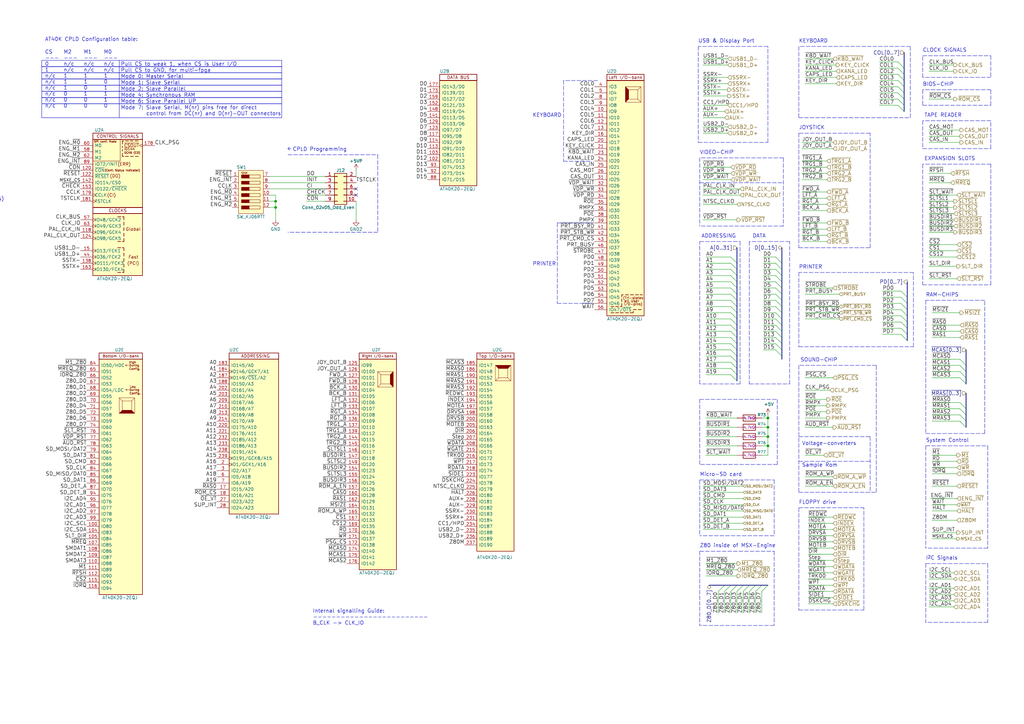
<source format=kicad_sch>
(kicad_sch (version 20211123) (generator eeschema)
  (paper "A3")
  (title_block (title "ULTRA-MSX") (date "2022-06-05") (rev "A-A"))
  (lib_symbols
    (symbol "AT40K20-2EQJ_1" (pin_names (offset 0.762))
      (property "Reference" "U" (at -10.16 48.26 0))
      (property "Value" "AT40K20-2EQJ_1" (at -7.62 -55.88 0))
      (symbol "AT40K20-2EQJ_1_1_0"
        (text "(CI)" (at -2.54 2.54 0) (effects (font (size 1.27 1.27))))
        (text "(Conf. Status Indicator)" (at 1.905 12.7 0) (effects (font (size 0.8 0.8))))
        (text "(DO)" (at -1.016 10.414 0) (effects (font (size 1.27 1.27))))
        (text "(ERR)" (at 2.667 15.24 0) (effects (font (size 1.27 1.27))))
        (text "(PCI)" (at 6.35 -25.4 0) (effects (font (size 1.27 1.27))))
        (text "CLOCKS" (at 0 -3.81 0) (effects (font (size 1.27 1.27))))
        (text "GCK6 (CO)" (at 5.969 19.939 0) (effects (font (size 0.8 0.8))))
        (text "Global" (at 6.35 -11.43 0) (effects (font (size 1.27 1.27) italic)))
        (text "IO144" (at 4.826 21.463 0) (effects (font (size 1 1))))
        (text "SPI conf. Mode" (at -5.08 24.511 0) (effects (font (size 0.8 0.8))))
        (text "~{CSOUT}" (at 5.715 22.86 0) (effects (font (size 1.27 1.27))))
        (pin bidirectional clock (at -15.24 -12.7 0) (length 5.08) (name "IO96/GCK4") (number "118"))
        (pin input line (at -15.24 12.7 0) (length 5.08) (name "~{CON}") (number "120"))
        (pin input line (at -15.24 10.16 0) (length 5.08) (name "~{RESET}") (number "122"))
        (pin bidirectional clock (at -15.24 -15.24 0) (length 5.08) (name "IO98/GCK5") (number "124"))
        (pin bidirectional line (at -15.24 7.62 0) (length 5.08) (name "IO114/CS0") (number "142"))
        (pin bidirectional clock (at -15.24 -20.32 0) (length 5.08) (name "IO13/FCK1") (number "15"))
        (pin bidirectional line (at -15.24 5.08 0) (length 5.08) (name "IO122/~{CHECK}") (number "153"))
        (pin bidirectional clock (at -15.24 -27.94 0) (length 5.08) (name "IO130/FCK4") (number "163"))
        (pin bidirectional clock (at 15.24 22.86 180) (length 5.08) (name "IO144/GCK6/~{CSOUT}") (number "178"))
        (pin input clock (at -15.24 2.54 0) (length 5.08) (name "CCLK") (number "179"))
        (pin input clock (at -15.24 0 0) (length 5.08) (name "TSTCLK") (number "181"))
        (pin bidirectional clock (at -15.24 -22.86 0) (length 5.08) (name "IO36/FCK2") (number "44"))
        (pin bidirectional clock (at -15.24 -7.62 0) (length 5.08) (name "IO48/GCK2") (number "57"))
        (pin input line (at -15.24 20.32 0) (length 5.08) (name "M1") (number "58"))
        (pin input line (at -15.24 22.86 0) (length 5.08) (name "M0") (number "60"))
        (pin input line (at -15.24 17.78 0) (length 5.08) (name "M2") (number "62"))
        (pin bidirectional clock (at -15.24 -10.16 0) (length 5.08) (name "IO49/GCK3") (number "63"))
        (pin bidirectional line (at -15.24 15.24 0) (length 5.08) (name "IO72/INIT") (number "89"))
      )
      (symbol "AT40K20-2EQJ_1_1_1"
        (text "CONTROL SIGNALS" (at 0 26.67 0) (effects (font (size 1.27 1.27))))
        (text "Fast" (at 6.35 -22.86 0) (effects (font (size 1.27 1.27) italic)))
        (pin bidirectional clock (at -15.24 -25.4 0) (length 5.08) (name "IO111/FCK3") (number "138"))
      )
      (symbol "AT40K20-2EQJ_1_2_0"
        (text "DATA BUS" (at 0 21.59 0) (effects (font (size 1.27 1.27))))
      )
      (symbol "AT40K20-2EQJ_1_2_1"
        (pin bidirectional line (at -12.7 -12.7 0) (length 5.08) (name "IO81/D12") (number "102"))
        (pin bidirectional line (at -12.7 -10.16 0) (length 5.08) (name "IO82/D11") (number "103"))
        (pin bidirectional line (at -12.7 -7.62 0) (length 5.08) (name "IO91/D10") (number "113"))
        (pin bidirectional line (at -12.7 -5.08 0) (length 5.08) (name "IO92/D9") (number "114"))
        (pin bidirectional line (at -12.7 -2.54 0) (length 5.08) (name "IO95/D8") (number "117"))
        (pin bidirectional line (at -12.7 0 0) (length 5.08) (name "IO97/D7") (number "123"))
        (pin bidirectional line (at -12.7 2.54 0) (length 5.08) (name "IO103/D6") (number "129"))
        (pin bidirectional line (at -12.7 5.08 0) (length 5.08) (name "IO113/D5") (number "141"))
        (pin bidirectional line (at -12.7 7.62 0) (length 5.08) (name "IO119/D4") (number "148"))
        (pin bidirectional line (at -12.7 10.16 0) (length 5.08) (name "IO121/D3") (number "152"))
        (pin bidirectional line (at -12.7 12.7 0) (length 5.08) (name "IO127/D2") (number "159"))
        (pin bidirectional line (at -12.7 15.24 0) (length 5.08) (name "IO139/D1") (number "173"))
        (pin bidirectional line (at -12.7 17.78 0) (length 5.08) (name "IO143/D0") (number "177"))
        (pin bidirectional line (at -12.7 -20.32 0) (length 5.08) (name "IO71/D15") (number "88"))
        (pin bidirectional line (at -12.7 -17.78 0) (length 5.08) (name "IO73/D14") (number "92"))
        (pin bidirectional line (at -12.7 -15.24 0) (length 5.08) (name "IO74/D13") (number "93"))
      )
      (symbol "AT40K20-2EQJ_1_3_0"
        (text "ADDRESSING" (at 0.635 31.75 0) (effects (font (size 1.27 1.27))))
      )
      (symbol "AT40K20-2EQJ_1_3_1"
        (pin bidirectional line (at -15.24 -22.86 0) (length 5.08) (name "IO15/A20") (number "17"))
        (pin bidirectional line (at -15.24 -25.4 0) (length 5.08) (name "IO16/A21") (number "18"))
        (pin bidirectional line (at -15.24 27.94 0) (length 5.08) (name "IO145/A0") (number "183"))
        (pin bidirectional clock (at -15.24 25.4 0) (length 5.08) (name "IO146/GCK7/A1") (number "184"))
        (pin bidirectional clock (at -15.24 22.86 0) (length 5.08) (name "IO149/~{CS1}/A2") (number "187"))
        (pin bidirectional line (at -15.24 20.32 0) (length 5.08) (name "IO150/A3") (number "188"))
        (pin bidirectional clock (at -15.24 -12.7 0) (length 5.08) (name "IO1/GCK1/A16") (number "2"))
        (pin bidirectional line (at -15.24 17.78 0) (length 5.08) (name "IO161/A4") (number "202"))
        (pin bidirectional line (at -15.24 15.24 0) (length 5.08) (name "IO162/A5") (number "203"))
        (pin bidirectional line (at -15.24 12.7 0) (length 5.08) (name "IO167/A6") (number "209"))
        (pin bidirectional line (at -15.24 10.16 0) (length 5.08) (name "IO168/A7") (number "210"))
        (pin bidirectional line (at -15.24 7.62 0) (length 5.08) (name "IO169/A8") (number "213"))
        (pin bidirectional line (at -15.24 5.08 0) (length 5.08) (name "IO170/A9") (number "214"))
        (pin bidirectional line (at -15.24 2.54 0) (length 5.08) (name "IO175/A10") (number "220"))
        (pin bidirectional line (at -15.24 0 0) (length 5.08) (name "IO176/A11") (number "221"))
        (pin bidirectional line (at -15.24 -2.54 0) (length 5.08) (name "IO185/A12") (number "232"))
        (pin bidirectional line (at -15.24 -5.08 0) (length 5.08) (name "IO186/A13") (number "233"))
        (pin bidirectional line (at -15.24 -7.62 0) (length 5.08) (name "IO191/A14") (number "238"))
        (pin bidirectional clock (at -15.24 -10.16 0) (length 5.08) (name "IO191/GCK8/A15") (number "239"))
        (pin bidirectional line (at -15.24 -27.94 0) (length 5.08) (name "IO23/A22") (number "27"))
        (pin bidirectional line (at -15.24 -30.48 0) (length 5.08) (name "IO24/A23") (number "28"))
        (pin bidirectional line (at -15.24 -15.24 0) (length 5.08) (name "IO2/A17") (number "3"))
        (pin bidirectional line (at -15.24 -17.78 0) (length 5.08) (name "IO5/A18") (number "6"))
        (pin bidirectional line (at -15.24 -20.32 0) (length 5.08) (name "IO6/A19") (number "7"))
      )
      (symbol "AT40K20-2EQJ_1_4_0"
        (text "(Tri-states" (at 3.175 -45.974 0) (effects (font (size 1 1))))
        (text "all User" (at 2.54 -47.244 0) (effects (font (size 1 1))))
        (text "I/O-pins)" (at 3.175 -48.514 0) (effects (font (size 1 1))))
      )
      (symbol "AT40K20-2EQJ_1_4_1"
        (text "Left I/O-bank" (at 0 44.45 0) (effects (font (size 1.27 1.27))))
        (pin bidirectional line (at -12.7 30.48 0) (length 5.08) (name "IO9") (number "10"))
        (pin bidirectional line (at -12.7 27.94 0) (length 5.08) (name "IO10") (number "11"))
        (pin bidirectional line (at -12.7 25.4 0) (length 5.08) (name "IO11") (number "12"))
        (pin bidirectional line (at -12.7 22.86 0) (length 5.08) (name "IO12") (number "13"))
        (pin bidirectional line (at -12.7 20.32 0) (length 5.08) (name "IO14") (number "16"))
        (pin bidirectional line (at -12.7 17.78 0) (length 5.08) (name "IO17") (number "20"))
        (pin bidirectional line (at -12.7 15.24 0) (length 5.08) (name "IO18") (number "21"))
        (pin bidirectional line (at -12.7 12.7 0) (length 5.08) (name "IO19") (number "23"))
        (pin bidirectional line (at -12.7 10.16 0) (length 5.08) (name "IO20") (number "24"))
        (pin bidirectional line (at -12.7 7.62 0) (length 5.08) (name "IO21") (number "25"))
        (pin bidirectional line (at -12.7 5.08 0) (length 5.08) (name "IO22") (number "26"))
        (pin bidirectional line (at -12.7 2.54 0) (length 5.08) (name "IO25") (number "31"))
        (pin bidirectional line (at -12.7 0 0) (length 5.08) (name "IO26") (number "32"))
        (pin bidirectional line (at -12.7 -2.54 0) (length 5.08) (name "IO27") (number "33"))
        (pin bidirectional line (at -12.7 -5.08 0) (length 5.08) (name "IO28") (number "34"))
        (pin bidirectional line (at -12.7 -7.62 0) (length 5.08) (name "IO29") (number "35"))
        (pin bidirectional line (at -12.7 -10.16 0) (length 5.08) (name "IO30") (number "36"))
        (pin bidirectional line (at -12.7 -12.7 0) (length 5.08) (name "IO31") (number "38"))
        (pin bidirectional line (at -12.7 -15.24 0) (length 5.08) (name "IO32") (number "39"))
        (pin bidirectional line (at -12.7 40.64 0) (length 5.08) (name "IO3") (number "4"))
        (pin bidirectional line (at -12.7 -17.78 0) (length 5.08) (name "IO33") (number "41"))
        (pin bidirectional line (at -12.7 -20.32 0) (length 5.08) (name "IO34") (number "42"))
        (pin bidirectional line (at -12.7 -22.86 0) (length 5.08) (name "IO35") (number "43"))
        (pin bidirectional line (at -12.7 -25.4 0) (length 5.08) (name "IO37") (number "46"))
        (pin bidirectional line (at -12.7 -27.94 0) (length 5.08) (name "IO38") (number "47"))
        (pin bidirectional line (at -12.7 -30.48 0) (length 5.08) (name "IO39") (number "48"))
        (pin bidirectional line (at -12.7 -33.02 0) (length 5.08) (name "IO40") (number "49"))
        (pin bidirectional line (at -12.7 38.1 0) (length 5.08) (name "IO4") (number "5"))
        (pin bidirectional line (at -12.7 -35.56 0) (length 5.08) (name "IO41") (number "50"))
        (pin bidirectional line (at -12.7 -38.1 0) (length 5.08) (name "IO42") (number "51"))
        (pin bidirectional line (at -12.7 -40.64 0) (length 5.08) (name "IO43") (number "52"))
        (pin bidirectional line (at -12.7 -43.18 0) (length 5.08) (name "IO44") (number "53"))
        (pin bidirectional line (at -12.7 -45.72 0) (length 5.08) (name "IO45") (number "54"))
        (pin bidirectional line (at -12.7 -48.26 0) (length 5.08) (name "IO46") (number "55"))
        (pin bidirectional line (at -12.7 -50.8 0) (length 5.08) (name "IO47/~{OTS}") (number "56"))
        (pin bidirectional line (at -12.7 35.56 0) (length 5.08) (name "IO7") (number "8"))
        (pin bidirectional line (at -12.7 33.02 0) (length 5.08) (name "IO8") (number "9"))
      )
      (symbol "AT40K20-2EQJ_1_5_0"
        (text "Config." (at 6.985 39.243 0) (effects (font (size 0.85 0.85))))
        (text "Config." (at 7.112 29.21 0) (effects (font (size 0.85 0.85))))
        (text "During" (at 6.731 40.64 0) (effects (font (size 0.85 0.85))))
        (text "During" (at 6.858 30.607 0) (effects (font (size 0.85 0.85))))
        (text "High" (at 6.096 41.91 0) (effects (font (size 0.85 0.85))))
        (text "Low" (at 6.223 31.877 0) (effects (font (size 0.85 0.85))))
        (pin no_connect line (at 7.62 -17.78 180) (length 2.54) hide (name "N/C") (number "143"))
        (pin no_connect line (at 7.62 -20.32 180) (length 2.54) hide (name "N/C") (number "168"))
        (pin no_connect line (at 7.62 -22.86 180) (length 2.54) hide (name "N/C") (number "195"))
        (pin no_connect line (at 7.62 -25.4 180) (length 2.54) hide (name "N/C") (number "199"))
        (pin no_connect line (at 7.62 -27.94 180) (length 2.54) hide (name "N/C") (number "204"))
        (pin no_connect line (at 7.62 -30.48 180) (length 2.54) hide (name "N/C") (number "219"))
        (pin no_connect line (at 7.62 -7.62 180) (length 2.54) hide (name "N/C") (number "22"))
        (pin no_connect line (at 7.62 -10.16 180) (length 2.54) hide (name "N/C") (number "37"))
        (pin no_connect line (at 7.62 -12.7 180) (length 2.54) hide (name "N/C") (number "83"))
        (pin no_connect line (at 7.62 -15.24 180) (length 2.54) hide (name "N/C") (number "98"))
      )
      (symbol "AT40K20-2EQJ_1_5_1"
        (text "Bottom I/O-bank" (at 1.27 44.45 0) (effects (font (size 1.1176 1.1176))))
        (pin bidirectional line (at -12.7 -25.4 0) (length 5.08) (name "IO80") (number "100"))
        (pin bidirectional line (at -12.7 -27.94 0) (length 5.08) (name "IO83") (number "104"))
        (pin bidirectional line (at -12.7 -30.48 0) (length 5.08) (name "IO84") (number "105"))
        (pin bidirectional line (at -12.7 -33.02 0) (length 5.08) (name "IO85") (number "107"))
        (pin bidirectional line (at -12.7 -35.56 0) (length 5.08) (name "IO86") (number "108"))
        (pin bidirectional line (at -12.7 -38.1 0) (length 5.08) (name "IO87") (number "109"))
        (pin bidirectional line (at -12.7 -40.64 0) (length 5.08) (name "IO88") (number "110"))
        (pin bidirectional line (at -12.7 -43.18 0) (length 5.08) (name "IO89") (number "111"))
        (pin bidirectional line (at -12.7 -45.72 0) (length 5.08) (name "IO90") (number "112"))
        (pin bidirectional line (at -12.7 -48.26 0) (length 5.08) (name "IO93") (number "115"))
        (pin bidirectional line (at -12.7 -50.8 0) (length 5.08) (name "IO94") (number "116"))
        (pin no_connect line (at 7.62 -33.02 180) (length 5.08) hide (name "N/C") (number "158"))
        (pin bidirectional line (at -12.7 40.64 0) (length 5.08) (name "IO50/HDC") (number "64"))
        (pin bidirectional line (at -12.7 38.1 0) (length 5.08) (name "IO51") (number "65"))
        (pin bidirectional line (at -12.7 35.56 0) (length 5.08) (name "IO52") (number "66"))
        (pin bidirectional line (at -12.7 33.02 0) (length 5.08) (name "IO53") (number "67"))
        (pin bidirectional line (at -12.7 30.48 0) (length 5.08) (name "IO54/LDC") (number "68"))
        (pin bidirectional line (at -12.7 27.94 0) (length 5.08) (name "IO55") (number "69"))
        (pin bidirectional line (at -12.7 25.4 0) (length 5.08) (name "IO56") (number "70"))
        (pin bidirectional line (at -12.7 22.86 0) (length 5.08) (name "IO57") (number "71"))
        (pin bidirectional line (at -12.7 20.32 0) (length 5.08) (name "IO58") (number "72"))
        (pin bidirectional line (at -12.7 17.78 0) (length 5.08) (name "IO59") (number "73"))
        (pin bidirectional line (at -12.7 15.24 0) (length 5.08) (name "IO60") (number "74"))
        (pin bidirectional line (at -12.7 12.7 0) (length 5.08) (name "IO61") (number "76"))
        (pin bidirectional line (at -12.7 10.16 0) (length 5.08) (name "IO62") (number "77"))
        (pin bidirectional line (at -12.7 7.62 0) (length 5.08) (name "IO63") (number "78"))
        (pin bidirectional line (at -12.7 5.08 0) (length 5.08) (name "IO64") (number "79"))
        (pin bidirectional line (at -12.7 2.54 0) (length 5.08) (name "IO65") (number "81"))
        (pin bidirectional line (at -12.7 0 0) (length 5.08) (name "IO66") (number "82"))
        (pin bidirectional line (at -12.7 -2.54 0) (length 5.08) (name "IO67") (number "84"))
        (pin bidirectional line (at -12.7 -5.08 0) (length 5.08) (name "IO68") (number "85"))
        (pin bidirectional line (at -12.7 -7.62 0) (length 5.08) (name "IO69") (number "86"))
        (pin bidirectional line (at -12.7 -10.16 0) (length 5.08) (name "IO70") (number "87"))
        (pin bidirectional line (at -12.7 -12.7 0) (length 5.08) (name "IO75") (number "94"))
        (pin bidirectional line (at -12.7 -15.24 0) (length 5.08) (name "IO76") (number "95"))
        (pin bidirectional line (at -12.7 -17.78 0) (length 5.08) (name "IO77") (number "96"))
        (pin bidirectional line (at -12.7 -20.32 0) (length 5.08) (name "IO78") (number "97"))
        (pin bidirectional line (at -12.7 -22.86 0) (length 5.08) (name "IO79") (number "99"))
      )
      (symbol "AT40K20-2EQJ_1_6_0"
        (text "Right I/O-bank" (at 0 39.37 0) (effects (font (size 1.0922 1.0922))))
      )
      (symbol "AT40K20-2EQJ_1_6_1"
        (pin bidirectional line (at -12.7 35.56 0) (length 5.08) (name "IO99") (number "125"))
        (pin bidirectional line (at -12.7 33.02 0) (length 5.08) (name "IO100") (number "126"))
        (pin bidirectional line (at -12.7 30.48 0) (length 5.08) (name "IO101") (number "127"))
        (pin bidirectional line (at -12.7 27.94 0) (length 5.08) (name "IO102") (number "128"))
        (pin bidirectional line (at -12.7 25.4 0) (length 5.08) (name "IO104") (number "130"))
        (pin bidirectional line (at -12.7 22.86 0) (length 5.08) (name "IO105") (number "131"))
        (pin bidirectional line (at -12.7 20.32 0) (length 5.08) (name "IO106") (number "132"))
        (pin bidirectional line (at -12.7 17.78 0) (length 5.08) (name "IO107") (number "133"))
        (pin bidirectional line (at -12.7 15.24 0) (length 5.08) (name "IO108") (number "134"))
        (pin bidirectional line (at -12.7 12.7 0) (length 5.08) (name "IO109") (number "136"))
        (pin bidirectional line (at -12.7 10.16 0) (length 5.08) (name "IO110") (number "137"))
        (pin bidirectional line (at -12.7 7.62 0) (length 5.08) (name "IO112") (number "139"))
        (pin bidirectional line (at -12.7 5.08 0) (length 5.08) (name "IO115") (number "144"))
        (pin bidirectional line (at -12.7 2.54 0) (length 5.08) (name "IO116") (number "145"))
        (pin bidirectional line (at -12.7 0 0) (length 5.08) (name "IO117") (number "146"))
        (pin bidirectional line (at -12.7 -2.54 0) (length 5.08) (name "IO118") (number "147"))
        (pin bidirectional line (at -12.7 -5.08 0) (length 5.08) (name "IO120") (number "149"))
        (pin bidirectional line (at -12.7 -7.62 0) (length 5.08) (name "IO123") (number "154"))
        (pin bidirectional line (at -12.7 -10.16 0) (length 5.08) (name "IO124") (number "155"))
        (pin bidirectional line (at -12.7 -12.7 0) (length 5.08) (name "IO125") (number "156"))
        (pin bidirectional line (at -12.7 -15.24 0) (length 5.08) (name "IO126") (number "157"))
        (pin bidirectional line (at -12.7 -17.78 0) (length 5.08) (name "IO128") (number "160"))
        (pin bidirectional line (at -12.7 -20.32 0) (length 5.08) (name "IO129") (number "162"))
        (pin bidirectional line (at -12.7 -22.86 0) (length 5.08) (name "IO131") (number "164"))
        (pin bidirectional line (at -12.7 -25.4 0) (length 5.08) (name "IO132") (number "165"))
        (pin bidirectional line (at -12.7 -27.94 0) (length 5.08) (name "IO133") (number "167"))
        (pin bidirectional line (at -12.7 -30.48 0) (length 5.08) (name "IO135") (number "169"))
        (pin bidirectional line (at -12.7 -33.02 0) (length 5.08) (name "IO136") (number "170"))
        (pin bidirectional line (at -12.7 -35.56 0) (length 5.08) (name "IO137") (number "171"))
        (pin bidirectional line (at -12.7 -38.1 0) (length 5.08) (name "IO138") (number "172"))
        (pin bidirectional line (at -12.7 -40.64 0) (length 5.08) (name "IO140") (number "174"))
        (pin bidirectional line (at -12.7 -43.18 0) (length 5.08) (name "IO141") (number "175"))
        (pin bidirectional line (at -12.7 -45.72 0) (length 5.08) (name "IO142") (number "176"))
      )
      (symbol "AT40K20-2EQJ_1_7_0"
        (text "Top I/O-bank" (at 0 39.37 0) (effects (font (size 1.27 1.27))))
      )
      (symbol "AT40K20-2EQJ_1_7_1"
        (pin bidirectional line (at -12.7 35.56 0) (length 5.08) (name "IO147") (number "185"))
        (pin bidirectional line (at -12.7 33.02 0) (length 5.08) (name "IO148") (number "186"))
        (pin bidirectional line (at -12.7 30.48 0) (length 5.08) (name "IO152") (number "190"))
        (pin bidirectional line (at -12.7 27.94 0) (length 5.08) (name "IO153") (number "191"))
        (pin bidirectional line (at -12.7 25.4 0) (length 5.08) (name "IO154") (number "192"))
        (pin bidirectional line (at -12.7 22.86 0) (length 5.08) (name "IO155") (number "193"))
        (pin bidirectional line (at -12.7 20.32 0) (length 5.08) (name "IO156") (number "194"))
        (pin bidirectional line (at -12.7 17.78 0) (length 5.08) (name "IO157") (number "197"))
        (pin bidirectional line (at -12.7 15.24 0) (length 5.08) (name "IO158") (number "198"))
        (pin bidirectional line (at -12.7 12.7 0) (length 5.08) (name "IO160") (number "200"))
        (pin bidirectional line (at -12.7 10.16 0) (length 5.08) (name "IO163") (number "205"))
        (pin bidirectional line (at -12.7 7.62 0) (length 5.08) (name "IO164") (number "206"))
        (pin bidirectional line (at -12.7 5.08 0) (length 5.08) (name "IO165") (number "207"))
        (pin bidirectional line (at -12.7 2.54 0) (length 5.08) (name "IO166") (number "208"))
        (pin bidirectional line (at -12.7 0 0) (length 5.08) (name "IO171") (number "215"))
        (pin bidirectional line (at -12.7 -2.54 0) (length 5.08) (name "IO172") (number "216"))
        (pin bidirectional line (at -12.7 -5.08 0) (length 5.08) (name "IO173") (number "217"))
        (pin bidirectional line (at -12.7 -7.62 0) (length 5.08) (name "IO174") (number "218"))
        (pin bidirectional line (at -12.7 -10.16 0) (length 5.08) (name "IO177") (number "223"))
        (pin bidirectional line (at -12.7 -12.7 0) (length 5.08) (name "IO178") (number "224"))
        (pin bidirectional line (at -12.7 -15.24 0) (length 5.08) (name "IO179") (number "225"))
        (pin bidirectional line (at -12.7 -17.78 0) (length 5.08) (name "IO180") (number "226"))
        (pin bidirectional line (at -12.7 -20.32 0) (length 5.08) (name "IO181") (number "228"))
        (pin bidirectional line (at -12.7 -22.86 0) (length 5.08) (name "IO182") (number "229"))
        (pin bidirectional line (at -12.7 -25.4 0) (length 5.08) (name "IO183") (number "230"))
        (pin bidirectional line (at -12.7 -27.94 0) (length 5.08) (name "IO184") (number "231"))
        (pin bidirectional line (at -12.7 -30.48 0) (length 5.08) (name "IO187") (number "234"))
        (pin bidirectional line (at -12.7 -33.02 0) (length 5.08) (name "IO188") (number "235"))
        (pin bidirectional line (at -12.7 -35.56 0) (length 5.08) (name "IO189") (number "236"))
        (pin bidirectional line (at -12.7 -38.1 0) (length 5.08) (name "IO190") (number "237"))
      )
      (symbol "AT40K20-2EQJ_1_8_0"
        (text "GND" (at 0 -1.143 0) (effects (font (size 1.27 1.27))))
        (text "Vcc" (at 0 1.143 0) (effects (font (size 1.27 1.27))))
      )
      (symbol "AT40K20-2EQJ_1_8_1"
        (pin power_in line (at 0 -7.62 90) (length 5.08) (name "GND") (number "1"))
        (pin passive line (at 0 7.62 270) (length 5.08) hide (name "VCC") (number "101"))
        (pin passive line (at 0 -7.62 90) (length 5.08) hide (name "GND") (number "106"))
        (pin passive line (at 0 -7.62 90) (length 5.08) hide (name "GND") (number "119"))
        (pin passive line (at 0 7.62 270) (length 5.08) hide (name "VCC") (number "121"))
        (pin passive line (at 0 -7.62 90) (length 5.08) hide (name "GND") (number "135"))
        (pin passive line (at 0 -7.62 90) (length 5.08) hide (name "GND") (number "14"))
        (pin passive line (at 0 7.62 270) (length 5.08) hide (name "VCC") (number "140"))
        (pin passive line (at 0 7.62 270) (length 5.08) hide (name "VCC") (number "150"))
        (pin passive line (at 0 -7.62 90) (length 5.08) hide (name "GND") (number "151"))
        (pin passive line (at 0 7.62 270) (length 5.08) hide (name "VCC") (number "161"))
        (pin passive line (at 0 -7.62 90) (length 5.08) hide (name "GND") (number "166"))
        (pin passive line (at 0 7.62 270) (length 5.08) hide (name "VCC") (number "180"))
        (pin passive line (at 0 -7.62 90) (length 5.08) hide (name "GND") (number "182"))
        (pin no_connect line (at -2.54 0 0) (length 5.08) hide (name "IO151/NC") (number "189"))
        (pin power_in line (at 0 7.62 270) (length 5.08) (name "VCC") (number "19"))
        (pin passive line (at 0 -7.62 90) (length 5.08) hide (name "GND") (number "196"))
        (pin passive line (at 0 7.62 270) (length 5.08) hide (name "VCC") (number "201"))
        (pin passive line (at 0 -7.62 90) (length 5.08) hide (name "GND") (number "211"))
        (pin passive line (at 0 7.62 270) (length 5.08) hide (name "VCC") (number "212"))
        (pin passive line (at 0 7.62 270) (length 5.08) hide (name "VCC") (number "222"))
        (pin passive line (at 0 -7.62 90) (length 5.08) hide (name "GND") (number "227"))
        (pin passive line (at 0 7.62 270) (length 5.08) hide (name "VCC") (number "240"))
        (pin passive line (at 0 -7.62 90) (length 5.08) hide (name "GND") (number "29"))
        (pin passive line (at 0 7.62 270) (length 5.08) hide (name "VCC") (number "30"))
        (pin passive line (at 0 7.62 270) (length 5.08) hide (name "VCC") (number "40"))
        (pin passive line (at 0 -7.62 90) (length 5.08) hide (name "GND") (number "45"))
        (pin passive line (at 0 -7.62 90) (length 5.08) hide (name "GND") (number "59"))
        (pin passive line (at 0 7.62 270) (length 5.08) hide (name "VCC") (number "61"))
        (pin passive line (at 0 -7.62 90) (length 5.08) hide (name "GND") (number "75"))
        (pin passive line (at 0 7.62 270) (length 5.08) hide (name "VCC") (number "80"))
        (pin passive line (at 0 7.62 270) (length 5.08) hide (name "VCC") (number "90"))
        (pin passive line (at 0 -7.62 90) (length 5.08) hide (name "GND") (number "91"))
      )
    )
    (symbol "AT40K20-2EQJ_2" (pin_names (offset 0.762))
      (property "Reference" "U" (at -10.16 48.26 0))
      (property "Value" "AT40K20-2EQJ_2" (at -7.62 -55.88 0))
      (symbol "AT40K20-2EQJ_2_1_0"
        (text "(CI)" (at -2.54 2.54 0) (effects (font (size 1.27 1.27))))
        (text "(Conf. Status Indicator)" (at 1.905 12.7 0) (effects (font (size 0.8 0.8))))
        (text "(DO)" (at -1.016 10.414 0) (effects (font (size 1.27 1.27))))
        (text "(ERR)" (at 2.667 15.24 0) (effects (font (size 1.27 1.27))))
        (text "(PCI)" (at 6.35 -25.4 0) (effects (font (size 1.27 1.27))))
        (text "CLOCKS" (at 0 -3.81 0) (effects (font (size 1.27 1.27))))
        (text "GCK6 (CO)" (at 5.969 19.939 0) (effects (font (size 0.8 0.8))))
        (text "Global" (at 6.35 -11.43 0) (effects (font (size 1.27 1.27) italic)))
        (text "IO144" (at 4.826 21.463 0) (effects (font (size 1 1))))
        (text "SPI conf. Mode" (at -5.08 24.511 0) (effects (font (size 0.8 0.8))))
        (text "~{CSOUT}" (at 5.715 22.86 0) (effects (font (size 1.27 1.27))))
        (pin bidirectional clock (at -15.24 -12.7 0) (length 5.08) (name "IO96/GCK4") (number "118"))
        (pin input line (at -15.24 12.7 0) (length 5.08) (name "~{CON}") (number "120"))
        (pin input line (at -15.24 10.16 0) (length 5.08) (name "~{RESET}") (number "122"))
        (pin bidirectional clock (at -15.24 -15.24 0) (length 5.08) (name "IO98/GCK5") (number "124"))
        (pin bidirectional line (at -15.24 7.62 0) (length 5.08) (name "IO114/CS0") (number "142"))
        (pin bidirectional clock (at -15.24 -20.32 0) (length 5.08) (name "IO13/FCK1") (number "15"))
        (pin bidirectional line (at -15.24 5.08 0) (length 5.08) (name "IO122/~{CHECK}") (number "153"))
        (pin bidirectional clock (at -15.24 -27.94 0) (length 5.08) (name "IO130/FCK4") (number "163"))
        (pin bidirectional clock (at 15.24 22.86 180) (length 5.08) (name "IO144/GCK6/~{CSOUT}") (number "178"))
        (pin input clock (at -15.24 2.54 0) (length 5.08) (name "CCLK") (number "179"))
        (pin input clock (at -15.24 0 0) (length 5.08) (name "TSTCLK") (number "181"))
        (pin bidirectional clock (at -15.24 -22.86 0) (length 5.08) (name "IO36/FCK2") (number "44"))
        (pin bidirectional clock (at -15.24 -7.62 0) (length 5.08) (name "IO48/GCK2") (number "57"))
        (pin input line (at -15.24 20.32 0) (length 5.08) (name "M1") (number "58"))
        (pin input line (at -15.24 22.86 0) (length 5.08) (name "M0") (number "60"))
        (pin input line (at -15.24 17.78 0) (length 5.08) (name "M2") (number "62"))
        (pin bidirectional clock (at -15.24 -10.16 0) (length 5.08) (name "IO49/GCK3") (number "63"))
        (pin bidirectional line (at -15.24 15.24 0) (length 5.08) (name "IO72/INIT") (number "89"))
      )
      (symbol "AT40K20-2EQJ_2_1_1"
        (text "CONTROL SIGNALS" (at 0 26.67 0) (effects (font (size 1.27 1.27))))
        (text "Fast" (at 6.35 -22.86 0) (effects (font (size 1.27 1.27) italic)))
        (pin bidirectional clock (at -15.24 -25.4 0) (length 5.08) (name "IO111/FCK3") (number "138"))
      )
      (symbol "AT40K20-2EQJ_2_2_0"
        (text "DATA BUS" (at 0 21.59 0) (effects (font (size 1.27 1.27))))
      )
      (symbol "AT40K20-2EQJ_2_2_1"
        (pin bidirectional line (at -12.7 -12.7 0) (length 5.08) (name "IO81/D12") (number "102"))
        (pin bidirectional line (at -12.7 -10.16 0) (length 5.08) (name "IO82/D11") (number "103"))
        (pin bidirectional line (at -12.7 -7.62 0) (length 5.08) (name "IO91/D10") (number "113"))
        (pin bidirectional line (at -12.7 -5.08 0) (length 5.08) (name "IO92/D9") (number "114"))
        (pin bidirectional line (at -12.7 -2.54 0) (length 5.08) (name "IO95/D8") (number "117"))
        (pin bidirectional line (at -12.7 0 0) (length 5.08) (name "IO97/D7") (number "123"))
        (pin bidirectional line (at -12.7 2.54 0) (length 5.08) (name "IO103/D6") (number "129"))
        (pin bidirectional line (at -12.7 5.08 0) (length 5.08) (name "IO113/D5") (number "141"))
        (pin bidirectional line (at -12.7 7.62 0) (length 5.08) (name "IO119/D4") (number "148"))
        (pin bidirectional line (at -12.7 10.16 0) (length 5.08) (name "IO121/D3") (number "152"))
        (pin bidirectional line (at -12.7 12.7 0) (length 5.08) (name "IO127/D2") (number "159"))
        (pin bidirectional line (at -12.7 15.24 0) (length 5.08) (name "IO139/D1") (number "173"))
        (pin bidirectional line (at -12.7 17.78 0) (length 5.08) (name "IO143/D0") (number "177"))
        (pin bidirectional line (at -12.7 -20.32 0) (length 5.08) (name "IO71/D15") (number "88"))
        (pin bidirectional line (at -12.7 -17.78 0) (length 5.08) (name "IO73/D14") (number "92"))
        (pin bidirectional line (at -12.7 -15.24 0) (length 5.08) (name "IO74/D13") (number "93"))
      )
      (symbol "AT40K20-2EQJ_2_3_0"
        (text "ADDRESSING" (at 0.635 31.75 0) (effects (font (size 1.27 1.27))))
      )
      (symbol "AT40K20-2EQJ_2_3_1"
        (pin bidirectional line (at -15.24 -22.86 0) (length 5.08) (name "IO15/A20") (number "17"))
        (pin bidirectional line (at -15.24 -25.4 0) (length 5.08) (name "IO16/A21") (number "18"))
        (pin bidirectional line (at -15.24 27.94 0) (length 5.08) (name "IO145/A0") (number "183"))
        (pin bidirectional clock (at -15.24 25.4 0) (length 5.08) (name "IO146/GCK7/A1") (number "184"))
        (pin bidirectional clock (at -15.24 22.86 0) (length 5.08) (name "IO149/~{CS1}/A2") (number "187"))
        (pin bidirectional line (at -15.24 20.32 0) (length 5.08) (name "IO150/A3") (number "188"))
        (pin bidirectional clock (at -15.24 -12.7 0) (length 5.08) (name "IO1/GCK1/A16") (number "2"))
        (pin bidirectional line (at -15.24 17.78 0) (length 5.08) (name "IO161/A4") (number "202"))
        (pin bidirectional line (at -15.24 15.24 0) (length 5.08) (name "IO162/A5") (number "203"))
        (pin bidirectional line (at -15.24 12.7 0) (length 5.08) (name "IO167/A6") (number "209"))
        (pin bidirectional line (at -15.24 10.16 0) (length 5.08) (name "IO168/A7") (number "210"))
        (pin bidirectional line (at -15.24 7.62 0) (length 5.08) (name "IO169/A8") (number "213"))
        (pin bidirectional line (at -15.24 5.08 0) (length 5.08) (name "IO170/A9") (number "214"))
        (pin bidirectional line (at -15.24 2.54 0) (length 5.08) (name "IO175/A10") (number "220"))
        (pin bidirectional line (at -15.24 0 0) (length 5.08) (name "IO176/A11") (number "221"))
        (pin bidirectional line (at -15.24 -2.54 0) (length 5.08) (name "IO185/A12") (number "232"))
        (pin bidirectional line (at -15.24 -5.08 0) (length 5.08) (name "IO186/A13") (number "233"))
        (pin bidirectional line (at -15.24 -7.62 0) (length 5.08) (name "IO191/A14") (number "238"))
        (pin bidirectional clock (at -15.24 -10.16 0) (length 5.08) (name "IO191/GCK8/A15") (number "239"))
        (pin bidirectional line (at -15.24 -27.94 0) (length 5.08) (name "IO23/A22") (number "27"))
        (pin bidirectional line (at -15.24 -30.48 0) (length 5.08) (name "IO24/A23") (number "28"))
        (pin bidirectional line (at -15.24 -15.24 0) (length 5.08) (name "IO2/A17") (number "3"))
        (pin bidirectional line (at -15.24 -17.78 0) (length 5.08) (name "IO5/A18") (number "6"))
        (pin bidirectional line (at -15.24 -20.32 0) (length 5.08) (name "IO6/A19") (number "7"))
      )
      (symbol "AT40K20-2EQJ_2_4_0"
        (text "(Tri-states" (at 3.175 -45.974 0) (effects (font (size 1 1))))
        (text "all User" (at 2.54 -47.244 0) (effects (font (size 1 1))))
        (text "I/O-pins)" (at 3.175 -48.514 0) (effects (font (size 1 1))))
      )
      (symbol "AT40K20-2EQJ_2_4_1"
        (text "Left I/O-bank" (at 0 44.45 0) (effects (font (size 1.27 1.27))))
        (pin bidirectional line (at -12.7 30.48 0) (length 5.08) (name "IO9") (number "10"))
        (pin bidirectional line (at -12.7 27.94 0) (length 5.08) (name "IO10") (number "11"))
        (pin bidirectional line (at -12.7 25.4 0) (length 5.08) (name "IO11") (number "12"))
        (pin bidirectional line (at -12.7 22.86 0) (length 5.08) (name "IO12") (number "13"))
        (pin bidirectional line (at -12.7 20.32 0) (length 5.08) (name "IO14") (number "16"))
        (pin bidirectional line (at -12.7 17.78 0) (length 5.08) (name "IO17") (number "20"))
        (pin bidirectional line (at -12.7 15.24 0) (length 5.08) (name "IO18") (number "21"))
        (pin bidirectional line (at -12.7 12.7 0) (length 5.08) (name "IO19") (number "23"))
        (pin bidirectional line (at -12.7 10.16 0) (length 5.08) (name "IO20") (number "24"))
        (pin bidirectional line (at -12.7 7.62 0) (length 5.08) (name "IO21") (number "25"))
        (pin bidirectional line (at -12.7 5.08 0) (length 5.08) (name "IO22") (number "26"))
        (pin bidirectional line (at -12.7 2.54 0) (length 5.08) (name "IO25") (number "31"))
        (pin bidirectional line (at -12.7 0 0) (length 5.08) (name "IO26") (number "32"))
        (pin bidirectional line (at -12.7 -2.54 0) (length 5.08) (name "IO27") (number "33"))
        (pin bidirectional line (at -12.7 -5.08 0) (length 5.08) (name "IO28") (number "34"))
        (pin bidirectional line (at -12.7 -7.62 0) (length 5.08) (name "IO29") (number "35"))
        (pin bidirectional line (at -12.7 -10.16 0) (length 5.08) (name "IO30") (number "36"))
        (pin bidirectional line (at -12.7 -12.7 0) (length 5.08) (name "IO31") (number "38"))
        (pin bidirectional line (at -12.7 -15.24 0) (length 5.08) (name "IO32") (number "39"))
        (pin bidirectional line (at -12.7 40.64 0) (length 5.08) (name "IO3") (number "4"))
        (pin bidirectional line (at -12.7 -17.78 0) (length 5.08) (name "IO33") (number "41"))
        (pin bidirectional line (at -12.7 -20.32 0) (length 5.08) (name "IO34") (number "42"))
        (pin bidirectional line (at -12.7 -22.86 0) (length 5.08) (name "IO35") (number "43"))
        (pin bidirectional line (at -12.7 -25.4 0) (length 5.08) (name "IO37") (number "46"))
        (pin bidirectional line (at -12.7 -27.94 0) (length 5.08) (name "IO38") (number "47"))
        (pin bidirectional line (at -12.7 -30.48 0) (length 5.08) (name "IO39") (number "48"))
        (pin bidirectional line (at -12.7 -33.02 0) (length 5.08) (name "IO40") (number "49"))
        (pin bidirectional line (at -12.7 38.1 0) (length 5.08) (name "IO4") (number "5"))
        (pin bidirectional line (at -12.7 -35.56 0) (length 5.08) (name "IO41") (number "50"))
        (pin bidirectional line (at -12.7 -38.1 0) (length 5.08) (name "IO42") (number "51"))
        (pin bidirectional line (at -12.7 -40.64 0) (length 5.08) (name "IO43") (number "52"))
        (pin bidirectional line (at -12.7 -43.18 0) (length 5.08) (name "IO44") (number "53"))
        (pin bidirectional line (at -12.7 -45.72 0) (length 5.08) (name "IO45") (number "54"))
        (pin bidirectional line (at -12.7 -48.26 0) (length 5.08) (name "IO46") (number "55"))
        (pin bidirectional line (at -12.7 -50.8 0) (length 5.08) (name "IO47/~{OTS}") (number "56"))
        (pin bidirectional line (at -12.7 35.56 0) (length 5.08) (name "IO7") (number "8"))
        (pin bidirectional line (at -12.7 33.02 0) (length 5.08) (name "IO8") (number "9"))
      )
      (symbol "AT40K20-2EQJ_2_5_0"
        (text "Config." (at 6.985 39.243 0) (effects (font (size 0.85 0.85))))
        (text "Config." (at 7.112 29.21 0) (effects (font (size 0.85 0.85))))
        (text "During" (at 6.731 40.64 0) (effects (font (size 0.85 0.85))))
        (text "During" (at 6.858 30.607 0) (effects (font (size 0.85 0.85))))
        (text "High" (at 6.096 41.91 0) (effects (font (size 0.85 0.85))))
        (text "Low" (at 6.223 31.877 0) (effects (font (size 0.85 0.85))))
        (pin no_connect line (at 7.62 -17.78 180) (length 2.54) hide (name "N/C") (number "143"))
        (pin no_connect line (at 7.62 -20.32 180) (length 2.54) hide (name "N/C") (number "168"))
        (pin no_connect line (at 7.62 -22.86 180) (length 2.54) hide (name "N/C") (number "195"))
        (pin no_connect line (at 7.62 -25.4 180) (length 2.54) hide (name "N/C") (number "199"))
        (pin no_connect line (at 7.62 -27.94 180) (length 2.54) hide (name "N/C") (number "204"))
        (pin no_connect line (at 7.62 -30.48 180) (length 2.54) hide (name "N/C") (number "219"))
        (pin no_connect line (at 7.62 -7.62 180) (length 2.54) hide (name "N/C") (number "22"))
        (pin no_connect line (at 7.62 -10.16 180) (length 2.54) hide (name "N/C") (number "37"))
        (pin no_connect line (at 7.62 -12.7 180) (length 2.54) hide (name "N/C") (number "83"))
        (pin no_connect line (at 7.62 -15.24 180) (length 2.54) hide (name "N/C") (number "98"))
      )
      (symbol "AT40K20-2EQJ_2_5_1"
        (text "Bottom I/O-bank" (at 1.27 44.45 0) (effects (font (size 1.1176 1.1176))))
        (pin bidirectional line (at -12.7 -25.4 0) (length 5.08) (name "IO80") (number "100"))
        (pin bidirectional line (at -12.7 -27.94 0) (length 5.08) (name "IO83") (number "104"))
        (pin bidirectional line (at -12.7 -30.48 0) (length 5.08) (name "IO84") (number "105"))
        (pin bidirectional line (at -12.7 -33.02 0) (length 5.08) (name "IO85") (number "107"))
        (pin bidirectional line (at -12.7 -35.56 0) (length 5.08) (name "IO86") (number "108"))
        (pin bidirectional line (at -12.7 -38.1 0) (length 5.08) (name "IO87") (number "109"))
        (pin bidirectional line (at -12.7 -40.64 0) (length 5.08) (name "IO88") (number "110"))
        (pin bidirectional line (at -12.7 -43.18 0) (length 5.08) (name "IO89") (number "111"))
        (pin bidirectional line (at -12.7 -45.72 0) (length 5.08) (name "IO90") (number "112"))
        (pin bidirectional line (at -12.7 -48.26 0) (length 5.08) (name "IO93") (number "115"))
        (pin bidirectional line (at -12.7 -50.8 0) (length 5.08) (name "IO94") (number "116"))
        (pin no_connect line (at 7.62 -33.02 180) (length 5.08) hide (name "N/C") (number "158"))
        (pin bidirectional line (at -12.7 40.64 0) (length 5.08) (name "IO50/HDC") (number "64"))
        (pin bidirectional line (at -12.7 38.1 0) (length 5.08) (name "IO51") (number "65"))
        (pin bidirectional line (at -12.7 35.56 0) (length 5.08) (name "IO52") (number "66"))
        (pin bidirectional line (at -12.7 33.02 0) (length 5.08) (name "IO53") (number "67"))
        (pin bidirectional line (at -12.7 30.48 0) (length 5.08) (name "IO54/LDC") (number "68"))
        (pin bidirectional line (at -12.7 27.94 0) (length 5.08) (name "IO55") (number "69"))
        (pin bidirectional line (at -12.7 25.4 0) (length 5.08) (name "IO56") (number "70"))
        (pin bidirectional line (at -12.7 22.86 0) (length 5.08) (name "IO57") (number "71"))
        (pin bidirectional line (at -12.7 20.32 0) (length 5.08) (name "IO58") (number "72"))
        (pin bidirectional line (at -12.7 17.78 0) (length 5.08) (name "IO59") (number "73"))
        (pin bidirectional line (at -12.7 15.24 0) (length 5.08) (name "IO60") (number "74"))
        (pin bidirectional line (at -12.7 12.7 0) (length 5.08) (name "IO61") (number "76"))
        (pin bidirectional line (at -12.7 10.16 0) (length 5.08) (name "IO62") (number "77"))
        (pin bidirectional line (at -12.7 7.62 0) (length 5.08) (name "IO63") (number "78"))
        (pin bidirectional line (at -12.7 5.08 0) (length 5.08) (name "IO64") (number "79"))
        (pin bidirectional line (at -12.7 2.54 0) (length 5.08) (name "IO65") (number "81"))
        (pin bidirectional line (at -12.7 0 0) (length 5.08) (name "IO66") (number "82"))
        (pin bidirectional line (at -12.7 -2.54 0) (length 5.08) (name "IO67") (number "84"))
        (pin bidirectional line (at -12.7 -5.08 0) (length 5.08) (name "IO68") (number "85"))
        (pin bidirectional line (at -12.7 -7.62 0) (length 5.08) (name "IO69") (number "86"))
        (pin bidirectional line (at -12.7 -10.16 0) (length 5.08) (name "IO70") (number "87"))
        (pin bidirectional line (at -12.7 -12.7 0) (length 5.08) (name "IO75") (number "94"))
        (pin bidirectional line (at -12.7 -15.24 0) (length 5.08) (name "IO76") (number "95"))
        (pin bidirectional line (at -12.7 -17.78 0) (length 5.08) (name "IO77") (number "96"))
        (pin bidirectional line (at -12.7 -20.32 0) (length 5.08) (name "IO78") (number "97"))
        (pin bidirectional line (at -12.7 -22.86 0) (length 5.08) (name "IO79") (number "99"))
      )
      (symbol "AT40K20-2EQJ_2_6_0"
        (text "Right I/O-bank" (at 0 39.37 0) (effects (font (size 1.0922 1.0922))))
      )
      (symbol "AT40K20-2EQJ_2_6_1"
        (pin bidirectional line (at -12.7 35.56 0) (length 5.08) (name "IO99") (number "125"))
        (pin bidirectional line (at -12.7 33.02 0) (length 5.08) (name "IO100") (number "126"))
        (pin bidirectional line (at -12.7 30.48 0) (length 5.08) (name "IO101") (number "127"))
        (pin bidirectional line (at -12.7 27.94 0) (length 5.08) (name "IO102") (number "128"))
        (pin bidirectional line (at -12.7 25.4 0) (length 5.08) (name "IO104") (number "130"))
        (pin bidirectional line (at -12.7 22.86 0) (length 5.08) (name "IO105") (number "131"))
        (pin bidirectional line (at -12.7 20.32 0) (length 5.08) (name "IO106") (number "132"))
        (pin bidirectional line (at -12.7 17.78 0) (length 5.08) (name "IO107") (number "133"))
        (pin bidirectional line (at -12.7 15.24 0) (length 5.08) (name "IO108") (number "134"))
        (pin bidirectional line (at -12.7 12.7 0) (length 5.08) (name "IO109") (number "136"))
        (pin bidirectional line (at -12.7 10.16 0) (length 5.08) (name "IO110") (number "137"))
        (pin bidirectional line (at -12.7 7.62 0) (length 5.08) (name "IO112") (number "139"))
        (pin bidirectional line (at -12.7 5.08 0) (length 5.08) (name "IO115") (number "144"))
        (pin bidirectional line (at -12.7 2.54 0) (length 5.08) (name "IO116") (number "145"))
        (pin bidirectional line (at -12.7 0 0) (length 5.08) (name "IO117") (number "146"))
        (pin bidirectional line (at -12.7 -2.54 0) (length 5.08) (name "IO118") (number "147"))
        (pin bidirectional line (at -12.7 -5.08 0) (length 5.08) (name "IO120") (number "149"))
        (pin bidirectional line (at -12.7 -7.62 0) (length 5.08) (name "IO123") (number "154"))
        (pin bidirectional line (at -12.7 -10.16 0) (length 5.08) (name "IO124") (number "155"))
        (pin bidirectional line (at -12.7 -12.7 0) (length 5.08) (name "IO125") (number "156"))
        (pin bidirectional line (at -12.7 -15.24 0) (length 5.08) (name "IO126") (number "157"))
        (pin bidirectional line (at -12.7 -17.78 0) (length 5.08) (name "IO128") (number "160"))
        (pin bidirectional line (at -12.7 -20.32 0) (length 5.08) (name "IO129") (number "162"))
        (pin bidirectional line (at -12.7 -22.86 0) (length 5.08) (name "IO131") (number "164"))
        (pin bidirectional line (at -12.7 -25.4 0) (length 5.08) (name "IO132") (number "165"))
        (pin bidirectional line (at -12.7 -27.94 0) (length 5.08) (name "IO133") (number "167"))
        (pin bidirectional line (at -12.7 -30.48 0) (length 5.08) (name "IO135") (number "169"))
        (pin bidirectional line (at -12.7 -33.02 0) (length 5.08) (name "IO136") (number "170"))
        (pin bidirectional line (at -12.7 -35.56 0) (length 5.08) (name "IO137") (number "171"))
        (pin bidirectional line (at -12.7 -38.1 0) (length 5.08) (name "IO138") (number "172"))
        (pin bidirectional line (at -12.7 -40.64 0) (length 5.08) (name "IO140") (number "174"))
        (pin bidirectional line (at -12.7 -43.18 0) (length 5.08) (name "IO141") (number "175"))
        (pin bidirectional line (at -12.7 -45.72 0) (length 5.08) (name "IO142") (number "176"))
      )
      (symbol "AT40K20-2EQJ_2_7_0"
        (text "Top I/O-bank" (at 0 39.37 0) (effects (font (size 1.27 1.27))))
      )
      (symbol "AT40K20-2EQJ_2_7_1"
        (pin bidirectional line (at -12.7 35.56 0) (length 5.08) (name "IO147") (number "185"))
        (pin bidirectional line (at -12.7 33.02 0) (length 5.08) (name "IO148") (number "186"))
        (pin bidirectional line (at -12.7 30.48 0) (length 5.08) (name "IO152") (number "190"))
        (pin bidirectional line (at -12.7 27.94 0) (length 5.08) (name "IO153") (number "191"))
        (pin bidirectional line (at -12.7 25.4 0) (length 5.08) (name "IO154") (number "192"))
        (pin bidirectional line (at -12.7 22.86 0) (length 5.08) (name "IO155") (number "193"))
        (pin bidirectional line (at -12.7 20.32 0) (length 5.08) (name "IO156") (number "194"))
        (pin bidirectional line (at -12.7 17.78 0) (length 5.08) (name "IO157") (number "197"))
        (pin bidirectional line (at -12.7 15.24 0) (length 5.08) (name "IO158") (number "198"))
        (pin bidirectional line (at -12.7 12.7 0) (length 5.08) (name "IO160") (number "200"))
        (pin bidirectional line (at -12.7 10.16 0) (length 5.08) (name "IO163") (number "205"))
        (pin bidirectional line (at -12.7 7.62 0) (length 5.08) (name "IO164") (number "206"))
        (pin bidirectional line (at -12.7 5.08 0) (length 5.08) (name "IO165") (number "207"))
        (pin bidirectional line (at -12.7 2.54 0) (length 5.08) (name "IO166") (number "208"))
        (pin bidirectional line (at -12.7 0 0) (length 5.08) (name "IO171") (number "215"))
        (pin bidirectional line (at -12.7 -2.54 0) (length 5.08) (name "IO172") (number "216"))
        (pin bidirectional line (at -12.7 -5.08 0) (length 5.08) (name "IO173") (number "217"))
        (pin bidirectional line (at -12.7 -7.62 0) (length 5.08) (name "IO174") (number "218"))
        (pin bidirectional line (at -12.7 -10.16 0) (length 5.08) (name "IO177") (number "223"))
        (pin bidirectional line (at -12.7 -12.7 0) (length 5.08) (name "IO178") (number "224"))
        (pin bidirectional line (at -12.7 -15.24 0) (length 5.08) (name "IO179") (number "225"))
        (pin bidirectional line (at -12.7 -17.78 0) (length 5.08) (name "IO180") (number "226"))
        (pin bidirectional line (at -12.7 -20.32 0) (length 5.08) (name "IO181") (number "228"))
        (pin bidirectional line (at -12.7 -22.86 0) (length 5.08) (name "IO182") (number "229"))
        (pin bidirectional line (at -12.7 -25.4 0) (length 5.08) (name "IO183") (number "230"))
        (pin bidirectional line (at -12.7 -27.94 0) (length 5.08) (name "IO184") (number "231"))
        (pin bidirectional line (at -12.7 -30.48 0) (length 5.08) (name "IO187") (number "234"))
        (pin bidirectional line (at -12.7 -33.02 0) (length 5.08) (name "IO188") (number "235"))
        (pin bidirectional line (at -12.7 -35.56 0) (length 5.08) (name "IO189") (number "236"))
        (pin bidirectional line (at -12.7 -38.1 0) (length 5.08) (name "IO190") (number "237"))
      )
      (symbol "AT40K20-2EQJ_2_8_0"
        (text "GND" (at 0 -1.143 0) (effects (font (size 1.27 1.27))))
        (text "Vcc" (at 0 1.143 0) (effects (font (size 1.27 1.27))))
      )
      (symbol "AT40K20-2EQJ_2_8_1"
        (pin power_in line (at 0 -7.62 90) (length 5.08) (name "GND") (number "1"))
        (pin passive line (at 0 7.62 270) (length 5.08) hide (name "VCC") (number "101"))
        (pin passive line (at 0 -7.62 90) (length 5.08) hide (name "GND") (number "106"))
        (pin passive line (at 0 -7.62 90) (length 5.08) hide (name "GND") (number "119"))
        (pin passive line (at 0 7.62 270) (length 5.08) hide (name "VCC") (number "121"))
        (pin passive line (at 0 -7.62 90) (length 5.08) hide (name "GND") (number "135"))
        (pin passive line (at 0 -7.62 90) (length 5.08) hide (name "GND") (number "14"))
        (pin passive line (at 0 7.62 270) (length 5.08) hide (name "VCC") (number "140"))
        (pin passive line (at 0 7.62 270) (length 5.08) hide (name "VCC") (number "150"))
        (pin passive line (at 0 -7.62 90) (length 5.08) hide (name "GND") (number "151"))
        (pin passive line (at 0 7.62 270) (length 5.08) hide (name "VCC") (number "161"))
        (pin passive line (at 0 -7.62 90) (length 5.08) hide (name "GND") (number "166"))
        (pin passive line (at 0 7.62 270) (length 5.08) hide (name "VCC") (number "180"))
        (pin passive line (at 0 -7.62 90) (length 5.08) hide (name "GND") (number "182"))
        (pin no_connect line (at -2.54 0 0) (length 5.08) hide (name "IO151/NC") (number "189"))
        (pin power_in line (at 0 7.62 270) (length 5.08) (name "VCC") (number "19"))
        (pin passive line (at 0 -7.62 90) (length 5.08) hide (name "GND") (number "196"))
        (pin passive line (at 0 7.62 270) (length 5.08) hide (name "VCC") (number "201"))
        (pin passive line (at 0 -7.62 90) (length 5.08) hide (name "GND") (number "211"))
        (pin passive line (at 0 7.62 270) (length 5.08) hide (name "VCC") (number "212"))
        (pin passive line (at 0 7.62 270) (length 5.08) hide (name "VCC") (number "222"))
        (pin passive line (at 0 -7.62 90) (length 5.08) hide (name "GND") (number "227"))
        (pin passive line (at 0 7.62 270) (length 5.08) hide (name "VCC") (number "240"))
        (pin passive line (at 0 -7.62 90) (length 5.08) hide (name "GND") (number "29"))
        (pin passive line (at 0 7.62 270) (length 5.08) hide (name "VCC") (number "30"))
        (pin passive line (at 0 7.62 270) (length 5.08) hide (name "VCC") (number "40"))
        (pin passive line (at 0 -7.62 90) (length 5.08) hide (name "GND") (number "45"))
        (pin passive line (at 0 -7.62 90) (length 5.08) hide (name "GND") (number "59"))
        (pin passive line (at 0 7.62 270) (length 5.08) hide (name "VCC") (number "61"))
        (pin passive line (at 0 -7.62 90) (length 5.08) hide (name "GND") (number "75"))
        (pin passive line (at 0 7.62 270) (length 5.08) hide (name "VCC") (number "80"))
        (pin passive line (at 0 7.62 270) (length 5.08) hide (name "VCC") (number "90"))
        (pin passive line (at 0 -7.62 90) (length 5.08) hide (name "GND") (number "91"))
      )
    )
    (symbol "AT40K20-2EQJ_3" (pin_names (offset 0.762))
      (property "Reference" "U" (at -10.16 48.26 0))
      (property "Value" "AT40K20-2EQJ_3" (at -7.62 -55.88 0))
      (symbol "AT40K20-2EQJ_3_1_0"
        (text "(CI)" (at -2.54 2.54 0) (effects (font (size 1.27 1.27))))
        (text "(Conf. Status Indicator)" (at 1.905 12.7 0) (effects (font (size 0.8 0.8))))
        (text "(DO)" (at -1.016 10.414 0) (effects (font (size 1.27 1.27))))
        (text "(ERR)" (at 2.667 15.24 0) (effects (font (size 1.27 1.27))))
        (text "(PCI)" (at 6.35 -25.4 0) (effects (font (size 1.27 1.27))))
        (text "CLOCKS" (at 0 -3.81 0) (effects (font (size 1.27 1.27))))
        (text "GCK6 (CO)" (at 5.969 19.939 0) (effects (font (size 0.8 0.8))))
        (text "Global" (at 6.35 -11.43 0) (effects (font (size 1.27 1.27) italic)))
        (text "IO144" (at 4.826 21.463 0) (effects (font (size 1 1))))
        (text "SPI conf. Mode" (at -5.08 24.511 0) (effects (font (size 0.8 0.8))))
        (text "~{CSOUT}" (at 5.715 22.86 0) (effects (font (size 1.27 1.27))))
        (pin bidirectional clock (at -15.24 -12.7 0) (length 5.08) (name "IO96/GCK4") (number "118"))
        (pin input line (at -15.24 12.7 0) (length 5.08) (name "~{CON}") (number "120"))
        (pin input line (at -15.24 10.16 0) (length 5.08) (name "~{RESET}") (number "122"))
        (pin bidirectional clock (at -15.24 -15.24 0) (length 5.08) (name "IO98/GCK5") (number "124"))
        (pin bidirectional line (at -15.24 7.62 0) (length 5.08) (name "IO114/CS0") (number "142"))
        (pin bidirectional clock (at -15.24 -20.32 0) (length 5.08) (name "IO13/FCK1") (number "15"))
        (pin bidirectional line (at -15.24 5.08 0) (length 5.08) (name "IO122/~{CHECK}") (number "153"))
        (pin bidirectional clock (at -15.24 -27.94 0) (length 5.08) (name "IO130/FCK4") (number "163"))
        (pin bidirectional clock (at 15.24 22.86 180) (length 5.08) (name "IO144/GCK6/~{CSOUT}") (number "178"))
        (pin input clock (at -15.24 2.54 0) (length 5.08) (name "CCLK") (number "179"))
        (pin input clock (at -15.24 0 0) (length 5.08) (name "TSTCLK") (number "181"))
        (pin bidirectional clock (at -15.24 -22.86 0) (length 5.08) (name "IO36/FCK2") (number "44"))
        (pin bidirectional clock (at -15.24 -7.62 0) (length 5.08) (name "IO48/GCK2") (number "57"))
        (pin input line (at -15.24 20.32 0) (length 5.08) (name "M1") (number "58"))
        (pin input line (at -15.24 22.86 0) (length 5.08) (name "M0") (number "60"))
        (pin input line (at -15.24 17.78 0) (length 5.08) (name "M2") (number "62"))
        (pin bidirectional clock (at -15.24 -10.16 0) (length 5.08) (name "IO49/GCK3") (number "63"))
        (pin bidirectional line (at -15.24 15.24 0) (length 5.08) (name "IO72/INIT") (number "89"))
      )
      (symbol "AT40K20-2EQJ_3_1_1"
        (text "CONTROL SIGNALS" (at 0 26.67 0) (effects (font (size 1.27 1.27))))
        (text "Fast" (at 6.35 -22.86 0) (effects (font (size 1.27 1.27) italic)))
        (pin bidirectional clock (at -15.24 -25.4 0) (length 5.08) (name "IO111/FCK3") (number "138"))
      )
      (symbol "AT40K20-2EQJ_3_2_0"
        (text "DATA BUS" (at 0 21.59 0) (effects (font (size 1.27 1.27))))
      )
      (symbol "AT40K20-2EQJ_3_2_1"
        (pin bidirectional line (at -12.7 -12.7 0) (length 5.08) (name "IO81/D12") (number "102"))
        (pin bidirectional line (at -12.7 -10.16 0) (length 5.08) (name "IO82/D11") (number "103"))
        (pin bidirectional line (at -12.7 -7.62 0) (length 5.08) (name "IO91/D10") (number "113"))
        (pin bidirectional line (at -12.7 -5.08 0) (length 5.08) (name "IO92/D9") (number "114"))
        (pin bidirectional line (at -12.7 -2.54 0) (length 5.08) (name "IO95/D8") (number "117"))
        (pin bidirectional line (at -12.7 0 0) (length 5.08) (name "IO97/D7") (number "123"))
        (pin bidirectional line (at -12.7 2.54 0) (length 5.08) (name "IO103/D6") (number "129"))
        (pin bidirectional line (at -12.7 5.08 0) (length 5.08) (name "IO113/D5") (number "141"))
        (pin bidirectional line (at -12.7 7.62 0) (length 5.08) (name "IO119/D4") (number "148"))
        (pin bidirectional line (at -12.7 10.16 0) (length 5.08) (name "IO121/D3") (number "152"))
        (pin bidirectional line (at -12.7 12.7 0) (length 5.08) (name "IO127/D2") (number "159"))
        (pin bidirectional line (at -12.7 15.24 0) (length 5.08) (name "IO139/D1") (number "173"))
        (pin bidirectional line (at -12.7 17.78 0) (length 5.08) (name "IO143/D0") (number "177"))
        (pin bidirectional line (at -12.7 -20.32 0) (length 5.08) (name "IO71/D15") (number "88"))
        (pin bidirectional line (at -12.7 -17.78 0) (length 5.08) (name "IO73/D14") (number "92"))
        (pin bidirectional line (at -12.7 -15.24 0) (length 5.08) (name "IO74/D13") (number "93"))
      )
      (symbol "AT40K20-2EQJ_3_3_0"
        (text "ADDRESSING" (at 0.635 31.75 0) (effects (font (size 1.27 1.27))))
      )
      (symbol "AT40K20-2EQJ_3_3_1"
        (pin bidirectional line (at -15.24 -22.86 0) (length 5.08) (name "IO15/A20") (number "17"))
        (pin bidirectional line (at -15.24 -25.4 0) (length 5.08) (name "IO16/A21") (number "18"))
        (pin bidirectional line (at -15.24 27.94 0) (length 5.08) (name "IO145/A0") (number "183"))
        (pin bidirectional clock (at -15.24 25.4 0) (length 5.08) (name "IO146/GCK7/A1") (number "184"))
        (pin bidirectional clock (at -15.24 22.86 0) (length 5.08) (name "IO149/~{CS1}/A2") (number "187"))
        (pin bidirectional line (at -15.24 20.32 0) (length 5.08) (name "IO150/A3") (number "188"))
        (pin bidirectional clock (at -15.24 -12.7 0) (length 5.08) (name "IO1/GCK1/A16") (number "2"))
        (pin bidirectional line (at -15.24 17.78 0) (length 5.08) (name "IO161/A4") (number "202"))
        (pin bidirectional line (at -15.24 15.24 0) (length 5.08) (name "IO162/A5") (number "203"))
        (pin bidirectional line (at -15.24 12.7 0) (length 5.08) (name "IO167/A6") (number "209"))
        (pin bidirectional line (at -15.24 10.16 0) (length 5.08) (name "IO168/A7") (number "210"))
        (pin bidirectional line (at -15.24 7.62 0) (length 5.08) (name "IO169/A8") (number "213"))
        (pin bidirectional line (at -15.24 5.08 0) (length 5.08) (name "IO170/A9") (number "214"))
        (pin bidirectional line (at -15.24 2.54 0) (length 5.08) (name "IO175/A10") (number "220"))
        (pin bidirectional line (at -15.24 0 0) (length 5.08) (name "IO176/A11") (number "221"))
        (pin bidirectional line (at -15.24 -2.54 0) (length 5.08) (name "IO185/A12") (number "232"))
        (pin bidirectional line (at -15.24 -5.08 0) (length 5.08) (name "IO186/A13") (number "233"))
        (pin bidirectional line (at -15.24 -7.62 0) (length 5.08) (name "IO191/A14") (number "238"))
        (pin bidirectional clock (at -15.24 -10.16 0) (length 5.08) (name "IO191/GCK8/A15") (number "239"))
        (pin bidirectional line (at -15.24 -27.94 0) (length 5.08) (name "IO23/A22") (number "27"))
        (pin bidirectional line (at -15.24 -30.48 0) (length 5.08) (name "IO24/A23") (number "28"))
        (pin bidirectional line (at -15.24 -15.24 0) (length 5.08) (name "IO2/A17") (number "3"))
        (pin bidirectional line (at -15.24 -17.78 0) (length 5.08) (name "IO5/A18") (number "6"))
        (pin bidirectional line (at -15.24 -20.32 0) (length 5.08) (name "IO6/A19") (number "7"))
      )
      (symbol "AT40K20-2EQJ_3_4_0"
        (text "(Tri-states" (at 3.175 -45.974 0) (effects (font (size 1 1))))
        (text "all User" (at 2.54 -47.244 0) (effects (font (size 1 1))))
        (text "I/O-pins)" (at 3.175 -48.514 0) (effects (font (size 1 1))))
      )
      (symbol "AT40K20-2EQJ_3_4_1"
        (text "Left I/O-bank" (at 0 44.45 0) (effects (font (size 1.27 1.27))))
        (pin bidirectional line (at -12.7 30.48 0) (length 5.08) (name "IO9") (number "10"))
        (pin bidirectional line (at -12.7 27.94 0) (length 5.08) (name "IO10") (number "11"))
        (pin bidirectional line (at -12.7 25.4 0) (length 5.08) (name "IO11") (number "12"))
        (pin bidirectional line (at -12.7 22.86 0) (length 5.08) (name "IO12") (number "13"))
        (pin bidirectional line (at -12.7 20.32 0) (length 5.08) (name "IO14") (number "16"))
        (pin bidirectional line (at -12.7 17.78 0) (length 5.08) (name "IO17") (number "20"))
        (pin bidirectional line (at -12.7 15.24 0) (length 5.08) (name "IO18") (number "21"))
        (pin bidirectional line (at -12.7 12.7 0) (length 5.08) (name "IO19") (number "23"))
        (pin bidirectional line (at -12.7 10.16 0) (length 5.08) (name "IO20") (number "24"))
        (pin bidirectional line (at -12.7 7.62 0) (length 5.08) (name "IO21") (number "25"))
        (pin bidirectional line (at -12.7 5.08 0) (length 5.08) (name "IO22") (number "26"))
        (pin bidirectional line (at -12.7 2.54 0) (length 5.08) (name "IO25") (number "31"))
        (pin bidirectional line (at -12.7 0 0) (length 5.08) (name "IO26") (number "32"))
        (pin bidirectional line (at -12.7 -2.54 0) (length 5.08) (name "IO27") (number "33"))
        (pin bidirectional line (at -12.7 -5.08 0) (length 5.08) (name "IO28") (number "34"))
        (pin bidirectional line (at -12.7 -7.62 0) (length 5.08) (name "IO29") (number "35"))
        (pin bidirectional line (at -12.7 -10.16 0) (length 5.08) (name "IO30") (number "36"))
        (pin bidirectional line (at -12.7 -12.7 0) (length 5.08) (name "IO31") (number "38"))
        (pin bidirectional line (at -12.7 -15.24 0) (length 5.08) (name "IO32") (number "39"))
        (pin bidirectional line (at -12.7 40.64 0) (length 5.08) (name "IO3") (number "4"))
        (pin bidirectional line (at -12.7 -17.78 0) (length 5.08) (name "IO33") (number "41"))
        (pin bidirectional line (at -12.7 -20.32 0) (length 5.08) (name "IO34") (number "42"))
        (pin bidirectional line (at -12.7 -22.86 0) (length 5.08) (name "IO35") (number "43"))
        (pin bidirectional line (at -12.7 -25.4 0) (length 5.08) (name "IO37") (number "46"))
        (pin bidirectional line (at -12.7 -27.94 0) (length 5.08) (name "IO38") (number "47"))
        (pin bidirectional line (at -12.7 -30.48 0) (length 5.08) (name "IO39") (number "48"))
        (pin bidirectional line (at -12.7 -33.02 0) (length 5.08) (name "IO40") (number "49"))
        (pin bidirectional line (at -12.7 38.1 0) (length 5.08) (name "IO4") (number "5"))
        (pin bidirectional line (at -12.7 -35.56 0) (length 5.08) (name "IO41") (number "50"))
        (pin bidirectional line (at -12.7 -38.1 0) (length 5.08) (name "IO42") (number "51"))
        (pin bidirectional line (at -12.7 -40.64 0) (length 5.08) (name "IO43") (number "52"))
        (pin bidirectional line (at -12.7 -43.18 0) (length 5.08) (name "IO44") (number "53"))
        (pin bidirectional line (at -12.7 -45.72 0) (length 5.08) (name "IO45") (number "54"))
        (pin bidirectional line (at -12.7 -48.26 0) (length 5.08) (name "IO46") (number "55"))
        (pin bidirectional line (at -12.7 -50.8 0) (length 5.08) (name "IO47/~{OTS}") (number "56"))
        (pin bidirectional line (at -12.7 35.56 0) (length 5.08) (name "IO7") (number "8"))
        (pin bidirectional line (at -12.7 33.02 0) (length 5.08) (name "IO8") (number "9"))
      )
      (symbol "AT40K20-2EQJ_3_5_0"
        (text "Config." (at 6.985 39.243 0) (effects (font (size 0.85 0.85))))
        (text "Config." (at 7.112 29.21 0) (effects (font (size 0.85 0.85))))
        (text "During" (at 6.731 40.64 0) (effects (font (size 0.85 0.85))))
        (text "During" (at 6.858 30.607 0) (effects (font (size 0.85 0.85))))
        (text "High" (at 6.096 41.91 0) (effects (font (size 0.85 0.85))))
        (text "Low" (at 6.223 31.877 0) (effects (font (size 0.85 0.85))))
        (pin no_connect line (at 7.62 -17.78 180) (length 2.54) hide (name "N/C") (number "143"))
        (pin no_connect line (at 7.62 -20.32 180) (length 2.54) hide (name "N/C") (number "168"))
        (pin no_connect line (at 7.62 -22.86 180) (length 2.54) hide (name "N/C") (number "195"))
        (pin no_connect line (at 7.62 -25.4 180) (length 2.54) hide (name "N/C") (number "199"))
        (pin no_connect line (at 7.62 -27.94 180) (length 2.54) hide (name "N/C") (number "204"))
        (pin no_connect line (at 7.62 -30.48 180) (length 2.54) hide (name "N/C") (number "219"))
        (pin no_connect line (at 7.62 -7.62 180) (length 2.54) hide (name "N/C") (number "22"))
        (pin no_connect line (at 7.62 -10.16 180) (length 2.54) hide (name "N/C") (number "37"))
        (pin no_connect line (at 7.62 -12.7 180) (length 2.54) hide (name "N/C") (number "83"))
        (pin no_connect line (at 7.62 -15.24 180) (length 2.54) hide (name "N/C") (number "98"))
      )
      (symbol "AT40K20-2EQJ_3_5_1"
        (text "Bottom I/O-bank" (at 1.27 44.45 0) (effects (font (size 1.1176 1.1176))))
        (pin bidirectional line (at -12.7 -25.4 0) (length 5.08) (name "IO80") (number "100"))
        (pin bidirectional line (at -12.7 -27.94 0) (length 5.08) (name "IO83") (number "104"))
        (pin bidirectional line (at -12.7 -30.48 0) (length 5.08) (name "IO84") (number "105"))
        (pin bidirectional line (at -12.7 -33.02 0) (length 5.08) (name "IO85") (number "107"))
        (pin bidirectional line (at -12.7 -35.56 0) (length 5.08) (name "IO86") (number "108"))
        (pin bidirectional line (at -12.7 -38.1 0) (length 5.08) (name "IO87") (number "109"))
        (pin bidirectional line (at -12.7 -40.64 0) (length 5.08) (name "IO88") (number "110"))
        (pin bidirectional line (at -12.7 -43.18 0) (length 5.08) (name "IO89") (number "111"))
        (pin bidirectional line (at -12.7 -45.72 0) (length 5.08) (name "IO90") (number "112"))
        (pin bidirectional line (at -12.7 -48.26 0) (length 5.08) (name "IO93") (number "115"))
        (pin bidirectional line (at -12.7 -50.8 0) (length 5.08) (name "IO94") (number "116"))
        (pin no_connect line (at 7.62 -33.02 180) (length 5.08) hide (name "N/C") (number "158"))
        (pin bidirectional line (at -12.7 40.64 0) (length 5.08) (name "IO50/HDC") (number "64"))
        (pin bidirectional line (at -12.7 38.1 0) (length 5.08) (name "IO51") (number "65"))
        (pin bidirectional line (at -12.7 35.56 0) (length 5.08) (name "IO52") (number "66"))
        (pin bidirectional line (at -12.7 33.02 0) (length 5.08) (name "IO53") (number "67"))
        (pin bidirectional line (at -12.7 30.48 0) (length 5.08) (name "IO54/LDC") (number "68"))
        (pin bidirectional line (at -12.7 27.94 0) (length 5.08) (name "IO55") (number "69"))
        (pin bidirectional line (at -12.7 25.4 0) (length 5.08) (name "IO56") (number "70"))
        (pin bidirectional line (at -12.7 22.86 0) (length 5.08) (name "IO57") (number "71"))
        (pin bidirectional line (at -12.7 20.32 0) (length 5.08) (name "IO58") (number "72"))
        (pin bidirectional line (at -12.7 17.78 0) (length 5.08) (name "IO59") (number "73"))
        (pin bidirectional line (at -12.7 15.24 0) (length 5.08) (name "IO60") (number "74"))
        (pin bidirectional line (at -12.7 12.7 0) (length 5.08) (name "IO61") (number "76"))
        (pin bidirectional line (at -12.7 10.16 0) (length 5.08) (name "IO62") (number "77"))
        (pin bidirectional line (at -12.7 7.62 0) (length 5.08) (name "IO63") (number "78"))
        (pin bidirectional line (at -12.7 5.08 0) (length 5.08) (name "IO64") (number "79"))
        (pin bidirectional line (at -12.7 2.54 0) (length 5.08) (name "IO65") (number "81"))
        (pin bidirectional line (at -12.7 0 0) (length 5.08) (name "IO66") (number "82"))
        (pin bidirectional line (at -12.7 -2.54 0) (length 5.08) (name "IO67") (number "84"))
        (pin bidirectional line (at -12.7 -5.08 0) (length 5.08) (name "IO68") (number "85"))
        (pin bidirectional line (at -12.7 -7.62 0) (length 5.08) (name "IO69") (number "86"))
        (pin bidirectional line (at -12.7 -10.16 0) (length 5.08) (name "IO70") (number "87"))
        (pin bidirectional line (at -12.7 -12.7 0) (length 5.08) (name "IO75") (number "94"))
        (pin bidirectional line (at -12.7 -15.24 0) (length 5.08) (name "IO76") (number "95"))
        (pin bidirectional line (at -12.7 -17.78 0) (length 5.08) (name "IO77") (number "96"))
        (pin bidirectional line (at -12.7 -20.32 0) (length 5.08) (name "IO78") (number "97"))
        (pin bidirectional line (at -12.7 -22.86 0) (length 5.08) (name "IO79") (number "99"))
      )
      (symbol "AT40K20-2EQJ_3_6_0"
        (text "Right I/O-bank" (at 0 39.37 0) (effects (font (size 1.0922 1.0922))))
      )
      (symbol "AT40K20-2EQJ_3_6_1"
        (pin bidirectional line (at -12.7 35.56 0) (length 5.08) (name "IO99") (number "125"))
        (pin bidirectional line (at -12.7 33.02 0) (length 5.08) (name "IO100") (number "126"))
        (pin bidirectional line (at -12.7 30.48 0) (length 5.08) (name "IO101") (number "127"))
        (pin bidirectional line (at -12.7 27.94 0) (length 5.08) (name "IO102") (number "128"))
        (pin bidirectional line (at -12.7 25.4 0) (length 5.08) (name "IO104") (number "130"))
        (pin bidirectional line (at -12.7 22.86 0) (length 5.08) (name "IO105") (number "131"))
        (pin bidirectional line (at -12.7 20.32 0) (length 5.08) (name "IO106") (number "132"))
        (pin bidirectional line (at -12.7 17.78 0) (length 5.08) (name "IO107") (number "133"))
        (pin bidirectional line (at -12.7 15.24 0) (length 5.08) (name "IO108") (number "134"))
        (pin bidirectional line (at -12.7 12.7 0) (length 5.08) (name "IO109") (number "136"))
        (pin bidirectional line (at -12.7 10.16 0) (length 5.08) (name "IO110") (number "137"))
        (pin bidirectional line (at -12.7 7.62 0) (length 5.08) (name "IO112") (number "139"))
        (pin bidirectional line (at -12.7 5.08 0) (length 5.08) (name "IO115") (number "144"))
        (pin bidirectional line (at -12.7 2.54 0) (length 5.08) (name "IO116") (number "145"))
        (pin bidirectional line (at -12.7 0 0) (length 5.08) (name "IO117") (number "146"))
        (pin bidirectional line (at -12.7 -2.54 0) (length 5.08) (name "IO118") (number "147"))
        (pin bidirectional line (at -12.7 -5.08 0) (length 5.08) (name "IO120") (number "149"))
        (pin bidirectional line (at -12.7 -7.62 0) (length 5.08) (name "IO123") (number "154"))
        (pin bidirectional line (at -12.7 -10.16 0) (length 5.08) (name "IO124") (number "155"))
        (pin bidirectional line (at -12.7 -12.7 0) (length 5.08) (name "IO125") (number "156"))
        (pin bidirectional line (at -12.7 -15.24 0) (length 5.08) (name "IO126") (number "157"))
        (pin bidirectional line (at -12.7 -17.78 0) (length 5.08) (name "IO128") (number "160"))
        (pin bidirectional line (at -12.7 -20.32 0) (length 5.08) (name "IO129") (number "162"))
        (pin bidirectional line (at -12.7 -22.86 0) (length 5.08) (name "IO131") (number "164"))
        (pin bidirectional line (at -12.7 -25.4 0) (length 5.08) (name "IO132") (number "165"))
        (pin bidirectional line (at -12.7 -27.94 0) (length 5.08) (name "IO133") (number "167"))
        (pin bidirectional line (at -12.7 -30.48 0) (length 5.08) (name "IO135") (number "169"))
        (pin bidirectional line (at -12.7 -33.02 0) (length 5.08) (name "IO136") (number "170"))
        (pin bidirectional line (at -12.7 -35.56 0) (length 5.08) (name "IO137") (number "171"))
        (pin bidirectional line (at -12.7 -38.1 0) (length 5.08) (name "IO138") (number "172"))
        (pin bidirectional line (at -12.7 -40.64 0) (length 5.08) (name "IO140") (number "174"))
        (pin bidirectional line (at -12.7 -43.18 0) (length 5.08) (name "IO141") (number "175"))
        (pin bidirectional line (at -12.7 -45.72 0) (length 5.08) (name "IO142") (number "176"))
      )
      (symbol "AT40K20-2EQJ_3_7_0"
        (text "Top I/O-bank" (at 0 39.37 0) (effects (font (size 1.27 1.27))))
      )
      (symbol "AT40K20-2EQJ_3_7_1"
        (pin bidirectional line (at -12.7 35.56 0) (length 5.08) (name "IO147") (number "185"))
        (pin bidirectional line (at -12.7 33.02 0) (length 5.08) (name "IO148") (number "186"))
        (pin bidirectional line (at -12.7 30.48 0) (length 5.08) (name "IO152") (number "190"))
        (pin bidirectional line (at -12.7 27.94 0) (length 5.08) (name "IO153") (number "191"))
        (pin bidirectional line (at -12.7 25.4 0) (length 5.08) (name "IO154") (number "192"))
        (pin bidirectional line (at -12.7 22.86 0) (length 5.08) (name "IO155") (number "193"))
        (pin bidirectional line (at -12.7 20.32 0) (length 5.08) (name "IO156") (number "194"))
        (pin bidirectional line (at -12.7 17.78 0) (length 5.08) (name "IO157") (number "197"))
        (pin bidirectional line (at -12.7 15.24 0) (length 5.08) (name "IO158") (number "198"))
        (pin bidirectional line (at -12.7 12.7 0) (length 5.08) (name "IO160") (number "200"))
        (pin bidirectional line (at -12.7 10.16 0) (length 5.08) (name "IO163") (number "205"))
        (pin bidirectional line (at -12.7 7.62 0) (length 5.08) (name "IO164") (number "206"))
        (pin bidirectional line (at -12.7 5.08 0) (length 5.08) (name "IO165") (number "207"))
        (pin bidirectional line (at -12.7 2.54 0) (length 5.08) (name "IO166") (number "208"))
        (pin bidirectional line (at -12.7 0 0) (length 5.08) (name "IO171") (number "215"))
        (pin bidirectional line (at -12.7 -2.54 0) (length 5.08) (name "IO172") (number "216"))
        (pin bidirectional line (at -12.7 -5.08 0) (length 5.08) (name "IO173") (number "217"))
        (pin bidirectional line (at -12.7 -7.62 0) (length 5.08) (name "IO174") (number "218"))
        (pin bidirectional line (at -12.7 -10.16 0) (length 5.08) (name "IO177") (number "223"))
        (pin bidirectional line (at -12.7 -12.7 0) (length 5.08) (name "IO178") (number "224"))
        (pin bidirectional line (at -12.7 -15.24 0) (length 5.08) (name "IO179") (number "225"))
        (pin bidirectional line (at -12.7 -17.78 0) (length 5.08) (name "IO180") (number "226"))
        (pin bidirectional line (at -12.7 -20.32 0) (length 5.08) (name "IO181") (number "228"))
        (pin bidirectional line (at -12.7 -22.86 0) (length 5.08) (name "IO182") (number "229"))
        (pin bidirectional line (at -12.7 -25.4 0) (length 5.08) (name "IO183") (number "230"))
        (pin bidirectional line (at -12.7 -27.94 0) (length 5.08) (name "IO184") (number "231"))
        (pin bidirectional line (at -12.7 -30.48 0) (length 5.08) (name "IO187") (number "234"))
        (pin bidirectional line (at -12.7 -33.02 0) (length 5.08) (name "IO188") (number "235"))
        (pin bidirectional line (at -12.7 -35.56 0) (length 5.08) (name "IO189") (number "236"))
        (pin bidirectional line (at -12.7 -38.1 0) (length 5.08) (name "IO190") (number "237"))
      )
      (symbol "AT40K20-2EQJ_3_8_0"
        (text "GND" (at 0 -1.143 0) (effects (font (size 1.27 1.27))))
        (text "Vcc" (at 0 1.143 0) (effects (font (size 1.27 1.27))))
      )
      (symbol "AT40K20-2EQJ_3_8_1"
        (pin power_in line (at 0 -7.62 90) (length 5.08) (name "GND") (number "1"))
        (pin passive line (at 0 7.62 270) (length 5.08) hide (name "VCC") (number "101"))
        (pin passive line (at 0 -7.62 90) (length 5.08) hide (name "GND") (number "106"))
        (pin passive line (at 0 -7.62 90) (length 5.08) hide (name "GND") (number "119"))
        (pin passive line (at 0 7.62 270) (length 5.08) hide (name "VCC") (number "121"))
        (pin passive line (at 0 -7.62 90) (length 5.08) hide (name "GND") (number "135"))
        (pin passive line (at 0 -7.62 90) (length 5.08) hide (name "GND") (number "14"))
        (pin passive line (at 0 7.62 270) (length 5.08) hide (name "VCC") (number "140"))
        (pin passive line (at 0 7.62 270) (length 5.08) hide (name "VCC") (number "150"))
        (pin passive line (at 0 -7.62 90) (length 5.08) hide (name "GND") (number "151"))
        (pin passive line (at 0 7.62 270) (length 5.08) hide (name "VCC") (number "161"))
        (pin passive line (at 0 -7.62 90) (length 5.08) hide (name "GND") (number "166"))
        (pin passive line (at 0 7.62 270) (length 5.08) hide (name "VCC") (number "180"))
        (pin passive line (at 0 -7.62 90) (length 5.08) hide (name "GND") (number "182"))
        (pin no_connect line (at -2.54 0 0) (length 5.08) hide (name "IO151/NC") (number "189"))
        (pin power_in line (at 0 7.62 270) (length 5.08) (name "VCC") (number "19"))
        (pin passive line (at 0 -7.62 90) (length 5.08) hide (name "GND") (number "196"))
        (pin passive line (at 0 7.62 270) (length 5.08) hide (name "VCC") (number "201"))
        (pin passive line (at 0 -7.62 90) (length 5.08) hide (name "GND") (number "211"))
        (pin passive line (at 0 7.62 270) (length 5.08) hide (name "VCC") (number "212"))
        (pin passive line (at 0 7.62 270) (length 5.08) hide (name "VCC") (number "222"))
        (pin passive line (at 0 -7.62 90) (length 5.08) hide (name "GND") (number "227"))
        (pin passive line (at 0 7.62 270) (length 5.08) hide (name "VCC") (number "240"))
        (pin passive line (at 0 -7.62 90) (length 5.08) hide (name "GND") (number "29"))
        (pin passive line (at 0 7.62 270) (length 5.08) hide (name "VCC") (number "30"))
        (pin passive line (at 0 7.62 270) (length 5.08) hide (name "VCC") (number "40"))
        (pin passive line (at 0 -7.62 90) (length 5.08) hide (name "GND") (number "45"))
        (pin passive line (at 0 -7.62 90) (length 5.08) hide (name "GND") (number "59"))
        (pin passive line (at 0 7.62 270) (length 5.08) hide (name "VCC") (number "61"))
        (pin passive line (at 0 -7.62 90) (length 5.08) hide (name "GND") (number "75"))
        (pin passive line (at 0 7.62 270) (length 5.08) hide (name "VCC") (number "80"))
        (pin passive line (at 0 7.62 270) (length 5.08) hide (name "VCC") (number "90"))
        (pin passive line (at 0 -7.62 90) (length 5.08) hide (name "GND") (number "91"))
      )
    )
    (symbol "AT40K20-2EQJ_4" (pin_names (offset 0.762))
      (property "Reference" "U" (at -10.16 48.26 0))
      (property "Value" "AT40K20-2EQJ_4" (at -7.62 -55.88 0))
      (symbol "AT40K20-2EQJ_4_1_0"
        (text "(CI)" (at -2.54 2.54 0) (effects (font (size 1.27 1.27))))
        (text "(Conf. Status Indicator)" (at 1.905 12.7 0) (effects (font (size 0.8 0.8))))
        (text "(DO)" (at -1.016 10.414 0) (effects (font (size 1.27 1.27))))
        (text "(ERR)" (at 2.667 15.24 0) (effects (font (size 1.27 1.27))))
        (text "(PCI)" (at 6.35 -25.4 0) (effects (font (size 1.27 1.27))))
        (text "CLOCKS" (at 0 -3.81 0) (effects (font (size 1.27 1.27))))
        (text "GCK6 (CO)" (at 5.969 19.939 0) (effects (font (size 0.8 0.8))))
        (text "Global" (at 6.35 -11.43 0) (effects (font (size 1.27 1.27) italic)))
        (text "IO144" (at 4.826 21.463 0) (effects (font (size 1 1))))
        (text "SPI conf. Mode" (at -5.08 24.511 0) (effects (font (size 0.8 0.8))))
        (text "~{CSOUT}" (at 5.715 22.86 0) (effects (font (size 1.27 1.27))))
        (pin bidirectional clock (at -15.24 -12.7 0) (length 5.08) (name "IO96/GCK4") (number "118"))
        (pin input line (at -15.24 12.7 0) (length 5.08) (name "~{CON}") (number "120"))
        (pin input line (at -15.24 10.16 0) (length 5.08) (name "~{RESET}") (number "122"))
        (pin bidirectional clock (at -15.24 -15.24 0) (length 5.08) (name "IO98/GCK5") (number "124"))
        (pin bidirectional line (at -15.24 7.62 0) (length 5.08) (name "IO114/CS0") (number "142"))
        (pin bidirectional clock (at -15.24 -20.32 0) (length 5.08) (name "IO13/FCK1") (number "15"))
        (pin bidirectional line (at -15.24 5.08 0) (length 5.08) (name "IO122/~{CHECK}") (number "153"))
        (pin bidirectional clock (at -15.24 -27.94 0) (length 5.08) (name "IO130/FCK4") (number "163"))
        (pin bidirectional clock (at 15.24 22.86 180) (length 5.08) (name "IO144/GCK6/~{CSOUT}") (number "178"))
        (pin input clock (at -15.24 2.54 0) (length 5.08) (name "CCLK") (number "179"))
        (pin input clock (at -15.24 0 0) (length 5.08) (name "TSTCLK") (number "181"))
        (pin bidirectional clock (at -15.24 -22.86 0) (length 5.08) (name "IO36/FCK2") (number "44"))
        (pin bidirectional clock (at -15.24 -7.62 0) (length 5.08) (name "IO48/GCK2") (number "57"))
        (pin input line (at -15.24 20.32 0) (length 5.08) (name "M1") (number "58"))
        (pin input line (at -15.24 22.86 0) (length 5.08) (name "M0") (number "60"))
        (pin input line (at -15.24 17.78 0) (length 5.08) (name "M2") (number "62"))
        (pin bidirectional clock (at -15.24 -10.16 0) (length 5.08) (name "IO49/GCK3") (number "63"))
        (pin bidirectional line (at -15.24 15.24 0) (length 5.08) (name "IO72/INIT") (number "89"))
      )
      (symbol "AT40K20-2EQJ_4_1_1"
        (text "CONTROL SIGNALS" (at 0 26.67 0) (effects (font (size 1.27 1.27))))
        (text "Fast" (at 6.35 -22.86 0) (effects (font (size 1.27 1.27) italic)))
        (pin bidirectional clock (at -15.24 -25.4 0) (length 5.08) (name "IO111/FCK3") (number "138"))
      )
      (symbol "AT40K20-2EQJ_4_2_0"
        (text "DATA BUS" (at 0 21.59 0) (effects (font (size 1.27 1.27))))
      )
      (symbol "AT40K20-2EQJ_4_2_1"
        (pin bidirectional line (at -12.7 -12.7 0) (length 5.08) (name "IO81/D12") (number "102"))
        (pin bidirectional line (at -12.7 -10.16 0) (length 5.08) (name "IO82/D11") (number "103"))
        (pin bidirectional line (at -12.7 -7.62 0) (length 5.08) (name "IO91/D10") (number "113"))
        (pin bidirectional line (at -12.7 -5.08 0) (length 5.08) (name "IO92/D9") (number "114"))
        (pin bidirectional line (at -12.7 -2.54 0) (length 5.08) (name "IO95/D8") (number "117"))
        (pin bidirectional line (at -12.7 0 0) (length 5.08) (name "IO97/D7") (number "123"))
        (pin bidirectional line (at -12.7 2.54 0) (length 5.08) (name "IO103/D6") (number "129"))
        (pin bidirectional line (at -12.7 5.08 0) (length 5.08) (name "IO113/D5") (number "141"))
        (pin bidirectional line (at -12.7 7.62 0) (length 5.08) (name "IO119/D4") (number "148"))
        (pin bidirectional line (at -12.7 10.16 0) (length 5.08) (name "IO121/D3") (number "152"))
        (pin bidirectional line (at -12.7 12.7 0) (length 5.08) (name "IO127/D2") (number "159"))
        (pin bidirectional line (at -12.7 15.24 0) (length 5.08) (name "IO139/D1") (number "173"))
        (pin bidirectional line (at -12.7 17.78 0) (length 5.08) (name "IO143/D0") (number "177"))
        (pin bidirectional line (at -12.7 -20.32 0) (length 5.08) (name "IO71/D15") (number "88"))
        (pin bidirectional line (at -12.7 -17.78 0) (length 5.08) (name "IO73/D14") (number "92"))
        (pin bidirectional line (at -12.7 -15.24 0) (length 5.08) (name "IO74/D13") (number "93"))
      )
      (symbol "AT40K20-2EQJ_4_3_0"
        (text "ADDRESSING" (at 0.635 31.75 0) (effects (font (size 1.27 1.27))))
      )
      (symbol "AT40K20-2EQJ_4_3_1"
        (pin bidirectional line (at -15.24 -22.86 0) (length 5.08) (name "IO15/A20") (number "17"))
        (pin bidirectional line (at -15.24 -25.4 0) (length 5.08) (name "IO16/A21") (number "18"))
        (pin bidirectional line (at -15.24 27.94 0) (length 5.08) (name "IO145/A0") (number "183"))
        (pin bidirectional clock (at -15.24 25.4 0) (length 5.08) (name "IO146/GCK7/A1") (number "184"))
        (pin bidirectional clock (at -15.24 22.86 0) (length 5.08) (name "IO149/~{CS1}/A2") (number "187"))
        (pin bidirectional line (at -15.24 20.32 0) (length 5.08) (name "IO150/A3") (number "188"))
        (pin bidirectional clock (at -15.24 -12.7 0) (length 5.08) (name "IO1/GCK1/A16") (number "2"))
        (pin bidirectional line (at -15.24 17.78 0) (length 5.08) (name "IO161/A4") (number "202"))
        (pin bidirectional line (at -15.24 15.24 0) (length 5.08) (name "IO162/A5") (number "203"))
        (pin bidirectional line (at -15.24 12.7 0) (length 5.08) (name "IO167/A6") (number "209"))
        (pin bidirectional line (at -15.24 10.16 0) (length 5.08) (name "IO168/A7") (number "210"))
        (pin bidirectional line (at -15.24 7.62 0) (length 5.08) (name "IO169/A8") (number "213"))
        (pin bidirectional line (at -15.24 5.08 0) (length 5.08) (name "IO170/A9") (number "214"))
        (pin bidirectional line (at -15.24 2.54 0) (length 5.08) (name "IO175/A10") (number "220"))
        (pin bidirectional line (at -15.24 0 0) (length 5.08) (name "IO176/A11") (number "221"))
        (pin bidirectional line (at -15.24 -2.54 0) (length 5.08) (name "IO185/A12") (number "232"))
        (pin bidirectional line (at -15.24 -5.08 0) (length 5.08) (name "IO186/A13") (number "233"))
        (pin bidirectional line (at -15.24 -7.62 0) (length 5.08) (name "IO191/A14") (number "238"))
        (pin bidirectional clock (at -15.24 -10.16 0) (length 5.08) (name "IO191/GCK8/A15") (number "239"))
        (pin bidirectional line (at -15.24 -27.94 0) (length 5.08) (name "IO23/A22") (number "27"))
        (pin bidirectional line (at -15.24 -30.48 0) (length 5.08) (name "IO24/A23") (number "28"))
        (pin bidirectional line (at -15.24 -15.24 0) (length 5.08) (name "IO2/A17") (number "3"))
        (pin bidirectional line (at -15.24 -17.78 0) (length 5.08) (name "IO5/A18") (number "6"))
        (pin bidirectional line (at -15.24 -20.32 0) (length 5.08) (name "IO6/A19") (number "7"))
      )
      (symbol "AT40K20-2EQJ_4_4_0"
        (text "(Tri-states" (at 3.175 -45.974 0) (effects (font (size 1 1))))
        (text "all User" (at 2.54 -47.244 0) (effects (font (size 1 1))))
        (text "I/O-pins)" (at 3.175 -48.514 0) (effects (font (size 1 1))))
      )
      (symbol "AT40K20-2EQJ_4_4_1"
        (text "Left I/O-bank" (at 0 44.45 0) (effects (font (size 1.27 1.27))))
        (pin bidirectional line (at -12.7 30.48 0) (length 5.08) (name "IO9") (number "10"))
        (pin bidirectional line (at -12.7 27.94 0) (length 5.08) (name "IO10") (number "11"))
        (pin bidirectional line (at -12.7 25.4 0) (length 5.08) (name "IO11") (number "12"))
        (pin bidirectional line (at -12.7 22.86 0) (length 5.08) (name "IO12") (number "13"))
        (pin bidirectional line (at -12.7 20.32 0) (length 5.08) (name "IO14") (number "16"))
        (pin bidirectional line (at -12.7 17.78 0) (length 5.08) (name "IO17") (number "20"))
        (pin bidirectional line (at -12.7 15.24 0) (length 5.08) (name "IO18") (number "21"))
        (pin bidirectional line (at -12.7 12.7 0) (length 5.08) (name "IO19") (number "23"))
        (pin bidirectional line (at -12.7 10.16 0) (length 5.08) (name "IO20") (number "24"))
        (pin bidirectional line (at -12.7 7.62 0) (length 5.08) (name "IO21") (number "25"))
        (pin bidirectional line (at -12.7 5.08 0) (length 5.08) (name "IO22") (number "26"))
        (pin bidirectional line (at -12.7 2.54 0) (length 5.08) (name "IO25") (number "31"))
        (pin bidirectional line (at -12.7 0 0) (length 5.08) (name "IO26") (number "32"))
        (pin bidirectional line (at -12.7 -2.54 0) (length 5.08) (name "IO27") (number "33"))
        (pin bidirectional line (at -12.7 -5.08 0) (length 5.08) (name "IO28") (number "34"))
        (pin bidirectional line (at -12.7 -7.62 0) (length 5.08) (name "IO29") (number "35"))
        (pin bidirectional line (at -12.7 -10.16 0) (length 5.08) (name "IO30") (number "36"))
        (pin bidirectional line (at -12.7 -12.7 0) (length 5.08) (name "IO31") (number "38"))
        (pin bidirectional line (at -12.7 -15.24 0) (length 5.08) (name "IO32") (number "39"))
        (pin bidirectional line (at -12.7 40.64 0) (length 5.08) (name "IO3") (number "4"))
        (pin bidirectional line (at -12.7 -17.78 0) (length 5.08) (name "IO33") (number "41"))
        (pin bidirectional line (at -12.7 -20.32 0) (length 5.08) (name "IO34") (number "42"))
        (pin bidirectional line (at -12.7 -22.86 0) (length 5.08) (name "IO35") (number "43"))
        (pin bidirectional line (at -12.7 -25.4 0) (length 5.08) (name "IO37") (number "46"))
        (pin bidirectional line (at -12.7 -27.94 0) (length 5.08) (name "IO38") (number "47"))
        (pin bidirectional line (at -12.7 -30.48 0) (length 5.08) (name "IO39") (number "48"))
        (pin bidirectional line (at -12.7 -33.02 0) (length 5.08) (name "IO40") (number "49"))
        (pin bidirectional line (at -12.7 38.1 0) (length 5.08) (name "IO4") (number "5"))
        (pin bidirectional line (at -12.7 -35.56 0) (length 5.08) (name "IO41") (number "50"))
        (pin bidirectional line (at -12.7 -38.1 0) (length 5.08) (name "IO42") (number "51"))
        (pin bidirectional line (at -12.7 -40.64 0) (length 5.08) (name "IO43") (number "52"))
        (pin bidirectional line (at -12.7 -43.18 0) (length 5.08) (name "IO44") (number "53"))
        (pin bidirectional line (at -12.7 -45.72 0) (length 5.08) (name "IO45") (number "54"))
        (pin bidirectional line (at -12.7 -48.26 0) (length 5.08) (name "IO46") (number "55"))
        (pin bidirectional line (at -12.7 -50.8 0) (length 5.08) (name "IO47/~{OTS}") (number "56"))
        (pin bidirectional line (at -12.7 35.56 0) (length 5.08) (name "IO7") (number "8"))
        (pin bidirectional line (at -12.7 33.02 0) (length 5.08) (name "IO8") (number "9"))
      )
      (symbol "AT40K20-2EQJ_4_5_0"
        (text "Config." (at 6.985 39.243 0) (effects (font (size 0.85 0.85))))
        (text "Config." (at 7.112 29.21 0) (effects (font (size 0.85 0.85))))
        (text "During" (at 6.731 40.64 0) (effects (font (size 0.85 0.85))))
        (text "During" (at 6.858 30.607 0) (effects (font (size 0.85 0.85))))
        (text "High" (at 6.096 41.91 0) (effects (font (size 0.85 0.85))))
        (text "Low" (at 6.223 31.877 0) (effects (font (size 0.85 0.85))))
        (pin no_connect line (at 7.62 -17.78 180) (length 2.54) hide (name "N/C") (number "143"))
        (pin no_connect line (at 7.62 -20.32 180) (length 2.54) hide (name "N/C") (number "168"))
        (pin no_connect line (at 7.62 -22.86 180) (length 2.54) hide (name "N/C") (number "195"))
        (pin no_connect line (at 7.62 -25.4 180) (length 2.54) hide (name "N/C") (number "199"))
        (pin no_connect line (at 7.62 -27.94 180) (length 2.54) hide (name "N/C") (number "204"))
        (pin no_connect line (at 7.62 -30.48 180) (length 2.54) hide (name "N/C") (number "219"))
        (pin no_connect line (at 7.62 -7.62 180) (length 2.54) hide (name "N/C") (number "22"))
        (pin no_connect line (at 7.62 -10.16 180) (length 2.54) hide (name "N/C") (number "37"))
        (pin no_connect line (at 7.62 -12.7 180) (length 2.54) hide (name "N/C") (number "83"))
        (pin no_connect line (at 7.62 -15.24 180) (length 2.54) hide (name "N/C") (number "98"))
      )
      (symbol "AT40K20-2EQJ_4_5_1"
        (text "Bottom I/O-bank" (at 1.27 44.45 0) (effects (font (size 1.1176 1.1176))))
        (pin bidirectional line (at -12.7 -25.4 0) (length 5.08) (name "IO80") (number "100"))
        (pin bidirectional line (at -12.7 -27.94 0) (length 5.08) (name "IO83") (number "104"))
        (pin bidirectional line (at -12.7 -30.48 0) (length 5.08) (name "IO84") (number "105"))
        (pin bidirectional line (at -12.7 -33.02 0) (length 5.08) (name "IO85") (number "107"))
        (pin bidirectional line (at -12.7 -35.56 0) (length 5.08) (name "IO86") (number "108"))
        (pin bidirectional line (at -12.7 -38.1 0) (length 5.08) (name "IO87") (number "109"))
        (pin bidirectional line (at -12.7 -40.64 0) (length 5.08) (name "IO88") (number "110"))
        (pin bidirectional line (at -12.7 -43.18 0) (length 5.08) (name "IO89") (number "111"))
        (pin bidirectional line (at -12.7 -45.72 0) (length 5.08) (name "IO90") (number "112"))
        (pin bidirectional line (at -12.7 -48.26 0) (length 5.08) (name "IO93") (number "115"))
        (pin bidirectional line (at -12.7 -50.8 0) (length 5.08) (name "IO94") (number "116"))
        (pin no_connect line (at 7.62 -33.02 180) (length 5.08) hide (name "N/C") (number "158"))
        (pin bidirectional line (at -12.7 40.64 0) (length 5.08) (name "IO50/HDC") (number "64"))
        (pin bidirectional line (at -12.7 38.1 0) (length 5.08) (name "IO51") (number "65"))
        (pin bidirectional line (at -12.7 35.56 0) (length 5.08) (name "IO52") (number "66"))
        (pin bidirectional line (at -12.7 33.02 0) (length 5.08) (name "IO53") (number "67"))
        (pin bidirectional line (at -12.7 30.48 0) (length 5.08) (name "IO54/LDC") (number "68"))
        (pin bidirectional line (at -12.7 27.94 0) (length 5.08) (name "IO55") (number "69"))
        (pin bidirectional line (at -12.7 25.4 0) (length 5.08) (name "IO56") (number "70"))
        (pin bidirectional line (at -12.7 22.86 0) (length 5.08) (name "IO57") (number "71"))
        (pin bidirectional line (at -12.7 20.32 0) (length 5.08) (name "IO58") (number "72"))
        (pin bidirectional line (at -12.7 17.78 0) (length 5.08) (name "IO59") (number "73"))
        (pin bidirectional line (at -12.7 15.24 0) (length 5.08) (name "IO60") (number "74"))
        (pin bidirectional line (at -12.7 12.7 0) (length 5.08) (name "IO61") (number "76"))
        (pin bidirectional line (at -12.7 10.16 0) (length 5.08) (name "IO62") (number "77"))
        (pin bidirectional line (at -12.7 7.62 0) (length 5.08) (name "IO63") (number "78"))
        (pin bidirectional line (at -12.7 5.08 0) (length 5.08) (name "IO64") (number "79"))
        (pin bidirectional line (at -12.7 2.54 0) (length 5.08) (name "IO65") (number "81"))
        (pin bidirectional line (at -12.7 0 0) (length 5.08) (name "IO66") (number "82"))
        (pin bidirectional line (at -12.7 -2.54 0) (length 5.08) (name "IO67") (number "84"))
        (pin bidirectional line (at -12.7 -5.08 0) (length 5.08) (name "IO68") (number "85"))
        (pin bidirectional line (at -12.7 -7.62 0) (length 5.08) (name "IO69") (number "86"))
        (pin bidirectional line (at -12.7 -10.16 0) (length 5.08) (name "IO70") (number "87"))
        (pin bidirectional line (at -12.7 -12.7 0) (length 5.08) (name "IO75") (number "94"))
        (pin bidirectional line (at -12.7 -15.24 0) (length 5.08) (name "IO76") (number "95"))
        (pin bidirectional line (at -12.7 -17.78 0) (length 5.08) (name "IO77") (number "96"))
        (pin bidirectional line (at -12.7 -20.32 0) (length 5.08) (name "IO78") (number "97"))
        (pin bidirectional line (at -12.7 -22.86 0) (length 5.08) (name "IO79") (number "99"))
      )
      (symbol "AT40K20-2EQJ_4_6_0"
        (text "Right I/O-bank" (at 0 39.37 0) (effects (font (size 1.0922 1.0922))))
      )
      (symbol "AT40K20-2EQJ_4_6_1"
        (pin bidirectional line (at -12.7 35.56 0) (length 5.08) (name "IO99") (number "125"))
        (pin bidirectional line (at -12.7 33.02 0) (length 5.08) (name "IO100") (number "126"))
        (pin bidirectional line (at -12.7 30.48 0) (length 5.08) (name "IO101") (number "127"))
        (pin bidirectional line (at -12.7 27.94 0) (length 5.08) (name "IO102") (number "128"))
        (pin bidirectional line (at -12.7 25.4 0) (length 5.08) (name "IO104") (number "130"))
        (pin bidirectional line (at -12.7 22.86 0) (length 5.08) (name "IO105") (number "131"))
        (pin bidirectional line (at -12.7 20.32 0) (length 5.08) (name "IO106") (number "132"))
        (pin bidirectional line (at -12.7 17.78 0) (length 5.08) (name "IO107") (number "133"))
        (pin bidirectional line (at -12.7 15.24 0) (length 5.08) (name "IO108") (number "134"))
        (pin bidirectional line (at -12.7 12.7 0) (length 5.08) (name "IO109") (number "136"))
        (pin bidirectional line (at -12.7 10.16 0) (length 5.08) (name "IO110") (number "137"))
        (pin bidirectional line (at -12.7 7.62 0) (length 5.08) (name "IO112") (number "139"))
        (pin bidirectional line (at -12.7 5.08 0) (length 5.08) (name "IO115") (number "144"))
        (pin bidirectional line (at -12.7 2.54 0) (length 5.08) (name "IO116") (number "145"))
        (pin bidirectional line (at -12.7 0 0) (length 5.08) (name "IO117") (number "146"))
        (pin bidirectional line (at -12.7 -2.54 0) (length 5.08) (name "IO118") (number "147"))
        (pin bidirectional line (at -12.7 -5.08 0) (length 5.08) (name "IO120") (number "149"))
        (pin bidirectional line (at -12.7 -7.62 0) (length 5.08) (name "IO123") (number "154"))
        (pin bidirectional line (at -12.7 -10.16 0) (length 5.08) (name "IO124") (number "155"))
        (pin bidirectional line (at -12.7 -12.7 0) (length 5.08) (name "IO125") (number "156"))
        (pin bidirectional line (at -12.7 -15.24 0) (length 5.08) (name "IO126") (number "157"))
        (pin bidirectional line (at -12.7 -17.78 0) (length 5.08) (name "IO128") (number "160"))
        (pin bidirectional line (at -12.7 -20.32 0) (length 5.08) (name "IO129") (number "162"))
        (pin bidirectional line (at -12.7 -22.86 0) (length 5.08) (name "IO131") (number "164"))
        (pin bidirectional line (at -12.7 -25.4 0) (length 5.08) (name "IO132") (number "165"))
        (pin bidirectional line (at -12.7 -27.94 0) (length 5.08) (name "IO133") (number "167"))
        (pin bidirectional line (at -12.7 -30.48 0) (length 5.08) (name "IO135") (number "169"))
        (pin bidirectional line (at -12.7 -33.02 0) (length 5.08) (name "IO136") (number "170"))
        (pin bidirectional line (at -12.7 -35.56 0) (length 5.08) (name "IO137") (number "171"))
        (pin bidirectional line (at -12.7 -38.1 0) (length 5.08) (name "IO138") (number "172"))
        (pin bidirectional line (at -12.7 -40.64 0) (length 5.08) (name "IO140") (number "174"))
        (pin bidirectional line (at -12.7 -43.18 0) (length 5.08) (name "IO141") (number "175"))
        (pin bidirectional line (at -12.7 -45.72 0) (length 5.08) (name "IO142") (number "176"))
      )
      (symbol "AT40K20-2EQJ_4_7_0"
        (text "Top I/O-bank" (at 0 39.37 0) (effects (font (size 1.27 1.27))))
      )
      (symbol "AT40K20-2EQJ_4_7_1"
        (pin bidirectional line (at -12.7 35.56 0) (length 5.08) (name "IO147") (number "185"))
        (pin bidirectional line (at -12.7 33.02 0) (length 5.08) (name "IO148") (number "186"))
        (pin bidirectional line (at -12.7 30.48 0) (length 5.08) (name "IO152") (number "190"))
        (pin bidirectional line (at -12.7 27.94 0) (length 5.08) (name "IO153") (number "191"))
        (pin bidirectional line (at -12.7 25.4 0) (length 5.08) (name "IO154") (number "192"))
        (pin bidirectional line (at -12.7 22.86 0) (length 5.08) (name "IO155") (number "193"))
        (pin bidirectional line (at -12.7 20.32 0) (length 5.08) (name "IO156") (number "194"))
        (pin bidirectional line (at -12.7 17.78 0) (length 5.08) (name "IO157") (number "197"))
        (pin bidirectional line (at -12.7 15.24 0) (length 5.08) (name "IO158") (number "198"))
        (pin bidirectional line (at -12.7 12.7 0) (length 5.08) (name "IO160") (number "200"))
        (pin bidirectional line (at -12.7 10.16 0) (length 5.08) (name "IO163") (number "205"))
        (pin bidirectional line (at -12.7 7.62 0) (length 5.08) (name "IO164") (number "206"))
        (pin bidirectional line (at -12.7 5.08 0) (length 5.08) (name "IO165") (number "207"))
        (pin bidirectional line (at -12.7 2.54 0) (length 5.08) (name "IO166") (number "208"))
        (pin bidirectional line (at -12.7 0 0) (length 5.08) (name "IO171") (number "215"))
        (pin bidirectional line (at -12.7 -2.54 0) (length 5.08) (name "IO172") (number "216"))
        (pin bidirectional line (at -12.7 -5.08 0) (length 5.08) (name "IO173") (number "217"))
        (pin bidirectional line (at -12.7 -7.62 0) (length 5.08) (name "IO174") (number "218"))
        (pin bidirectional line (at -12.7 -10.16 0) (length 5.08) (name "IO177") (number "223"))
        (pin bidirectional line (at -12.7 -12.7 0) (length 5.08) (name "IO178") (number "224"))
        (pin bidirectional line (at -12.7 -15.24 0) (length 5.08) (name "IO179") (number "225"))
        (pin bidirectional line (at -12.7 -17.78 0) (length 5.08) (name "IO180") (number "226"))
        (pin bidirectional line (at -12.7 -20.32 0) (length 5.08) (name "IO181") (number "228"))
        (pin bidirectional line (at -12.7 -22.86 0) (length 5.08) (name "IO182") (number "229"))
        (pin bidirectional line (at -12.7 -25.4 0) (length 5.08) (name "IO183") (number "230"))
        (pin bidirectional line (at -12.7 -27.94 0) (length 5.08) (name "IO184") (number "231"))
        (pin bidirectional line (at -12.7 -30.48 0) (length 5.08) (name "IO187") (number "234"))
        (pin bidirectional line (at -12.7 -33.02 0) (length 5.08) (name "IO188") (number "235"))
        (pin bidirectional line (at -12.7 -35.56 0) (length 5.08) (name "IO189") (number "236"))
        (pin bidirectional line (at -12.7 -38.1 0) (length 5.08) (name "IO190") (number "237"))
      )
      (symbol "AT40K20-2EQJ_4_8_0"
        (text "GND" (at 0 -1.143 0) (effects (font (size 1.27 1.27))))
        (text "Vcc" (at 0 1.143 0) (effects (font (size 1.27 1.27))))
      )
      (symbol "AT40K20-2EQJ_4_8_1"
        (pin power_in line (at 0 -7.62 90) (length 5.08) (name "GND") (number "1"))
        (pin passive line (at 0 7.62 270) (length 5.08) hide (name "VCC") (number "101"))
        (pin passive line (at 0 -7.62 90) (length 5.08) hide (name "GND") (number "106"))
        (pin passive line (at 0 -7.62 90) (length 5.08) hide (name "GND") (number "119"))
        (pin passive line (at 0 7.62 270) (length 5.08) hide (name "VCC") (number "121"))
        (pin passive line (at 0 -7.62 90) (length 5.08) hide (name "GND") (number "135"))
        (pin passive line (at 0 -7.62 90) (length 5.08) hide (name "GND") (number "14"))
        (pin passive line (at 0 7.62 270) (length 5.08) hide (name "VCC") (number "140"))
        (pin passive line (at 0 7.62 270) (length 5.08) hide (name "VCC") (number "150"))
        (pin passive line (at 0 -7.62 90) (length 5.08) hide (name "GND") (number "151"))
        (pin passive line (at 0 7.62 270) (length 5.08) hide (name "VCC") (number "161"))
        (pin passive line (at 0 -7.62 90) (length 5.08) hide (name "GND") (number "166"))
        (pin passive line (at 0 7.62 270) (length 5.08) hide (name "VCC") (number "180"))
        (pin passive line (at 0 -7.62 90) (length 5.08) hide (name "GND") (number "182"))
        (pin no_connect line (at -2.54 0 0) (length 5.08) hide (name "IO151/NC") (number "189"))
        (pin power_in line (at 0 7.62 270) (length 5.08) (name "VCC") (number "19"))
        (pin passive line (at 0 -7.62 90) (length 5.08) hide (name "GND") (number "196"))
        (pin passive line (at 0 7.62 270) (length 5.08) hide (name "VCC") (number "201"))
        (pin passive line (at 0 -7.62 90) (length 5.08) hide (name "GND") (number "211"))
        (pin passive line (at 0 7.62 270) (length 5.08) hide (name "VCC") (number "212"))
        (pin passive line (at 0 7.62 270) (length 5.08) hide (name "VCC") (number "222"))
        (pin passive line (at 0 -7.62 90) (length 5.08) hide (name "GND") (number "227"))
        (pin passive line (at 0 7.62 270) (length 5.08) hide (name "VCC") (number "240"))
        (pin passive line (at 0 -7.62 90) (length 5.08) hide (name "GND") (number "29"))
        (pin passive line (at 0 7.62 270) (length 5.08) hide (name "VCC") (number "30"))
        (pin passive line (at 0 7.62 270) (length 5.08) hide (name "VCC") (number "40"))
        (pin passive line (at 0 -7.62 90) (length 5.08) hide (name "GND") (number "45"))
        (pin passive line (at 0 -7.62 90) (length 5.08) hide (name "GND") (number "59"))
        (pin passive line (at 0 7.62 270) (length 5.08) hide (name "VCC") (number "61"))
        (pin passive line (at 0 -7.62 90) (length 5.08) hide (name "GND") (number "75"))
        (pin passive line (at 0 7.62 270) (length 5.08) hide (name "VCC") (number "80"))
        (pin passive line (at 0 7.62 270) (length 5.08) hide (name "VCC") (number "90"))
        (pin passive line (at 0 -7.62 90) (length 5.08) hide (name "GND") (number "91"))
      )
    )
    (symbol "Connector_Generic:Conn_02x05_Odd_Even" (pin_names (offset 1.016) hide)
      (property "Reference" "J" (at 1.27 7.62 0))
      (property "Value" "Conn_02x05_Odd_Even" (at 1.27 -7.62 0))
      (symbol "Conn_02x05_Odd_Even_1_1"
        (pin passive line (at -5.08 5.08 0) (length 3.81) (name "Pin_1") (number "1"))
        (pin passive line (at 7.62 -5.08 180) (length 3.81) (name "Pin_10") (number "10"))
        (pin passive line (at 7.62 5.08 180) (length 3.81) (name "Pin_2") (number "2"))
        (pin passive line (at -5.08 2.54 0) (length 3.81) (name "Pin_3") (number "3"))
        (pin passive line (at 7.62 2.54 180) (length 3.81) (name "Pin_4") (number "4"))
        (pin passive line (at -5.08 0 0) (length 3.81) (name "Pin_5") (number "5"))
        (pin passive line (at 7.62 0 180) (length 3.81) (name "Pin_6") (number "6"))
        (pin passive line (at -5.08 -2.54 0) (length 3.81) (name "Pin_7") (number "7"))
        (pin passive line (at 7.62 -2.54 180) (length 3.81) (name "Pin_8") (number "8"))
        (pin passive line (at -5.08 -5.08 0) (length 3.81) (name "Pin_9") (number "9"))
      )
    )
    (symbol "LRJ-parts:AT40K20-2EQJ" (pin_names (offset 0.762))
      (property "Reference" "U" (at -10.16 48.26 0))
      (property "Value" "AT40K20-2EQJ" (at -7.62 -55.88 0))
      (symbol "AT40K20-2EQJ_1_0"
        (text "(CI)" (at -2.54 2.54 0) (effects (font (size 1.27 1.27))))
        (text "(Conf. Status Indicator)" (at 1.905 12.7 0) (effects (font (size 0.8 0.8))))
        (text "(DO)" (at -1.016 10.414 0) (effects (font (size 1.27 1.27))))
        (text "(ERR)" (at 2.667 15.24 0) (effects (font (size 1.27 1.27))))
        (text "(PCI)" (at 6.35 -25.4 0) (effects (font (size 1.27 1.27))))
        (text "CLOCKS" (at 0 -3.81 0) (effects (font (size 1.27 1.27))))
        (text "GCK6 (CO)" (at 5.969 19.939 0) (effects (font (size 0.8 0.8))))
        (text "Global" (at 6.35 -11.43 0) (effects (font (size 1.27 1.27) italic)))
        (text "IO144" (at 4.826 21.463 0) (effects (font (size 1 1))))
        (text "SPI conf. Mode" (at -5.08 24.511 0) (effects (font (size 0.8 0.8))))
        (text "~{CSOUT}" (at 5.715 22.86 0) (effects (font (size 1.27 1.27))))
        (pin bidirectional clock (at -15.24 -12.7 0) (length 5.08) (name "IO96/GCK4") (number "118"))
        (pin input line (at -15.24 12.7 0) (length 5.08) (name "~{CON}") (number "120"))
        (pin input line (at -15.24 10.16 0) (length 5.08) (name "~{RESET}") (number "122"))
        (pin bidirectional clock (at -15.24 -15.24 0) (length 5.08) (name "IO98/GCK5") (number "124"))
        (pin bidirectional line (at -15.24 7.62 0) (length 5.08) (name "IO114/CS0") (number "142"))
        (pin bidirectional clock (at -15.24 -20.32 0) (length 5.08) (name "IO13/FCK1") (number "15"))
        (pin bidirectional line (at -15.24 5.08 0) (length 5.08) (name "IO122/~{CHECK}") (number "153"))
        (pin bidirectional clock (at -15.24 -27.94 0) (length 5.08) (name "IO130/FCK4") (number "163"))
        (pin bidirectional clock (at 15.24 22.86 180) (length 5.08) (name "IO144/GCK6/~{CSOUT}") (number "178"))
        (pin input clock (at -15.24 2.54 0) (length 5.08) (name "CCLK") (number "179"))
        (pin input clock (at -15.24 0 0) (length 5.08) (name "TSTCLK") (number "181"))
        (pin bidirectional clock (at -15.24 -22.86 0) (length 5.08) (name "IO36/FCK2") (number "44"))
        (pin bidirectional clock (at -15.24 -7.62 0) (length 5.08) (name "IO48/GCK2") (number "57"))
        (pin input line (at -15.24 20.32 0) (length 5.08) (name "M1") (number "58"))
        (pin input line (at -15.24 22.86 0) (length 5.08) (name "M0") (number "60"))
        (pin input line (at -15.24 17.78 0) (length 5.08) (name "M2") (number "62"))
        (pin bidirectional clock (at -15.24 -10.16 0) (length 5.08) (name "IO49/GCK3") (number "63"))
        (pin bidirectional line (at -15.24 15.24 0) (length 5.08) (name "IO72/INIT") (number "89"))
      )
      (symbol "AT40K20-2EQJ_1_1"
        (text "CONTROL SIGNALS" (at 0 26.67 0) (effects (font (size 1.27 1.27))))
        (text "Fast" (at 6.35 -22.86 0) (effects (font (size 1.27 1.27) italic)))
        (pin bidirectional clock (at -15.24 -25.4 0) (length 5.08) (name "IO111/FCK3") (number "138"))
      )
      (symbol "AT40K20-2EQJ_2_0"
        (text "DATA BUS" (at 0 21.59 0) (effects (font (size 1.27 1.27))))
      )
      (symbol "AT40K20-2EQJ_2_1"
        (pin bidirectional line (at -12.7 -12.7 0) (length 5.08) (name "IO81/D12") (number "102"))
        (pin bidirectional line (at -12.7 -10.16 0) (length 5.08) (name "IO82/D11") (number "103"))
        (pin bidirectional line (at -12.7 -7.62 0) (length 5.08) (name "IO91/D10") (number "113"))
        (pin bidirectional line (at -12.7 -5.08 0) (length 5.08) (name "IO92/D9") (number "114"))
        (pin bidirectional line (at -12.7 -2.54 0) (length 5.08) (name "IO95/D8") (number "117"))
        (pin bidirectional line (at -12.7 0 0) (length 5.08) (name "IO97/D7") (number "123"))
        (pin bidirectional line (at -12.7 2.54 0) (length 5.08) (name "IO103/D6") (number "129"))
        (pin bidirectional line (at -12.7 5.08 0) (length 5.08) (name "IO113/D5") (number "141"))
        (pin bidirectional line (at -12.7 7.62 0) (length 5.08) (name "IO119/D4") (number "148"))
        (pin bidirectional line (at -12.7 10.16 0) (length 5.08) (name "IO121/D3") (number "152"))
        (pin bidirectional line (at -12.7 12.7 0) (length 5.08) (name "IO127/D2") (number "159"))
        (pin bidirectional line (at -12.7 15.24 0) (length 5.08) (name "IO139/D1") (number "173"))
        (pin bidirectional line (at -12.7 17.78 0) (length 5.08) (name "IO143/D0") (number "177"))
        (pin bidirectional line (at -12.7 -20.32 0) (length 5.08) (name "IO71/D15") (number "88"))
        (pin bidirectional line (at -12.7 -17.78 0) (length 5.08) (name "IO73/D14") (number "92"))
        (pin bidirectional line (at -12.7 -15.24 0) (length 5.08) (name "IO74/D13") (number "93"))
      )
      (symbol "AT40K20-2EQJ_3_0"
        (text "ADDRESSING" (at 0.635 31.75 0) (effects (font (size 1.27 1.27))))
      )
      (symbol "AT40K20-2EQJ_3_1"
        (pin bidirectional line (at -15.24 -22.86 0) (length 5.08) (name "IO15/A20") (number "17"))
        (pin bidirectional line (at -15.24 -25.4 0) (length 5.08) (name "IO16/A21") (number "18"))
        (pin bidirectional line (at -15.24 27.94 0) (length 5.08) (name "IO145/A0") (number "183"))
        (pin bidirectional clock (at -15.24 25.4 0) (length 5.08) (name "IO146/GCK7/A1") (number "184"))
        (pin bidirectional clock (at -15.24 22.86 0) (length 5.08) (name "IO149/~{CS1}/A2") (number "187"))
        (pin bidirectional line (at -15.24 20.32 0) (length 5.08) (name "IO150/A3") (number "188"))
        (pin bidirectional clock (at -15.24 -12.7 0) (length 5.08) (name "IO1/GCK1/A16") (number "2"))
        (pin bidirectional line (at -15.24 17.78 0) (length 5.08) (name "IO161/A4") (number "202"))
        (pin bidirectional line (at -15.24 15.24 0) (length 5.08) (name "IO162/A5") (number "203"))
        (pin bidirectional line (at -15.24 12.7 0) (length 5.08) (name "IO167/A6") (number "209"))
        (pin bidirectional line (at -15.24 10.16 0) (length 5.08) (name "IO168/A7") (number "210"))
        (pin bidirectional line (at -15.24 7.62 0) (length 5.08) (name "IO169/A8") (number "213"))
        (pin bidirectional line (at -15.24 5.08 0) (length 5.08) (name "IO170/A9") (number "214"))
        (pin bidirectional line (at -15.24 2.54 0) (length 5.08) (name "IO175/A10") (number "220"))
        (pin bidirectional line (at -15.24 0 0) (length 5.08) (name "IO176/A11") (number "221"))
        (pin bidirectional line (at -15.24 -2.54 0) (length 5.08) (name "IO185/A12") (number "232"))
        (pin bidirectional line (at -15.24 -5.08 0) (length 5.08) (name "IO186/A13") (number "233"))
        (pin bidirectional line (at -15.24 -7.62 0) (length 5.08) (name "IO191/A14") (number "238"))
        (pin bidirectional clock (at -15.24 -10.16 0) (length 5.08) (name "IO191/GCK8/A15") (number "239"))
        (pin bidirectional line (at -15.24 -27.94 0) (length 5.08) (name "IO23/A22") (number "27"))
        (pin bidirectional line (at -15.24 -30.48 0) (length 5.08) (name "IO24/A23") (number "28"))
        (pin bidirectional line (at -15.24 -15.24 0) (length 5.08) (name "IO2/A17") (number "3"))
        (pin bidirectional line (at -15.24 -17.78 0) (length 5.08) (name "IO5/A18") (number "6"))
        (pin bidirectional line (at -15.24 -20.32 0) (length 5.08) (name "IO6/A19") (number "7"))
      )
      (symbol "AT40K20-2EQJ_4_0"
        (text "(Tri-states" (at 3.175 -45.974 0) (effects (font (size 1 1))))
        (text "all User" (at 2.54 -47.244 0) (effects (font (size 1 1))))
        (text "I/O-pins)" (at 3.175 -48.514 0) (effects (font (size 1 1))))
      )
      (symbol "AT40K20-2EQJ_4_1"
        (text "Left I/O-bank" (at 0 44.45 0) (effects (font (size 1.27 1.27))))
        (pin bidirectional line (at -12.7 30.48 0) (length 5.08) (name "IO9") (number "10"))
        (pin bidirectional line (at -12.7 27.94 0) (length 5.08) (name "IO10") (number "11"))
        (pin bidirectional line (at -12.7 25.4 0) (length 5.08) (name "IO11") (number "12"))
        (pin bidirectional line (at -12.7 22.86 0) (length 5.08) (name "IO12") (number "13"))
        (pin bidirectional line (at -12.7 20.32 0) (length 5.08) (name "IO14") (number "16"))
        (pin bidirectional line (at -12.7 17.78 0) (length 5.08) (name "IO17") (number "20"))
        (pin bidirectional line (at -12.7 15.24 0) (length 5.08) (name "IO18") (number "21"))
        (pin bidirectional line (at -12.7 12.7 0) (length 5.08) (name "IO19") (number "23"))
        (pin bidirectional line (at -12.7 10.16 0) (length 5.08) (name "IO20") (number "24"))
        (pin bidirectional line (at -12.7 7.62 0) (length 5.08) (name "IO21") (number "25"))
        (pin bidirectional line (at -12.7 5.08 0) (length 5.08) (name "IO22") (number "26"))
        (pin bidirectional line (at -12.7 2.54 0) (length 5.08) (name "IO25") (number "31"))
        (pin bidirectional line (at -12.7 0 0) (length 5.08) (name "IO26") (number "32"))
        (pin bidirectional line (at -12.7 -2.54 0) (length 5.08) (name "IO27") (number "33"))
        (pin bidirectional line (at -12.7 -5.08 0) (length 5.08) (name "IO28") (number "34"))
        (pin bidirectional line (at -12.7 -7.62 0) (length 5.08) (name "IO29") (number "35"))
        (pin bidirectional line (at -12.7 -10.16 0) (length 5.08) (name "IO30") (number "36"))
        (pin bidirectional line (at -12.7 -12.7 0) (length 5.08) (name "IO31") (number "38"))
        (pin bidirectional line (at -12.7 -15.24 0) (length 5.08) (name "IO32") (number "39"))
        (pin bidirectional line (at -12.7 40.64 0) (length 5.08) (name "IO3") (number "4"))
        (pin bidirectional line (at -12.7 -17.78 0) (length 5.08) (name "IO33") (number "41"))
        (pin bidirectional line (at -12.7 -20.32 0) (length 5.08) (name "IO34") (number "42"))
        (pin bidirectional line (at -12.7 -22.86 0) (length 5.08) (name "IO35") (number "43"))
        (pin bidirectional line (at -12.7 -25.4 0) (length 5.08) (name "IO37") (number "46"))
        (pin bidirectional line (at -12.7 -27.94 0) (length 5.08) (name "IO38") (number "47"))
        (pin bidirectional line (at -12.7 -30.48 0) (length 5.08) (name "IO39") (number "48"))
        (pin bidirectional line (at -12.7 -33.02 0) (length 5.08) (name "IO40") (number "49"))
        (pin bidirectional line (at -12.7 38.1 0) (length 5.08) (name "IO4") (number "5"))
        (pin bidirectional line (at -12.7 -35.56 0) (length 5.08) (name "IO41") (number "50"))
        (pin bidirectional line (at -12.7 -38.1 0) (length 5.08) (name "IO42") (number "51"))
        (pin bidirectional line (at -12.7 -40.64 0) (length 5.08) (name "IO43") (number "52"))
        (pin bidirectional line (at -12.7 -43.18 0) (length 5.08) (name "IO44") (number "53"))
        (pin bidirectional line (at -12.7 -45.72 0) (length 5.08) (name "IO45") (number "54"))
        (pin bidirectional line (at -12.7 -48.26 0) (length 5.08) (name "IO46") (number "55"))
        (pin bidirectional line (at -12.7 -50.8 0) (length 5.08) (name "IO47/~{OTS}") (number "56"))
        (pin bidirectional line (at -12.7 35.56 0) (length 5.08) (name "IO7") (number "8"))
        (pin bidirectional line (at -12.7 33.02 0) (length 5.08) (name "IO8") (number "9"))
      )
      (symbol "AT40K20-2EQJ_5_0"
        (text "Config." (at 6.985 39.243 0) (effects (font (size 0.85 0.85))))
        (text "Config." (at 7.112 29.21 0) (effects (font (size 0.85 0.85))))
        (text "During" (at 6.731 40.64 0) (effects (font (size 0.85 0.85))))
        (text "During" (at 6.858 30.607 0) (effects (font (size 0.85 0.85))))
        (text "High" (at 6.096 41.91 0) (effects (font (size 0.85 0.85))))
        (text "Low" (at 6.223 31.877 0) (effects (font (size 0.85 0.85))))
        (pin no_connect line (at 7.62 -17.78 180) (length 2.54) hide (name "N/C") (number "143"))
        (pin no_connect line (at 7.62 -20.32 180) (length 2.54) hide (name "N/C") (number "168"))
        (pin no_connect line (at 7.62 -22.86 180) (length 2.54) hide (name "N/C") (number "195"))
        (pin no_connect line (at 7.62 -25.4 180) (length 2.54) hide (name "N/C") (number "199"))
        (pin no_connect line (at 7.62 -27.94 180) (length 2.54) hide (name "N/C") (number "204"))
        (pin no_connect line (at 7.62 -30.48 180) (length 2.54) hide (name "N/C") (number "219"))
        (pin no_connect line (at 7.62 -7.62 180) (length 2.54) hide (name "N/C") (number "22"))
        (pin no_connect line (at 7.62 -10.16 180) (length 2.54) hide (name "N/C") (number "37"))
        (pin no_connect line (at 7.62 -12.7 180) (length 2.54) hide (name "N/C") (number "83"))
        (pin no_connect line (at 7.62 -15.24 180) (length 2.54) hide (name "N/C") (number "98"))
      )
      (symbol "AT40K20-2EQJ_5_1"
        (text "Bottom I/O-bank" (at 1.27 44.45 0) (effects (font (size 1.1176 1.1176))))
        (pin bidirectional line (at -12.7 -25.4 0) (length 5.08) (name "IO80") (number "100"))
        (pin bidirectional line (at -12.7 -27.94 0) (length 5.08) (name "IO83") (number "104"))
        (pin bidirectional line (at -12.7 -30.48 0) (length 5.08) (name "IO84") (number "105"))
        (pin bidirectional line (at -12.7 -33.02 0) (length 5.08) (name "IO85") (number "107"))
        (pin bidirectional line (at -12.7 -35.56 0) (length 5.08) (name "IO86") (number "108"))
        (pin bidirectional line (at -12.7 -38.1 0) (length 5.08) (name "IO87") (number "109"))
        (pin bidirectional line (at -12.7 -40.64 0) (length 5.08) (name "IO88") (number "110"))
        (pin bidirectional line (at -12.7 -43.18 0) (length 5.08) (name "IO89") (number "111"))
        (pin bidirectional line (at -12.7 -45.72 0) (length 5.08) (name "IO90") (number "112"))
        (pin bidirectional line (at -12.7 -48.26 0) (length 5.08) (name "IO93") (number "115"))
        (pin bidirectional line (at -12.7 -50.8 0) (length 5.08) (name "IO94") (number "116"))
        (pin no_connect line (at 7.62 -33.02 180) (length 5.08) hide (name "N/C") (number "158"))
        (pin bidirectional line (at -12.7 40.64 0) (length 5.08) (name "IO50/HDC") (number "64"))
        (pin bidirectional line (at -12.7 38.1 0) (length 5.08) (name "IO51") (number "65"))
        (pin bidirectional line (at -12.7 35.56 0) (length 5.08) (name "IO52") (number "66"))
        (pin bidirectional line (at -12.7 33.02 0) (length 5.08) (name "IO53") (number "67"))
        (pin bidirectional line (at -12.7 30.48 0) (length 5.08) (name "IO54/LDC") (number "68"))
        (pin bidirectional line (at -12.7 27.94 0) (length 5.08) (name "IO55") (number "69"))
        (pin bidirectional line (at -12.7 25.4 0) (length 5.08) (name "IO56") (number "70"))
        (pin bidirectional line (at -12.7 22.86 0) (length 5.08) (name "IO57") (number "71"))
        (pin bidirectional line (at -12.7 20.32 0) (length 5.08) (name "IO58") (number "72"))
        (pin bidirectional line (at -12.7 17.78 0) (length 5.08) (name "IO59") (number "73"))
        (pin bidirectional line (at -12.7 15.24 0) (length 5.08) (name "IO60") (number "74"))
        (pin bidirectional line (at -12.7 12.7 0) (length 5.08) (name "IO61") (number "76"))
        (pin bidirectional line (at -12.7 10.16 0) (length 5.08) (name "IO62") (number "77"))
        (pin bidirectional line (at -12.7 7.62 0) (length 5.08) (name "IO63") (number "78"))
        (pin bidirectional line (at -12.7 5.08 0) (length 5.08) (name "IO64") (number "79"))
        (pin bidirectional line (at -12.7 2.54 0) (length 5.08) (name "IO65") (number "81"))
        (pin bidirectional line (at -12.7 0 0) (length 5.08) (name "IO66") (number "82"))
        (pin bidirectional line (at -12.7 -2.54 0) (length 5.08) (name "IO67") (number "84"))
        (pin bidirectional line (at -12.7 -5.08 0) (length 5.08) (name "IO68") (number "85"))
        (pin bidirectional line (at -12.7 -7.62 0) (length 5.08) (name "IO69") (number "86"))
        (pin bidirectional line (at -12.7 -10.16 0) (length 5.08) (name "IO70") (number "87"))
        (pin bidirectional line (at -12.7 -12.7 0) (length 5.08) (name "IO75") (number "94"))
        (pin bidirectional line (at -12.7 -15.24 0) (length 5.08) (name "IO76") (number "95"))
        (pin bidirectional line (at -12.7 -17.78 0) (length 5.08) (name "IO77") (number "96"))
        (pin bidirectional line (at -12.7 -20.32 0) (length 5.08) (name "IO78") (number "97"))
        (pin bidirectional line (at -12.7 -22.86 0) (length 5.08) (name "IO79") (number "99"))
      )
      (symbol "AT40K20-2EQJ_6_0"
        (text "Right I/O-bank" (at 0 39.37 0) (effects (font (size 1.0922 1.0922))))
      )
      (symbol "AT40K20-2EQJ_6_1"
        (pin bidirectional line (at -12.7 35.56 0) (length 5.08) (name "IO99") (number "125"))
        (pin bidirectional line (at -12.7 33.02 0) (length 5.08) (name "IO100") (number "126"))
        (pin bidirectional line (at -12.7 30.48 0) (length 5.08) (name "IO101") (number "127"))
        (pin bidirectional line (at -12.7 27.94 0) (length 5.08) (name "IO102") (number "128"))
        (pin bidirectional line (at -12.7 25.4 0) (length 5.08) (name "IO104") (number "130"))
        (pin bidirectional line (at -12.7 22.86 0) (length 5.08) (name "IO105") (number "131"))
        (pin bidirectional line (at -12.7 20.32 0) (length 5.08) (name "IO106") (number "132"))
        (pin bidirectional line (at -12.7 17.78 0) (length 5.08) (name "IO107") (number "133"))
        (pin bidirectional line (at -12.7 15.24 0) (length 5.08) (name "IO108") (number "134"))
        (pin bidirectional line (at -12.7 12.7 0) (length 5.08) (name "IO109") (number "136"))
        (pin bidirectional line (at -12.7 10.16 0) (length 5.08) (name "IO110") (number "137"))
        (pin bidirectional line (at -12.7 7.62 0) (length 5.08) (name "IO112") (number "139"))
        (pin bidirectional line (at -12.7 5.08 0) (length 5.08) (name "IO115") (number "144"))
        (pin bidirectional line (at -12.7 2.54 0) (length 5.08) (name "IO116") (number "145"))
        (pin bidirectional line (at -12.7 0 0) (length 5.08) (name "IO117") (number "146"))
        (pin bidirectional line (at -12.7 -2.54 0) (length 5.08) (name "IO118") (number "147"))
        (pin bidirectional line (at -12.7 -5.08 0) (length 5.08) (name "IO120") (number "149"))
        (pin bidirectional line (at -12.7 -7.62 0) (length 5.08) (name "IO123") (number "154"))
        (pin bidirectional line (at -12.7 -10.16 0) (length 5.08) (name "IO124") (number "155"))
        (pin bidirectional line (at -12.7 -12.7 0) (length 5.08) (name "IO125") (number "156"))
        (pin bidirectional line (at -12.7 -15.24 0) (length 5.08) (name "IO126") (number "157"))
        (pin bidirectional line (at -12.7 -17.78 0) (length 5.08) (name "IO128") (number "160"))
        (pin bidirectional line (at -12.7 -20.32 0) (length 5.08) (name "IO129") (number "162"))
        (pin bidirectional line (at -12.7 -22.86 0) (length 5.08) (name "IO131") (number "164"))
        (pin bidirectional line (at -12.7 -25.4 0) (length 5.08) (name "IO132") (number "165"))
        (pin bidirectional line (at -12.7 -27.94 0) (length 5.08) (name "IO133") (number "167"))
        (pin bidirectional line (at -12.7 -30.48 0) (length 5.08) (name "IO135") (number "169"))
        (pin bidirectional line (at -12.7 -33.02 0) (length 5.08) (name "IO136") (number "170"))
        (pin bidirectional line (at -12.7 -35.56 0) (length 5.08) (name "IO137") (number "171"))
        (pin bidirectional line (at -12.7 -38.1 0) (length 5.08) (name "IO138") (number "172"))
        (pin bidirectional line (at -12.7 -40.64 0) (length 5.08) (name "IO140") (number "174"))
        (pin bidirectional line (at -12.7 -43.18 0) (length 5.08) (name "IO141") (number "175"))
        (pin bidirectional line (at -12.7 -45.72 0) (length 5.08) (name "IO142") (number "176"))
      )
      (symbol "AT40K20-2EQJ_7_0"
        (text "Top I/O-bank" (at 0 39.37 0) (effects (font (size 1.27 1.27))))
      )
      (symbol "AT40K20-2EQJ_7_1"
        (pin bidirectional line (at -12.7 35.56 0) (length 5.08) (name "IO147") (number "185"))
        (pin bidirectional line (at -12.7 33.02 0) (length 5.08) (name "IO148") (number "186"))
        (pin bidirectional line (at -12.7 30.48 0) (length 5.08) (name "IO152") (number "190"))
        (pin bidirectional line (at -12.7 27.94 0) (length 5.08) (name "IO153") (number "191"))
        (pin bidirectional line (at -12.7 25.4 0) (length 5.08) (name "IO154") (number "192"))
        (pin bidirectional line (at -12.7 22.86 0) (length 5.08) (name "IO155") (number "193"))
        (pin bidirectional line (at -12.7 20.32 0) (length 5.08) (name "IO156") (number "194"))
        (pin bidirectional line (at -12.7 17.78 0) (length 5.08) (name "IO157") (number "197"))
        (pin bidirectional line (at -12.7 15.24 0) (length 5.08) (name "IO158") (number "198"))
        (pin bidirectional line (at -12.7 12.7 0) (length 5.08) (name "IO160") (number "200"))
        (pin bidirectional line (at -12.7 10.16 0) (length 5.08) (name "IO163") (number "205"))
        (pin bidirectional line (at -12.7 7.62 0) (length 5.08) (name "IO164") (number "206"))
        (pin bidirectional line (at -12.7 5.08 0) (length 5.08) (name "IO165") (number "207"))
        (pin bidirectional line (at -12.7 2.54 0) (length 5.08) (name "IO166") (number "208"))
        (pin bidirectional line (at -12.7 0 0) (length 5.08) (name "IO171") (number "215"))
        (pin bidirectional line (at -12.7 -2.54 0) (length 5.08) (name "IO172") (number "216"))
        (pin bidirectional line (at -12.7 -5.08 0) (length 5.08) (name "IO173") (number "217"))
        (pin bidirectional line (at -12.7 -7.62 0) (length 5.08) (name "IO174") (number "218"))
        (pin bidirectional line (at -12.7 -10.16 0) (length 5.08) (name "IO177") (number "223"))
        (pin bidirectional line (at -12.7 -12.7 0) (length 5.08) (name "IO178") (number "224"))
        (pin bidirectional line (at -12.7 -15.24 0) (length 5.08) (name "IO179") (number "225"))
        (pin bidirectional line (at -12.7 -17.78 0) (length 5.08) (name "IO180") (number "226"))
        (pin bidirectional line (at -12.7 -20.32 0) (length 5.08) (name "IO181") (number "228"))
        (pin bidirectional line (at -12.7 -22.86 0) (length 5.08) (name "IO182") (number "229"))
        (pin bidirectional line (at -12.7 -25.4 0) (length 5.08) (name "IO183") (number "230"))
        (pin bidirectional line (at -12.7 -27.94 0) (length 5.08) (name "IO184") (number "231"))
        (pin bidirectional line (at -12.7 -30.48 0) (length 5.08) (name "IO187") (number "234"))
        (pin bidirectional line (at -12.7 -33.02 0) (length 5.08) (name "IO188") (number "235"))
        (pin bidirectional line (at -12.7 -35.56 0) (length 5.08) (name "IO189") (number "236"))
        (pin bidirectional line (at -12.7 -38.1 0) (length 5.08) (name "IO190") (number "237"))
      )
      (symbol "AT40K20-2EQJ_8_0"
        (text "GND" (at 0 -1.143 0) (effects (font (size 1.27 1.27))))
        (text "Vcc" (at 0 1.143 0) (effects (font (size 1.27 1.27))))
      )
      (symbol "AT40K20-2EQJ_8_1"
        (pin power_in line (at 0 -7.62 90) (length 5.08) (name "GND") (number "1"))
        (pin passive line (at 0 7.62 270) (length 5.08) hide (name "VCC") (number "101"))
        (pin passive line (at 0 -7.62 90) (length 5.08) hide (name "GND") (number "106"))
        (pin passive line (at 0 -7.62 90) (length 5.08) hide (name "GND") (number "119"))
        (pin passive line (at 0 7.62 270) (length 5.08) hide (name "VCC") (number "121"))
        (pin passive line (at 0 -7.62 90) (length 5.08) hide (name "GND") (number "135"))
        (pin passive line (at 0 -7.62 90) (length 5.08) hide (name "GND") (number "14"))
        (pin passive line (at 0 7.62 270) (length 5.08) hide (name "VCC") (number "140"))
        (pin passive line (at 0 7.62 270) (length 5.08) hide (name "VCC") (number "150"))
        (pin passive line (at 0 -7.62 90) (length 5.08) hide (name "GND") (number "151"))
        (pin passive line (at 0 7.62 270) (length 5.08) hide (name "VCC") (number "161"))
        (pin passive line (at 0 -7.62 90) (length 5.08) hide (name "GND") (number "166"))
        (pin passive line (at 0 7.62 270) (length 5.08) hide (name "VCC") (number "180"))
        (pin passive line (at 0 -7.62 90) (length 5.08) hide (name "GND") (number "182"))
        (pin no_connect line (at -2.54 0 0) (length 5.08) hide (name "IO151/NC") (number "189"))
        (pin power_in line (at 0 7.62 270) (length 5.08) (name "VCC") (number "19"))
        (pin passive line (at 0 -7.62 90) (length 5.08) hide (name "GND") (number "196"))
        (pin passive line (at 0 7.62 270) (length 5.08) hide (name "VCC") (number "201"))
        (pin passive line (at 0 -7.62 90) (length 5.08) hide (name "GND") (number "211"))
        (pin passive line (at 0 7.62 270) (length 5.08) hide (name "VCC") (number "212"))
        (pin passive line (at 0 7.62 270) (length 5.08) hide (name "VCC") (number "222"))
        (pin passive line (at 0 -7.62 90) (length 5.08) hide (name "GND") (number "227"))
        (pin passive line (at 0 7.62 270) (length 5.08) hide (name "VCC") (number "240"))
        (pin passive line (at 0 -7.62 90) (length 5.08) hide (name "GND") (number "29"))
        (pin passive line (at 0 7.62 270) (length 5.08) hide (name "VCC") (number "30"))
        (pin passive line (at 0 7.62 270) (length 5.08) hide (name "VCC") (number "40"))
        (pin passive line (at 0 -7.62 90) (length 5.08) hide (name "GND") (number "45"))
        (pin passive line (at 0 -7.62 90) (length 5.08) hide (name "GND") (number "59"))
        (pin passive line (at 0 7.62 270) (length 5.08) hide (name "VCC") (number "61"))
        (pin passive line (at 0 -7.62 90) (length 5.08) hide (name "GND") (number "75"))
        (pin passive line (at 0 7.62 270) (length 5.08) hide (name "VCC") (number "80"))
        (pin passive line (at 0 7.62 270) (length 5.08) hide (name "VCC") (number "90"))
        (pin passive line (at 0 -7.62 90) (length 5.08) hide (name "GND") (number "91"))
      )
    )
    (symbol "LRJ-parts:R_RC0603FR-074K7L" (pin_numbers hide) (pin_names (offset 1.016) hide)
      (property "Reference" "R" (at -5.08 1.27 0))
      (property "Resistance" "4.7kΩ" (at 0 0 0))
      (symbol "R_RC0603FR-074K7L_1_1"
        (pin passive line (at -5.08 0 0) (length 2.54) (name "1") (number "1"))
        (pin passive line (at 5.08 0 180) (length 2.54) (name "2") (number "2"))
      )
    )
    (symbol "LRJ-parts:SW_KJ06RTT" (pin_names (offset 0.762))
      (property "Reference" "SW" (at 11.43 13.97 0))
      (property "Value" "SW_KJ06RTT" (at 11.43 11.43 0))
      (symbol "SW_KJ06RTT_0_0"
        (text "O" (at -9.144 3.175 0) (effects (font (size 0.9906 0.9906))))
        (pin passive line (at -7.62 7.62 270) (length 2.54) (name "1") (number "1"))
        (pin passive line (at 0 -7.62 90) (length 2.54) (name "10") (number "10"))
        (pin passive line (at 2.54 -7.62 90) (length 2.54) (name "11") (number "11"))
        (pin passive line (at 5.08 -7.62 90) (length 2.54) (name "12") (number "12"))
        (pin passive line (at -5.08 7.62 270) (length 2.54) (name "2") (number "2"))
        (pin passive line (at -2.54 7.62 270) (length 2.54) (name "3") (number "3"))
        (pin passive line (at 0 7.62 270) (length 2.54) (name "4") (number "4"))
        (pin passive line (at 2.54 7.62 270) (length 2.54) (name "5") (number "5"))
        (pin passive line (at 5.08 7.62 270) (length 2.54) (name "6") (number "6"))
        (pin passive line (at -7.62 -7.62 90) (length 2.54) (name "7") (number "7"))
        (pin passive line (at -5.08 -7.62 90) (length 2.54) (name "8") (number "8"))
        (pin passive line (at -2.54 -7.62 90) (length 2.54) (name "9") (number "9"))
      )
      (symbol "SW_KJ06RTT_1_1"
        (text "N" (at -9.144 1.905 0) (effects (font (size 0.9906 0.9906))))
      )
    )
    (symbol "power:+5V" (power) (pin_names (offset 0))
      (property "Value" "+5V" (at 0 3.556 0))
      (symbol "+5V_1_1"
        (pin power_in line (at 0 0 90) (length 0) hide (name "+5V") (number "1"))
      )
    )
    (symbol "power:+5VP" (power) (pin_names (offset 0))
      (property "Value" "+5VP" (at 0 3.556 0))
      (symbol "+5VP_1_1"
        (pin power_in line (at 0 0 90) (length 0) hide (name "+5VP") (number "1"))
      )
    )
    (symbol "power:GND" (power) (pin_names (offset 0))
      (property "Value" "GND" (at 0 -3.81 0))
      (symbol "GND_1_1"
        (pin power_in line (at 0 0 270) (length 0) hide (name "GND") (number "1"))
      )
    )
    (symbol "power:GND2" (power) (pin_names (offset 0))
      (property "Value" "GND2" (at 0 -3.81 0))
      (symbol "GND2_1_1"
        (pin power_in line (at 0 0 270) (length 0) hide (name "GND2") (number "1"))
      )
    )
  )
  (junction (at 314.96 182.88))
  (junction (at 113.03 85.09))
  (junction (at 314.96 179.07))
  (junction (at 314.96 175.26))
  (junction (at 314.96 171.45))
  (junction (at 113.03 82.55))
  (no_connect (at 146.05 80.01))
  (no_connect (at 146.05 77.47))
  (bus_entry (at 299.72 128.27) (size 2.54 2.54))
  (bus_entry (at 299.72 138.43) (size 2.54 2.54))
  (bus_entry (at 393.7 152.4) (size 2.54 2.54))
  (bus_entry (at 368.3 27.94) (size 2.54 2.54))
  (bus_entry (at 297.18 242.57) (size 2.54 -2.54))
  (bus_entry (at 369.57 129.54) (size 2.54 2.54))
  (bus_entry (at 318.135 140.97) (size 2.54 2.54))
  (bus_entry (at 294.64 242.57) (size 2.54 -2.54))
  (bus_entry (at 299.72 115.57) (size 2.54 2.54))
  (bus_entry (at 393.7 154.94) (size 2.54 2.54))
  (bus_entry (at 369.57 134.62) (size 2.54 2.54))
  (bus_entry (at 368.3 43.18) (size 2.54 2.54))
  (bus_entry (at 318.135 143.51) (size 2.54 2.54))
  (bus_entry (at 304.8 242.57) (size 2.54 -2.54))
  (bus_entry (at 393.7 172.72) (size 2.54 2.54))
  (bus_entry (at 318.135 107.95) (size 2.54 2.54))
  (bus_entry (at 299.72 151.13) (size 2.54 2.54))
  (bus_entry (at 369.57 127) (size 2.54 2.54))
  (bus_entry (at 299.72 153.67) (size 2.54 2.54))
  (bus_entry (at 309.88 242.57) (size 2.54 -2.54))
  (bus_entry (at 318.135 128.27) (size 2.54 2.54))
  (bus_entry (at 318.135 130.81) (size 2.54 2.54))
  (bus_entry (at 318.135 138.43) (size 2.54 2.54))
  (bus_entry (at 299.72 135.89) (size 2.54 2.54))
  (bus_entry (at 318.135 118.11) (size 2.54 2.54))
  (bus_entry (at 368.3 35.56) (size 2.54 2.54))
  (bus_entry (at 369.57 121.92) (size 2.54 2.54))
  (bus_entry (at 299.72 105.41) (size 2.54 2.54))
  (bus_entry (at 318.135 110.49) (size 2.54 2.54))
  (bus_entry (at 299.72 148.59) (size 2.54 2.54))
  (bus_entry (at 318.135 115.57) (size 2.54 2.54))
  (bus_entry (at 299.72 125.73) (size 2.54 2.54))
  (bus_entry (at 393.7 147.32) (size 2.54 2.54))
  (bus_entry (at 299.72 113.03) (size 2.54 2.54))
  (bus_entry (at 318.135 125.73) (size 2.54 2.54))
  (bus_entry (at 318.135 135.89) (size 2.54 2.54))
  (bus_entry (at 368.3 30.48) (size 2.54 2.54))
  (bus_entry (at 368.3 40.64) (size 2.54 2.54))
  (bus_entry (at 393.7 167.64) (size 2.54 2.54))
  (bus_entry (at 299.72 107.95) (size 2.54 2.54))
  (bus_entry (at 318.135 120.65) (size 2.54 2.54))
  (bus_entry (at 368.3 38.1) (size 2.54 2.54))
  (bus_entry (at 299.72 143.51) (size 2.54 2.54))
  (bus_entry (at 369.57 119.38) (size 2.54 2.54))
  (bus_entry (at 393.7 149.86) (size 2.54 2.54))
  (bus_entry (at 312.42 242.57) (size 2.54 -2.54))
  (bus_entry (at 299.72 130.81) (size 2.54 2.54))
  (bus_entry (at 307.34 242.57) (size 2.54 -2.54))
  (bus_entry (at 299.72 146.05) (size 2.54 2.54))
  (bus_entry (at 318.135 113.03) (size 2.54 2.54))
  (bus_entry (at 318.135 105.41) (size 2.54 2.54))
  (bus_entry (at 299.72 120.65) (size 2.54 2.54))
  (bus_entry (at 318.135 123.19) (size 2.54 2.54))
  (bus_entry (at 299.72 242.57) (size 2.54 -2.54))
  (bus_entry (at 299.72 140.97) (size 2.54 2.54))
  (bus_entry (at 299.72 118.11) (size 2.54 2.54))
  (bus_entry (at 318.135 133.35) (size 2.54 2.54))
  (bus_entry (at 393.7 165.1) (size 2.54 2.54))
  (bus_entry (at 302.26 242.57) (size 2.54 -2.54))
  (bus_entry (at 393.7 170.18) (size 2.54 2.54))
  (bus_entry (at 299.72 110.49) (size 2.54 2.54))
  (bus_entry (at 368.3 33.02) (size 2.54 2.54))
  (bus_entry (at 369.57 124.46) (size 2.54 2.54))
  (bus_entry (at 368.3 25.4) (size 2.54 2.54))
  (bus_entry (at 299.72 133.35) (size 2.54 2.54))
  (bus_entry (at 369.57 132.08) (size 2.54 2.54))
  (bus_entry (at 299.72 123.19) (size 2.54 2.54))
  (bus_entry (at 369.57 137.16) (size 2.54 2.54))
  (wire (pts (xy 331.47 212.09) (xy 341.63 212.09)))
  (wire (pts (xy 314.96 182.88) (xy 312.42 182.88)))
  (wire (pts (xy 331.47 242.57) (xy 341.63 242.57)))
  (polyline (pts (xy 327.66 189.23) (xy 356.87 189.23)))
  (wire (pts (xy 381 234.95) (xy 391.16 234.95)))
  (polyline (pts (xy 317.5 219.71) (xy 287.02 219.71)))
  (polyline (pts (xy 406.4 49.53) (xy 378.46 49.53)))
  (polyline (pts (xy 327.66 208.28) (xy 327.66 250.19)))
  (polyline (pts (xy 379.73 177.8) (xy 403.86 177.8)))
  (polyline (pts (xy 374.65 111.76) (xy 327.66 111.76)))
  (bus (pts (xy 302.26 110.49) (xy 302.26 113.03)))
  (polyline (pts (xy 17.145 42.545) (xy 17.145 48.26)) (stroke (width 0) (type solid)))
  (wire (pts (xy 330.2 26.67) (xy 342.9 26.67)))
  (polyline (pts (xy 406.4 22.86) (xy 406.4 31.75)))
  (wire (pts (xy 360.68 33.02) (xy 368.3 33.02)))
  (bus (pts (xy 370.84 27.94) (xy 370.84 30.48)))
  (wire (pts (xy 339.09 171.45) (xy 330.2 171.45)))
  (wire (pts (xy 299.72 133.35) (xy 289.56 133.35)))
  (wire (pts (xy 110.49 74.93) (xy 133.35 74.93)))
  (wire (pts (xy 361.95 134.62) (xy 369.57 134.62)))
  (wire (pts (xy 288.29 43.18) (xy 298.45 43.18)))
  (wire (pts (xy 302.26 233.68) (xy 289.56 233.68)))
  (polyline (pts (xy 115.57 27.305) (xy 17.145 27.305)) (stroke (width 0) (type solid)))
  (wire (pts (xy 113.03 80.01) (xy 110.49 80.01)))
  (bus (pts (xy 299.72 240.03) (xy 302.26 240.03)))
  (polyline (pts (xy 287.02 64.77) (xy 287.02 92.71)))
  (wire (pts (xy 391.16 29.21) (xy 381 29.21)))
  (bus (pts (xy 302.26 133.35) (xy 302.26 135.89)))
  (wire (pts (xy 289.56 186.69) (xy 302.26 186.69)))
  (polyline (pts (xy 321.31 64.77) (xy 287.02 64.77)))
  (polyline (pts (xy 287.02 99.06) (xy 303.53 99.06)))
  (wire (pts (xy 314.96 179.07) (xy 314.96 182.88)))
  (polyline (pts (xy 379.73 182.88) (xy 405.13 182.88)))
  (bus (pts (xy 320.675 120.65) (xy 320.675 123.19)))
  (bus (pts (xy 302.26 135.89) (xy 302.26 138.43)))
  (polyline (pts (xy 17.145 40.005) (xy 17.145 42.545)) (stroke (width 0) (type solid)))
  (wire (pts (xy 318.135 105.41) (xy 313.055 105.41)))
  (wire (pts (xy 381 85.09) (xy 391.16 85.09)))
  (polyline (pts (xy 379.73 182.88) (xy 379.73 224.79)))
  (polyline (pts (xy 115.57 42.545) (xy 115.57 40.005)) (stroke (width 0) (type solid)))
  (wire (pts (xy 318.135 118.11) (xy 313.055 118.11)))
  (polyline (pts (xy 17.145 48.26) (xy 115.57 48.26)) (stroke (width 0) (type solid)))
  (polyline (pts (xy 303.53 157.48) (xy 287.02 157.48)))
  (polyline (pts (xy 406.4 31.75) (xy 378.46 31.75)))
  (wire (pts (xy 339.09 168.91) (xy 330.2 168.91)))
  (bus (pts (xy 320.675 110.49) (xy 320.675 113.03)))
  (bus (pts (xy 290.83 240.03) (xy 297.18 240.03)))
  (wire (pts (xy 328.93 73.66) (xy 339.09 73.66)))
  (wire (pts (xy 318.135 140.97) (xy 313.055 140.97)))
  (bus (pts (xy 302.26 101.6) (xy 302.26 107.95)))
  (wire (pts (xy 125.73 80.01) (xy 133.35 80.01)))
  (wire (pts (xy 318.135 115.57) (xy 313.055 115.57)))
  (bus (pts (xy 370.84 38.1) (xy 370.84 40.64)))
  (polyline (pts (xy 17.145 32.385) (xy 17.145 34.925)) (stroke (width 0) (type solid)))
  (polyline (pts (xy 115.57 42.545) (xy 17.145 42.545)) (stroke (width 0) (type solid)))
  (polyline (pts (xy 115.57 24.765) (xy 17.145 24.765)) (stroke (width 0) (type solid)))
  (wire (pts (xy 331.47 219.71) (xy 341.63 219.71)))
  (bus (pts (xy 396.24 172.72) (xy 396.24 175.26)))
  (wire (pts (xy 330.2 125.73) (xy 344.17 125.73)))
  (wire (pts (xy 299.72 120.65) (xy 289.56 120.65)))
  (polyline (pts (xy 378.46 31.75) (xy 378.46 22.86)))
  (polyline (pts (xy 356.87 101.6) (xy 356.87 54.61)))
  (polyline (pts (xy 327.66 111.76) (xy 327.66 142.24)))
  (wire (pts (xy 299.72 128.27) (xy 289.56 128.27)))
  (wire (pts (xy 318.135 143.51) (xy 313.055 143.51)))
  (wire (pts (xy 391.16 90.17) (xy 381 90.17)))
  (bus (pts (xy 320.675 130.81) (xy 320.675 133.35)))
  (wire (pts (xy 393.7 170.18) (xy 382.27 170.18)))
  (wire (pts (xy 339.09 166.37) (xy 330.2 166.37)))
  (wire (pts (xy 328.93 86.36) (xy 339.09 86.36)))
  (polyline (pts (xy 118.11 63.5) (xy 154.94 63.5)))
  (bus (pts (xy 302.26 240.03) (xy 304.8 240.03)))
  (wire (pts (xy 392.43 109.22) (xy 381 109.22)))
  (polyline (pts (xy 287.02 226.06) (xy 317.5 226.06)))
  (wire (pts (xy 318.135 120.65) (xy 313.055 120.65)))
  (wire (pts (xy 344.17 120.65) (xy 330.2 120.65)))
  (polyline (pts (xy 118.745 61.595) (xy 118.11 60.96)) (stroke (width 0) (type solid)))
  (bus (pts (xy 320.675 101.6) (xy 320.675 107.95)))
  (polyline (pts (xy 115.57 40.005) (xy 17.145 40.005)) (stroke (width 0) (type solid)))
  (wire (pts (xy 391.16 95.25) (xy 381 95.25)))
  (wire (pts (xy 360.68 25.4) (xy 368.3 25.4)))
  (wire (pts (xy 382.27 207.01) (xy 392.43 207.01)))
  (bus (pts (xy 372.11 129.54) (xy 372.11 132.08)))
  (wire (pts (xy 299.72 118.11) (xy 289.56 118.11)))
  (wire (pts (xy 381 237.49) (xy 391.16 237.49)))
  (wire (pts (xy 392.43 102.87) (xy 381 102.87)))
  (wire (pts (xy 382.27 199.39) (xy 392.43 199.39)))
  (polyline (pts (xy 405.13 255.27) (xy 379.73 255.27)))
  (bus (pts (xy 396.24 149.86) (xy 396.24 152.4)))
  (polyline (pts (xy 48.895 24.765) (xy 48.895 48.26)) (stroke (width 0) (type solid)))
  (wire (pts (xy 314.96 171.45) (xy 312.42 171.45)))
  (bus (pts (xy 372.11 132.08) (xy 372.11 134.62)))
  (wire (pts (xy 360.68 43.18) (xy 368.3 43.18)))
  (bus (pts (xy 370.84 43.18) (xy 370.84 45.72)))
  (wire (pts (xy 328.93 78.74) (xy 339.09 78.74)))
  (polyline (pts (xy 373.38 48.26) (xy 373.38 19.05)))
  (wire (pts (xy 328.93 96.52) (xy 339.09 96.52)))
  (wire (pts (xy 312.42 242.57) (xy 312.42 251.46)))
  (bus (pts (xy 302.26 120.65) (xy 302.26 123.19)))
  (wire (pts (xy 328.93 91.44) (xy 339.09 91.44)))
  (polyline (pts (xy 154.94 63.5) (xy 154.94 95.25)))
  (polyline (pts (xy 118.745 60.325) (xy 118.11 60.96)) (stroke (width 0) (type solid)))
  (wire (pts (xy 299.72 242.57) (xy 299.72 251.46)))
  (wire (pts (xy 381 40.64) (xy 391.16 40.64)))
  (wire (pts (xy 289.56 175.26) (xy 302.26 175.26)))
  (wire (pts (xy 146.05 72.39) (xy 146.05 69.85)))
  (polyline (pts (xy 307.34 99.06) (xy 307.34 157.48)))
  (polyline (pts (xy 228.6 91.44) (xy 228.6 124.46)))
  (wire (pts (xy 288.29 34.29) (xy 298.45 34.29)))
  (wire (pts (xy 361.95 129.54) (xy 369.57 129.54)))
  (wire (pts (xy 288.29 31.75) (xy 298.45 31.75)))
  (wire (pts (xy 289.56 231.14) (xy 302.26 231.14)))
  (wire (pts (xy 113.03 82.55) (xy 113.03 85.09)))
  (wire (pts (xy 382.27 128.27) (xy 393.7 128.27)))
  (wire (pts (xy 288.29 45.72) (xy 297.18 45.72)))
  (polyline (pts (xy 17.145 29.845) (xy 115.57 29.845)) (stroke (width 0) (type solid)))
  (wire (pts (xy 299.72 130.81) (xy 289.56 130.81)))
  (polyline (pts (xy 323.85 99.06) (xy 307.34 99.06)))
  (polyline (pts (xy 406.4 67.31) (xy 378.46 67.31)))
  (wire (pts (xy 331.47 217.17) (xy 341.63 217.17)))
  (bus (pts (xy 396.24 154.94) (xy 396.24 157.48)))
  (polyline (pts (xy 378.46 43.18) (xy 406.4 43.18)))
  (polyline (pts (xy 327.66 101.6) (xy 356.87 101.6)))
  (wire (pts (xy 299.72 113.03) (xy 289.56 113.03)))
  (wire (pts (xy 314.96 182.88) (xy 314.96 186.69)))
  (polyline (pts (xy 378.46 36.83) (xy 378.46 43.18)))
  (bus (pts (xy 302.26 146.05) (xy 302.26 148.59)))
  (wire (pts (xy 294.64 242.57) (xy 294.64 251.46)))
  (bus (pts (xy 396.24 152.4) (xy 396.24 154.94)))
  (wire (pts (xy 361.95 137.16) (xy 369.57 137.16)))
  (wire (pts (xy 393.7 154.94) (xy 382.27 154.94)))
  (bus (pts (xy 302.26 115.57) (xy 302.26 118.11)))
  (wire (pts (xy 360.68 30.48) (xy 368.3 30.48)))
  (bus (pts (xy 302.26 118.11) (xy 302.26 120.65)))
  (polyline (pts (xy 303.53 99.06) (xy 303.53 157.48)))
  (polyline (pts (xy 321.31 64.77) (xy 321.31 92.71)))
  (wire (pts (xy 381 55.88) (xy 393.7 55.88)))
  (wire (pts (xy 331.47 234.95) (xy 341.63 234.95)))
  (bus (pts (xy 320.675 123.19) (xy 320.675 125.73)))
  (wire (pts (xy 393.7 147.32) (xy 382.27 147.32)))
  (polyline (pts (xy 17.145 34.925) (xy 17.145 37.465)) (stroke (width 0) (type solid)))
  (wire (pts (xy 330.2 34.29) (xy 342.9 34.29)))
  (polyline (pts (xy 115.57 27.305) (xy 115.57 24.765)) (stroke (width 0) (type solid)))
  (wire (pts (xy 288.29 201.93) (xy 304.8 201.93)))
  (wire (pts (xy 309.88 242.57) (xy 309.88 251.46)))
  (polyline (pts (xy 373.38 19.05) (xy 327.66 19.05)))
  (polyline (pts (xy 17.145 29.845) (xy 17.145 32.385)) (stroke (width 0) (type solid)))
  (polyline (pts (xy 307.34 157.48) (xy 323.85 157.48)))
  (polyline (pts (xy 115.57 40.005) (xy 115.57 37.465)) (stroke (width 0) (type solid)))
  (wire (pts (xy 382.27 209.55) (xy 392.43 209.55)))
  (wire (pts (xy 391.16 92.71) (xy 381 92.71)))
  (polyline (pts (xy 287.02 74.93) (xy 321.31 74.93)))
  (wire (pts (xy 307.34 242.57) (xy 307.34 251.46)))
  (polyline (pts (xy 17.145 42.545) (xy 115.57 42.545)) (stroke (width 0) (type solid)))
  (bus (pts (xy 372.11 127) (xy 372.11 129.54)))
  (bus (pts (xy 302.26 151.13) (xy 302.26 153.67)))
  (wire (pts (xy 299.72 146.05) (xy 289.56 146.05)))
  (wire (pts (xy 304.8 242.57) (xy 304.8 251.46)))
  (bus (pts (xy 302.26 128.27) (xy 302.26 130.81)))
  (wire (pts (xy 328.93 60.96) (xy 341.63 60.96)))
  (polyline (pts (xy 115.57 37.465) (xy 115.57 34.925)) (stroke (width 0) (type solid)))
  (wire (pts (xy 330.2 154.94) (xy 341.63 154.94)))
  (polyline (pts (xy 17.145 32.385) (xy 115.57 32.385)) (stroke (width 0) (type solid)))
  (polyline (pts (xy 17.145 27.305) (xy 17.145 29.845)) (stroke (width 0) (type solid)))
  (polyline (pts (xy 327.66 250.19) (xy 354.33 250.19)) (stroke (width 0) (type dash)))
  (wire (pts (xy 381 241.3) (xy 391.16 241.3)))
  (wire (pts (xy 289.56 179.07) (xy 302.26 179.07)))
  (wire (pts (xy 381 58.42) (xy 393.7 58.42)))
  (bus (pts (xy 297.18 240.03) (xy 299.72 240.03)))
  (wire (pts (xy 331.47 229.87) (xy 341.63 229.87)))
  (polyline (pts (xy 406.4 60.96) (xy 406.4 49.53)))
  (polyline (pts (xy 317.5 256.54) (xy 287.02 256.54)))
  (wire (pts (xy 288.29 217.17) (xy 304.8 217.17)))
  (wire (pts (xy 382.27 213.36) (xy 392.43 213.36)))
  (polyline (pts (xy 378.46 22.86) (xy 406.4 22.86)))
  (wire (pts (xy 318.135 110.49) (xy 313.055 110.49)))
  (wire (pts (xy 146.05 82.55) (xy 146.05 90.17)))
  (wire (pts (xy 342.9 31.75) (xy 330.2 31.75)))
  (wire (pts (xy 314.96 170.18) (xy 314.96 171.45)))
  (polyline (pts (xy 403.86 177.8) (xy 403.86 123.19)))
  (bus (pts (xy 320.675 143.51) (xy 320.675 146.05)))
  (wire (pts (xy 299.72 110.49) (xy 289.56 110.49)))
  (polyline (pts (xy 378.46 49.53) (xy 378.46 60.96)))
  (bus (pts (xy 372.11 121.92) (xy 372.11 124.46)))
  (polyline (pts (xy 17.145 27.305) (xy 115.57 27.305)) (stroke (width 0) (type solid)))
  (polyline (pts (xy 405.13 182.88) (xy 405.13 224.79)))
  (wire (pts (xy 318.135 135.89) (xy 313.055 135.89)))
  (wire (pts (xy 318.135 130.81) (xy 313.055 130.81)))
  (polyline (pts (xy 119.38 60.96) (xy 118.11 60.96)) (stroke (width 0) (type solid)))
  (polyline (pts (xy 17.145 37.465) (xy 17.145 40.005)) (stroke (width 0) (type solid)))
  (wire (pts (xy 331.47 232.41) (xy 341.63 232.41)))
  (wire (pts (xy 288.29 36.83) (xy 298.45 36.83)))
  (polyline (pts (xy 287.02 226.06) (xy 287.02 256.54)))
  (bus (pts (xy 302.26 138.43) (xy 302.26 140.97)))
  (polyline (pts (xy 379.73 123.19) (xy 379.73 177.8)))
  (polyline (pts (xy 115.57 29.845) (xy 115.57 27.305)) (stroke (width 0) (type solid)))
  (bus (pts (xy 312.42 240.03) (xy 314.96 240.03)))
  (polyline (pts (xy 327.66 48.26) (xy 373.38 48.26)))
  (polyline (pts (xy 354.33 250.19) (xy 354.33 208.28)))
  (bus (pts (xy 396.24 170.18) (xy 396.24 172.72)))
  (bus (pts (xy 396.24 161.29) (xy 396.24 167.64)))
  (polyline (pts (xy 17.145 37.465) (xy 115.57 37.465)) (stroke (width 0) (type solid)))
  (polyline (pts (xy 405.13 231.14) (xy 405.13 255.27)))
  (wire (pts (xy 381 243.84) (xy 391.16 243.84)))
  (polyline (pts (xy 327.66 201.93) (xy 359.41 201.93)))
  (wire (pts (xy 330.2 130.81) (xy 344.17 130.81)))
  (wire (pts (xy 330.2 175.26) (xy 341.63 175.26)))
  (polyline (pts (xy 17.145 40.005) (xy 115.57 40.005)) (stroke (width 0) (type solid)))
  (wire (pts (xy 318.135 128.27) (xy 313.055 128.27)))
  (bus (pts (xy 320.675 138.43) (xy 320.675 140.97)))
  (wire (pts (xy 113.03 85.09) (xy 113.03 90.17)))
  (bus (pts (xy 372.11 134.62) (xy 372.11 137.16)))
  (polyline (pts (xy 314.96 58.42) (xy 314.96 19.05)))
  (wire (pts (xy 288.29 26.67) (xy 298.45 26.67)))
  (wire (pts (xy 330.2 128.27) (xy 344.17 128.27)))
  (polyline (pts (xy 327.66 179.07) (xy 356.87 179.07)))
  (wire (pts (xy 314.96 171.45) (xy 314.96 175.26)))
  (wire (pts (xy 299.72 135.89) (xy 289.56 135.89)))
  (wire (pts (xy 314.96 186.69) (xy 312.42 186.69)))
  (wire (pts (xy 328.93 71.12) (xy 339.09 71.12)))
  (wire (pts (xy 330.2 160.02) (xy 340.36 160.02)))
  (polyline (pts (xy 245.11 33.02) (xy 231.14 33.02)))
  (polyline (pts (xy 406.4 36.83) (xy 378.46 36.83)))
  (wire (pts (xy 328.93 93.98) (xy 339.09 93.98)))
  (wire (pts (xy 288.29 214.63) (xy 304.8 214.63)))
  (wire (pts (xy 393.7 167.64) (xy 382.27 167.64)))
  (polyline (pts (xy 17.145 34.925) (xy 115.57 34.925)) (stroke (width 0) (type solid)))
  (polyline (pts (xy 374.65 142.24) (xy 374.65 111.76)))
  (wire (pts (xy 318.135 133.35) (xy 313.055 133.35)))
  (wire (pts (xy 393.7 149.86) (xy 382.27 149.86)))
  (wire (pts (xy 330.2 24.13) (xy 341.63 24.13)))
  (wire (pts (xy 299.72 105.41) (xy 289.56 105.41)))
  (bus (pts (xy 370.84 30.48) (xy 370.84 33.02)))
  (wire (pts (xy 299.72 123.19) (xy 289.56 123.19)))
  (polyline (pts (xy 286.385 19.05) (xy 286.385 58.42)))
  (wire (pts (xy 288.29 73.66) (xy 299.72 73.66)))
  (bus (pts (xy 320.675 125.73) (xy 320.675 128.27)))
  (polyline (pts (xy 287.02 196.85) (xy 317.5 196.85)))
  (polyline (pts (xy 379.73 231.14) (xy 405.13 231.14)))
  (wire (pts (xy 393.7 133.35) (xy 382.27 133.35)))
  (wire (pts (xy 393.7 152.4) (xy 382.27 152.4)))
  (wire (pts (xy 302.26 182.88) (xy 289.56 182.88)))
  (polyline (pts (xy 406.4 116.84) (xy 406.4 67.31)))
  (wire (pts (xy 125.73 82.55) (xy 133.35 82.55)))
  (wire (pts (xy 299.72 125.73) (xy 289.56 125.73)))
  (wire (pts (xy 314.96 179.07) (xy 312.42 179.07)))
  (polyline (pts (xy 356.87 54.61) (xy 327.66 54.61)))
  (bus (pts (xy 320.675 133.35) (xy 320.675 135.89)))
  (wire (pts (xy 360.68 27.94) (xy 368.3 27.94)))
  (wire (pts (xy 288.29 24.13) (xy 298.45 24.13)))
  (wire (pts (xy 328.93 81.28) (xy 339.09 81.28)))
  (polyline (pts (xy 115.57 34.925) (xy 115.57 32.385)) (stroke (width 0) (type solid)))
  (wire (pts (xy 361.95 127) (xy 369.57 127)))
  (wire (pts (xy 299.72 151.13) (xy 289.56 151.13)))
  (wire (pts (xy 314.96 175.26) (xy 314.96 179.07)))
  (polyline (pts (xy 115.57 32.385) (xy 115.57 29.845)) (stroke (width 0) (type solid)))
  (polyline (pts (xy 406.4 43.18) (xy 406.4 36.83)))
  (wire (pts (xy 393.7 172.72) (xy 382.27 172.72)))
  (bus (pts (xy 302.26 107.95) (xy 302.26 110.49)))
  (bus (pts (xy 302.26 140.97) (xy 302.26 143.51)))
  (polyline (pts (xy 378.46 116.84) (xy 406.4 116.84)))
  (wire (pts (xy 331.47 245.11) (xy 341.63 245.11)))
  (wire (pts (xy 113.03 82.55) (xy 110.49 82.55)))
  (polyline (pts (xy 115.57 34.925) (xy 17.145 34.925)) (stroke (width 0) (type solid)))
  (polyline (pts (xy 321.31 92.71) (xy 287.02 92.71)))
  (wire (pts (xy 360.68 38.1) (xy 368.3 38.1)))
  (polyline (pts (xy 317.5 196.85) (xy 317.5 219.71)))
  (wire (pts (xy 299.72 140.97) (xy 289.56 140.97)))
  (wire (pts (xy 382.27 189.23) (xy 392.43 189.23)))
  (bus (pts (xy 370.84 40.64) (xy 370.84 43.18)))
  (polyline (pts (xy 287.02 196.85) (xy 287.02 219.71)))
  (wire (pts (xy 318.135 113.03) (xy 313.055 113.03)))
  (wire (pts (xy 110.49 77.47) (xy 133.35 77.47)))
  (polyline (pts (xy 356.87 179.07) (xy 356.87 201.93)))
  (bus (pts (xy 320.675 140.97) (xy 320.675 143.51)))
  (polyline (pts (xy 228.6 124.46) (xy 242.57 124.46)))
  (wire (pts (xy 113.03 85.09) (xy 110.49 85.09)))
  (polyline (pts (xy 17.145 24.765) (xy 17.145 27.305)) (stroke (width 0) (type solid)))
  (wire (pts (xy 288.29 48.26) (xy 297.18 48.26)))
  (polyline (pts (xy 403.86 123.19) (xy 379.73 123.19)))
  (wire (pts (xy 360.68 40.64) (xy 368.3 40.64)))
  (wire (pts (xy 331.47 224.79) (xy 341.63 224.79)))
  (wire (pts (xy 299.72 153.67) (xy 289.56 153.67)))
  (wire (pts (xy 369.57 132.08) (xy 361.95 132.08)))
  (wire (pts (xy 288.29 199.39) (xy 304.8 199.39)))
  (wire (pts (xy 389.89 71.12) (xy 381 71.12)))
  (polyline (pts (xy 405.13 224.79) (xy 379.73 224.79)))
  (bus (pts (xy 302.26 123.19) (xy 302.26 125.73)))
  (wire (pts (xy 288.29 204.47) (xy 304.8 204.47)))
  (polyline (pts (xy 327.66 54.61) (xy 327.66 101.6)))
  (wire (pts (xy 288.29 80.01) (xy 303.53 80.01)))
  (wire (pts (xy 318.135 123.19) (xy 313.055 123.19)))
  (polyline (pts (xy 317.5 226.06) (xy 317.5 256.54)))
  (wire (pts (xy 318.135 125.73) (xy 313.055 125.73)))
  (wire (pts (xy 302.26 171.45) (xy 289.56 171.45)))
  (wire (pts (xy 381.635 204.47) (xy 392.43 204.47)))
  (polyline (pts (xy 115.57 32.385) (xy 17.145 32.385)) (stroke (width 0) (type solid)))
  (wire (pts (xy 328.93 99.06) (xy 339.09 99.06)))
  (bus (pts (xy 302.26 125.73) (xy 302.26 128.27)))
  (wire (pts (xy 318.135 107.95) (xy 313.055 107.95)))
  (polyline (pts (xy 327.66 19.05) (xy 327.66 48.26)))
  (wire (pts (xy 361.95 121.92) (xy 369.57 121.92)))
  (polyline (pts (xy 287.02 157.48) (xy 287.02 99.06)))
  (wire (pts (xy 314.96 175.26) (xy 312.42 175.26)))
  (polyline (pts (xy 115.57 29.845) (xy 17.145 29.845)) (stroke (width 0) (type solid)))
  (wire (pts (xy 288.29 209.55) (xy 304.8 209.55)))
  (wire (pts (xy 288.29 68.58) (xy 299.72 68.58)))
  (polyline (pts (xy 287.02 190.5) (xy 287.02 163.83)))
  (wire (pts (xy 382.27 220.98) (xy 392.43 220.98)))
  (wire (pts (xy 381 80.01) (xy 392.43 80.01)))
  (wire (pts (xy 391.16 26.67) (xy 381 26.67)))
  (wire (pts (xy 330.2 199.39) (xy 341.63 199.39)))
  (wire (pts (xy 330.2 195.58) (xy 341.63 195.58)))
  (bus (pts (xy 302.26 130.81) (xy 302.26 133.35)))
  (bus (pts (xy 304.8 240.03) (xy 307.34 240.03)))
  (polyline (pts (xy 115.57 37.465) (xy 17.145 37.465)) (stroke (width 0) (type solid)))
  (bus (pts (xy 320.675 118.11) (xy 320.675 120.65)))
  (polyline (pts (xy 318.77 163.83) (xy 318.77 190.5)))
  (wire (pts (xy 339.09 163.83) (xy 330.2 163.83)))
  (wire (pts (xy 299.72 138.43) (xy 289.56 138.43)))
  (polyline (pts (xy 314.96 19.05) (xy 286.385 19.05)))
  (wire (pts (xy 299.72 71.12) (xy 288.29 71.12)))
  (wire (pts (xy 381 114.3) (xy 392.43 114.3)))
  (wire (pts (xy 381 87.63) (xy 391.16 87.63)))
  (bus (pts (xy 320.675 128.27) (xy 320.675 130.81)))
  (wire (pts (xy 369.57 124.46) (xy 361.95 124.46)))
  (wire (pts (xy 369.57 119.38) (xy 361.95 119.38)))
  (wire (pts (xy 381 248.92) (xy 391.16 248.92)))
  (wire (pts (xy 288.29 90.17) (xy 302.26 90.17)))
  (bus (pts (xy 396.24 167.64) (xy 396.24 170.18)))
  (bus (pts (xy 307.34 240.03) (xy 309.88 240.03)))
  (bus (pts (xy 302.26 153.67) (xy 302.26 156.21)))
  (wire (pts (xy 328.93 58.42) (xy 341.63 58.42)))
  (polyline (pts (xy 327.66 208.28) (xy 354.33 208.28)))
  (wire (pts (xy 393.7 165.1) (xy 382.27 165.1)))
  (wire (pts (xy 393.7 138.43) (xy 382.27 138.43)))
  (wire (pts (xy 381 53.34) (xy 393.7 53.34)))
  (wire (pts (xy 330.2 118.11) (xy 341.63 118.11)))
  (bus (pts (xy 372.11 137.16) (xy 372.11 139.7)))
  (wire (pts (xy 331.47 240.03) (xy 341.63 240.03)))
  (wire (pts (xy 331.47 237.49) (xy 341.63 237.49)))
  (wire (pts (xy 382.27 218.44) (xy 392.43 218.44)))
  (bus (pts (xy 320.675 115.57) (xy 320.675 118.11)))
  (bus (pts (xy 320.675 113.03) (xy 320.675 115.57)))
  (wire (pts (xy 381 246.38) (xy 391.16 246.38)))
  (bus (pts (xy 309.88 240.03) (xy 312.42 240.03)))
  (wire (pts (xy 288.29 54.61) (xy 298.45 54.61)))
  (polyline (pts (xy 327.66 149.86) (xy 327.66 201.93)))
  (polyline (pts (xy 379.73 231.14) (xy 379.73 255.27)))
  (wire (pts (xy 382.27 191.77) (xy 392.43 191.77)))
  (wire (pts (xy 392.43 100.33) (xy 381 100.33)))
  (wire (pts (xy 289.56 236.22) (xy 302.26 236.22)))
  (wire (pts (xy 288.29 39.37) (xy 298.45 39.37)))
  (polyline (pts (xy 286.385 58.42) (xy 314.96 58.42)))
  (wire (pts (xy 299.72 143.51) (xy 289.56 143.51)))
  (polyline (pts (xy 359.41 149.86) (xy 327.66 149.86)))
  (wire (pts (xy 110.49 72.39) (xy 133.35 72.39)))
  (wire (pts (xy 303.53 77.47) (xy 288.29 77.47)))
  (wire (pts (xy 382.27 194.31) (xy 392.43 194.31)))
  (wire (pts (xy 328.93 66.04) (xy 339.09 66.04)))
  (wire (pts (xy 288.29 207.01) (xy 304.8 207.01)))
  (wire (pts (xy 288.29 52.07) (xy 298.45 52.07)))
  (bus (pts (xy 320.675 107.95) (xy 320.675 110.49)))
  (bus (pts (xy 370.84 21.59) (xy 370.84 27.94)))
  (bus (pts (xy 302.26 148.59) (xy 302.26 151.13)))
  (polyline (pts (xy 228.6 91.44) (xy 242.57 91.44)))
  (polyline (pts (xy 327.66 142.24) (xy 374.65 142.24)))
  (bus (pts (xy 320.675 146.05) (xy 320.675 147.32)))
  (wire (pts (xy 360.68 35.56) (xy 368.3 35.56)))
  (bus (pts (xy 396.24 143.51) (xy 396.24 149.86)))
  (wire (pts (xy 318.135 138.43) (xy 313.055 138.43)))
  (wire (pts (xy 330.2 29.21) (xy 342.9 29.21)))
  (wire (pts (xy 328.93 68.58) (xy 339.09 68.58)))
  (wire (pts (xy 392.43 105.41) (xy 381 105.41)))
  (wire (pts (xy 389.89 74.93) (xy 381 74.93)))
  (polyline (pts (xy 318.77 190.5) (xy 287.02 190.5)))
  (bus (pts (xy 320.675 135.89) (xy 320.675 138.43)))
  (wire (pts (xy 299.72 115.57) (xy 289.56 115.57)))
  (wire (pts (xy 382.27 186.69) (xy 392.43 186.69)))
  (bus (pts (xy 302.26 143.51) (xy 302.26 146.05)))
  (polyline (pts (xy 378.46 60.96) (xy 406.4 60.96)))
  (bus (pts (xy 302.26 113.03) (xy 302.26 115.57)))
  (polyline (pts (xy 378.46 67.31) (xy 378.46 116.84)))
  (wire (pts (xy 331.47 222.25) (xy 341.63 222.25)))
  (wire (pts (xy 299.72 107.95) (xy 289.56 107.95)))
  (wire (pts (xy 337.82 186.69) (xy 330.2 186.69)))
  (wire (pts (xy 331.47 247.65) (xy 341.63 247.65)))
  (polyline (pts (xy 287.02 163.83) (xy 318.77 163.83)))
  (wire (pts (xy 331.47 227.33) (xy 341.63 227.33)))
  (bus (pts (xy 372.11 115.57) (xy 372.11 121.92)))
  (polyline (pts (xy 115.57 48.26) (xy 115.57 42.545)) (stroke (width 0) (type solid)))
  (wire (pts (xy 381 82.55) (xy 391.16 82.55)))
  (wire (pts (xy 331.47 214.63) (xy 341.63 214.63)))
  (polyline (pts (xy 154.94 95.25) (xy 118.11 95.25)))
  (wire (pts (xy 288.29 83.82) (xy 302.26 83.82)))
  (polyline (pts (xy 231.14 66.167) (xy 242.57 66.167)))
  (polyline (pts (xy 359.41 201.93) (xy 359.41 149.86)))
  (wire (pts (xy 299.72 148.59) (xy 289.56 148.59)))
  (wire (pts (xy 288.29 212.09) (xy 304.8 212.09)))
  (wire (pts (xy 328.93 83.82) (xy 339.09 83.82)))
  (polyline (pts (xy 323.85 157.48) (xy 323.85 99.06)))
  (bus (pts (xy 370.84 35.56) (xy 370.84 38.1)))
  (wire (pts (xy 113.03 80.01) (xy 113.03 82.55)))
  (wire (pts (xy 393.7 135.89) (xy 382.27 135.89)))
  (bus (pts (xy 370.84 33.02) (xy 370.84 35.56)))
  (wire (pts (xy 297.18 242.57) (xy 297.18 251.46)))
  (polyline (pts (xy 231.14 33.02) (xy 231.14 66.167)))
  (wire (pts (xy 302.26 242.57) (xy 302.26 251.46)))
  (bus (pts (xy 372.11 124.46) (xy 372.11 127)))
  (text "I^{2}C Signals" (at 379.73 229.87 0) (effects (font (size 1.524 1.524)) (justify left bottom)))
  (text "KEYBOARD" (at 218.44 48.26 0) (effects (font (size 1.524 1.524)) (justify left bottom)))
  (text "Mode 6: Slave Parallel UP" (at 49.53 42.545 0) (effects (font (size 1.524 1.524)) (justify left bottom)))
  (text "Suggestion for memory controller,\ninstead of FPGA:\nMKE14F512VLL16\n(mcu)" (at -60.96 101.6 0) (effects (font (size 1.524 1.524)) (justify left bottom)))
  (text "Sample Rom" (at 328.93 191.77 0) (effects (font (size 1.524 1.524)) (justify left bottom)))
  (text "JOYSTICK" (at 327.66 53.34 0) (effects (font (size 1.524 1.524)) (justify left bottom)))
  (text "RAM-CHIPS" (at 379.73 121.92 0) (effects (font (size 1.524 1.524)) (justify left bottom)))
  (text "M0\n---\nn/c\nn/c\n1\n0\n1\n1\n1\n0" (at 42.545 44.45 0) (effects (font (size 1.524 1.524)) (justify left bottom)))
  (text "ADDRESSING" (at 287.655 97.79 0) (effects (font (size 1.524 1.524)) (justify left bottom)))
  (text "Mode 1: Slave Serial" (at 49.53 34.925 0) (effects (font (size 1.524 1.524)) (justify left bottom)))
  (text "Mode 4: Synchronous RAM" (at 49.53 40.005 0) (effects (font (size 1.524 1.524)) (justify left bottom)))
  (text "switch-examples:\n----\nKJ06RTT = 6,2 x 15,24 mm (6pos)\n219-6LPSTR = 7,62 x 16,71 mm (6pos)\nDS04-254-2-05BK-SMT = 6,2 x 16,24 mm (5 pos)" (at -60.96 82.55 0) (effects (font (size 1.524 1.524)) (justify left bottom)))
  (text "SOUND-CHIP" (at 328.295 148.59 0) (effects (font (size 1.524 1.524)) (justify left bottom)))
  (text "KEYBOARD" (at 327.66 17.78 0) (effects (font (size 1.524 1.524)) (justify left bottom)))
  (text "AT40K CPLD Configuration table:\n" (at 18.415 17.145 0) (effects (font (size 1.524 1.524)) (justify left bottom)))
  (text "Pull CS to GND, for multi-fpga" (at 49.53 29.845 0) (effects (font (size 1.524 1.524)) (justify left bottom)))
  (text "DO (data out)\nCHECK\nCON\nINIT/ERR\nCI (clock in)\nCO (clock out)\n\nVCC (VTref)\nGND\nN/C\n\n\nATDH40M (motherboard)\n+ \nATDH40D208 (daughterboard)\n\nAT40KEL-DK\n" (at -62.23 148.59 0) (effects (font (size 1.524 1.524)) (justify left bottom)))
  (text "Mode 7: Slave Serial, M(nr) pins free for direct \n	    control from DC(nr) and D(nr)-OUT connectors" (at 49.53 47.625 0) (effects (font (size 1.524 1.524)) (justify left bottom)))
  (text "PRINTER" (at 218.44 109.22 0) (effects (font (size 1.524 1.524)) (justify left bottom)))
  (text "CLOCK SIGNALS" (at 378.46 21.59 0) (effects (font (size 1.524 1.524)) (justify left bottom)))
  (text "USB & Display Port" (at 286.385 17.78 0) (effects (font (size 1.524 1.524)) (justify left bottom)))
  (text "PRINTER" (at 327.66 110.49 0) (effects (font (size 1.524 1.524)) (justify left bottom)))
  (text "BIOS-CHIP" (at 378.46 35.56 0) (effects (font (size 1.524 1.524)) (justify left bottom)))
  (text "TAPE READER" (at 379.095 48.26 0) (effects (font (size 1.524 1.524)) (justify left bottom)))
  (text "Micro-SD card" (at 287.02 195.58 0) (effects (font (size 1.524 1.524)) (justify left bottom)))
  (text "Voltage-converters" (at 328.93 182.88 0) (effects (font (size 1.524 1.524)) (justify left bottom)))
  (text "SPI-converter chips for programming CPLD:\n-----\nMCP23S08-E/SO" (at -60.96 67.31 0) (effects (font (size 1.524 1.524)) (justify left bottom)))
  (text "System Control" (at 379.73 181.61 0) (effects (font (size 1.524 1.524)) (justify left bottom)))
  (text "Mode 2: Slave Parallel" (at 49.53 37.465 0) (effects (font (size 1.524 1.524)) (justify left bottom)))
  (text "Pull CS to weak 1, when CS is User I/O" (at 49.53 27.305 0) (effects (font (size 1.524 1.524)) (justify left bottom)))
  (text "CPLD Programming\n" (at 120.015 62.23 0) (effects (font (size 1.524 1.524)) (justify left bottom)))
  (text "M2\n---\nn/c\nn/c\n1\n1\n1\n0\n0\n0" (at 26.035 44.45 0) (effects (font (size 1.524 1.524)) (justify left bottom)))
  (text "Internal signalling Guide:\n-------------------------\nB_CLK -> CLK_IO" (at 128.27 256.54 0) (effects (font (size 1.524 1.524)) (justify left bottom)))
  (text "FLOPPY drive\n" (at 327.66 207.01 0) (effects (font (size 1.524 1.524)) (justify left bottom)))
  (text "DATA" (at 308.61 97.79 0) (effects (font (size 1.524 1.524)) (justify left bottom)))
  (text "EXPANSION SLOTS" (at 379.095 66.04 0) (effects (font (size 1.524 1.524)) (justify left bottom)))
  (text "M1\n---\nn/c\nn/c\n1\n1\n0\n1\n0\n0" (at 34.29 44.45 0) (effects (font (size 1.524 1.524)) (justify left bottom)))
  (text "Z80 inside of MSX-Engine" (at 287.02 224.79 0) (effects (font (size 1.524 1.524)) (justify left bottom)))
  (text "CS\n---\n0\n1\nn/c\nn/c\nn/c\nn/c\nn/c\nn/c" (at 18.415 44.45 0) (effects (font (size 1.524 1.524)) (justify left bottom)))
  (text "Mode 0: Master Serial" (at 49.53 32.385 0) (effects (font (size 1.524 1.524)) (justify left bottom)))
  (text "VIDEO-CHIP" (at 287.02 63.5 0) (effects (font (size 1.524 1.524)) (justify left bottom)))
  (label "D14" (at 175.26 71.12 180) (effects (font (size 1.524 1.524))))
  (label "~{MRAS2}" (at 190.5 157.48 180) (effects (font (size 1.524 1.524))))
  (label "~{CHECK}" (at 125.73 80.01 0) (effects (font (size 1.524 1.524))))
  (label "COL2" (at 360.68 30.48 0) (effects (font (size 1.524 1.524))))
  (label "A9" (at 88.9 172.72 180) (effects (font (size 1.524 1.524))))
  (label "~{STROBE}" (at 330.2 118.11 0) (effects (font (size 1.524 1.524))))
  (label "A19" (at 88.9 198.12 180) (effects (font (size 1.524 1.524))))
  (label "~{POE}" (at 330.2 168.91 0) (effects (font (size 1.524 1.524))))
  (label "D8" (at 313.055 125.73 0) (effects (font (size 1.524 1.524))))
  (label "~{TRG2_B}" (at 328.93 73.66 0) (effects (font (size 1.524 1.524))))
  (label "~{MREQ_Z80}" (at 289.56 233.68 0) (effects (font (size 1.524 1.524))))
  (label "CAS_MOT" (at 243.84 71.12 180) (effects (font (size 1.524 1.524))))
  (label "Z80_D6" (at 35.56 172.72 180) (effects (font (size 1.524 1.524))))
  (label "~{REDWC}" (at 331.47 212.09 0) (effects (font (size 1.524 1.524))))
  (label "~{M1_Z80}" (at 289.56 231.14 0) (effects (font (size 1.524 1.524))))
  (label "USB1_D-" (at 33.02 102.87 180) (effects (font (size 1.524 1.524))))
  (label "~{BUSDIR2}" (at 381 92.71 0) (effects (font (size 1.524 1.524))))
  (label "A17" (at 289.56 148.59 0) (effects (font (size 1.524 1.524))))
  (label "Z80_D6" (at 309.88 251.46 90) (effects (font (size 1.524 1.524))))
  (label "SD_DET_A" (at 288.29 214.63 0) (effects (font (size 1.524 1.524))))
  (label "~{WPT}" (at 331.47 240.03 0) (effects (font (size 1.524 1.524))))
  (label "~{SLTSL1}" (at 142.24 185.42 180) (effects (font (size 1.524 1.524))))
  (label "A8" (at 88.9 170.18 180) (effects (font (size 1.524 1.524))))
  (label "A9" (at 289.56 128.27 0) (effects (font (size 1.524 1.524))))
  (label "~{MRAS0}" (at 382.27 165.1 0) (effects (font (size 1.524 1.524))))
  (label "COL0" (at 243.84 35.56 180) (effects (font (size 1.524 1.524))))
  (label "CAS_MOT" (at 381 53.34 0) (effects (font (size 1.524 1.524))))
  (label "D5" (at 313.055 118.11 0) (effects (font (size 1.524 1.524))))
  (label "A17" (at 88.9 193.04 180) (effects (font (size 1.524 1.524))))
  (label "I2C_SCL" (at 381 234.95 0) (effects (font (size 1.524 1.524))))
  (label "~{PRT_STB_WR}" (at 330.2 128.27 0) (effects (font (size 1.524 1.524))))
  (label "I2C_SDA" (at 35.56 218.44 180) (effects (font (size 1.524 1.524))))
  (label "I2C_AD2" (at 381 243.84 0) (effects (font (size 1.524 1.524))))
  (label "~{WR}" (at 382.27 191.77 0) (effects (font (size 1.524 1.524))))
  (label "~{RESET}" (at 33.02 72.39 180) (effects (font (size 1.524 1.524))))
  (label "PD6" (at 243.84 121.92 180) (effects (font (size 1.524 1.524))))
  (label "SMDAT2" (at 35.56 228.6 180) (effects (font (size 1.524 1.524))))
  (label "COL4" (at 243.84 45.72 180) (effects (font (size 1.524 1.524))))
  (label "~{SLTSL2}" (at 381 85.09 0) (effects (font (size 1.524 1.524))))
  (label "A11" (at 88.9 177.8 180) (effects (font (size 1.524 1.524))))
  (label "A6" (at 289.56 120.65 0) (effects (font (size 1.524 1.524))))
  (label "CI" (at 125.73 77.47 0) (effects (font (size 1.524 1.524))))
  (label "CC1{slash}HPD" (at 288.29 43.18 0) (effects (font (size 1.524 1.524))))
  (label "~{Step}" (at 331.47 229.87 0) (effects (font (size 1.524 1.524))))
  (label "~{MCAS1}" (at 382.27 149.86 0) (effects (font (size 1.524 1.524))))
  (label "~{LFT_A}" (at 328.93 81.28 0) (effects (font (size 1.524 1.524))))
  (label "A4" (at 289.56 115.57 0) (effects (font (size 1.524 1.524))))
  (label "~{DRVSA}" (at 331.47 219.71 0) (effects (font (size 1.524 1.524))))
  (label "~{IORQ}" (at 35.56 241.3 180) (effects (font (size 1.524 1.524))))
  (label "D10" (at 313.055 130.81 0) (effects (font (size 1.524 1.524))))
  (label "A11" (at 289.56 133.35 0) (effects (font (size 1.524 1.524))))
  (label "D15" (at 313.055 143.51 0) (effects (font (size 1.524 1.524))))
  (label "SD_DET_B" (at 35.56 203.2 180) (effects (font (size 1.524 1.524))))
  (label "~{CAS0}" (at 142.24 203.2 180) (effects (font (size 1.524 1.524))))
  (label "~{M1_Z80}" (at 35.56 149.86 180) (effects (font (size 1.524 1.524))))
  (label "A8" (at 289.56 125.73 0) (effects (font (size 1.524 1.524))))
  (label "SD_MOSI{slash}DAT2" (at 288.29 199.39 0) (effects (font (size 1.524 1.524))))
  (label "~{WDATA}" (at 190.5 182.88 180) (effects (font (size 1.524 1.524))))
  (label "~{MOTEB}" (at 190.5 175.26 180) (effects (font (size 1.524 1.524))))
  (label "PD0" (at 361.95 119.38 0) (effects (font (size 1.524 1.524))))
  (label "~{CHECK}" (at 33.02 77.47 180) (effects (font (size 1.524 1.524))))
  (label "~{M1}" (at 35.56 233.68 180) (effects (font (size 1.524 1.524))))
  (label "~{BCK_B}" (at 328.93 99.06 0) (effects (font (size 1.524 1.524))))
  (label "~{VDP_RD}" (at 243.84 81.28 180) (effects (font (size 1.524 1.524))))
  (label "D13" (at 175.26 68.58 180) (effects (font (size 1.524 1.524))))
  (label "INIT" (at 125.73 74.93 0) (effects (font (size 1.524 1.524))))
  (label "USB1_D+" (at 33.02 105.41 180) (effects (font (size 1.524 1.524))))
  (label "~{RDATA}" (at 331.47 242.57 0) (effects (font (size 1.524 1.524))))
  (label "~{MOTEA}" (at 190.5 167.64 180) (effects (font (size 1.524 1.524))))
  (label "A7" (at 289.56 123.19 0) (effects (font (size 1.524 1.524))))
  (label "COL1" (at 243.84 38.1 180) (effects (font (size 1.524 1.524))))
  (label "ENG_~{M2}" (at 95.25 85.09 180) (effects (font (size 1.524 1.524))))
  (label "CLK_IO" (at 381 29.21 0) (effects (font (size 1.524 1.524))))
  (label "~{BUSDIR2}" (at 142.24 193.04 180) (effects (font (size 1.524 1.524))))
  (label "PD1" (at 243.84 109.22 180) (effects (font (size 1.524 1.524))))
  (label "PD2" (at 243.84 111.76 180) (effects (font (size 1.524 1.524))))
  (label "I2C_AD3" (at 35.56 213.36 180) (effects (font (size 1.524 1.524))))
  (label "~{RFSH}" (at 381 71.12 0) (effects (font (size 1.524 1.524))))
  (label "~{TRK00}" (at 190.5 187.96 180) (effects (font (size 1.524 1.524))))
  (label "D11" (at 175.26 63.5 180) (effects (font (size 1.524 1.524))))
  (label "COL3" (at 360.68 33.02 0) (effects (font (size 1.524 1.524))))
  (label "~{VDP_RST}" (at 35.56 180.34 180) (effects (font (size 1.524 1.524))))
  (label "~{MRAS3}" (at 382.27 172.72 0) (effects (font (size 1.524 1.524))))
  (label "A5" (at 289.56 118.11 0) (effects (font (size 1.524 1.524))))
  (label "COL3" (at 243.84 43.18 180) (effects (font (size 1.524 1.524))))
  (label "~{BUSDIR2}" (at 289.56 179.07 0) (effects (font (size 1.524 1.524))))
  (label "PD5" (at 243.84 119.38 180) (effects (font (size 1.524 1.524))))
  (label "A2" (at 88.9 154.94 180) (effects (font (size 1.524 1.524))))
  (label "A0" (at 88.9 149.86 180) (effects (font (size 1.524 1.524))))
  (label "TSTCLK" (at 33.02 82.55 180) (effects (font (size 1.524 1.524))))
  (label "A12" (at 88.9 180.34 180) (effects (font (size 1.524 1.524))))
  (label "SD_MISO{slash}DAT0" (at 35.56 195.58 180) (effects (font (size 1.524 1.524))))
  (label "SD_MISO{slash}DAT0" (at 288.29 209.55 0) (effects (font (size 1.524 1.524))))
  (label "CLK_IO" (at 33.02 92.71 180) (effects (font (size 1.524 1.524))))
  (label "D9" (at 175.26 58.42 180) (effects (font (size 1.524 1.524))))
  (label "~{VDP_RD}" (at 288.29 68.58 0) (effects (font (size 1.524 1.524))))
  (label "~{SIDE1}" (at 190.5 195.58 180) (effects (font (size 1.524 1.524))))
  (label "~{RESET}" (at 382.27 199.39 0) (effects (font (size 1.524 1.524))))
  (label "I2C_SDA" (at 381 237.49 0) (effects (font (size 1.524 1.524))))
  (label "~{HALT}" (at 382.27 209.55 0) (effects (font (size 1.5494 1.5494))))
  (label "A10" (at 88.9 175.26 180) (effects (font (size 1.524 1.524))))
  (label "D6" (at 175.26 50.8 180) (effects (font (size 1.524 1.524))))
  (label "RMPX" (at 243.84 86.36 180) (effects (font (size 1.524 1.524))))
  (label "~{RAS1}" (at 382.27 138.43 0) (effects (font (size 1.524 1.524))))
  (label "D13" (at 313.055 138.43 0) (effects (font (size 1.524 1.524))))
  (label "Z80_D5" (at 35.56 170.18 180) (effects (font (size 1.524 1.524))))
  (label "D12" (at 175.26 66.04 180) (effects (font (size 1.524 1.524))))
  (label "A16" (at 88.9 190.5 180) (effects (font (size 1.524 1.524))))
  (label "SSRX+" (at 288.29 34.29 0) (effects (font (size 1.524 1.524))))
  (label "Z80_D1" (at 35.56 160.02 180) (effects (font (size 1.524 1.524))))
  (label "~{SLT_RST}" (at 381 114.3 0) (effects (font (size 1.524 1.524))))
  (label "~{MOTEA}" (at 331.47 217.17 0) (effects (font (size 1.524 1.524))))
  (label "~{BUSDIR1}" (at 289.56 175.26 0) (effects (font (size 1.524 1.524))))
  (label "~{DRVSB}" (at 331.47 222.25 0) (effects (font (size 1.524 1.524))))
  (label "MSXE_CS" (at 382.27 220.98 0))
  (label "~{REDWC}" (at 190.5 162.56 180) (effects (font (size 1.524 1.524))))
  (label "COL5" (at 360.68 38.1 0) (effects (font (size 1.524 1.524))))
  (label "SD_DAT1" (at 288.29 212.09 0) (effects (font (size 1.524 1.524))))
  (label "~{BUSDIR3}" (at 381 95.25 0) (effects (font (size 1.524 1.524))))
  (label "A5" (at 88.9 162.56 180) (effects (font (size 1.524 1.524))))
  (label "~{TRG1_A}" (at 142.24 175.26 180) (effects (font (size 1.524 1.524))))
  (label "KANA_LED" (at 330.2 29.21 0) (effects (font (size 1.524 1.524))))
  (label "A13" (at 88.9 182.88 180) (effects (font (size 1.524 1.524))))
  (label "SUP_INT" (at 382.27 218.44 0) (effects (font (size 1.524 1.524))))
  (label "SMDAT1" (at 35.56 226.06 180) (effects (font (size 1.524 1.524))))
  (label "D3" (at 313.055 113.03 0) (effects (font (size 1.524 1.524))))
  (label "ENG_~{INT}" (at 381.635 204.47 0) (effects (font (size 1.54 1.54))))
  (label "AUX+" (at 190.5 205.74 180) (effects (font (size 1.524 1.524))))
  (label "~{CS12}" (at 381 105.41 0) (effects (font (size 1.524 1.524))))
  (label "~{PRT_CMD_CS}" (at 330.2 130.81 0) (effects (font (size 1.524 1.524))))
  (label "D5" (at 175.26 48.26 180) (effects (font (size 1.524 1.524))))
  (label "~{INDEX}" (at 190.5 165.1 180) (effects (font (size 1.524 1.524))))
  (label "~{IORQ_Z80}" (at 35.56 154.94 180) (effects (font (size 1.524 1.524))))
  (label "~{RD}" (at 142.24 218.44 180) (effects (font (size 1.524 1.524))))
  (label "KEY_CLICK" (at 243.84 60.96 180) (effects (font (size 1.524 1.524))))
  (label "PD5" (at 361.95 132.08 0) (effects (font (size 1.524 1.524))))
  (label "~{FWD_A}" (at 142.24 154.94 180) (effects (font (size 1.524 1.524))))
  (label "PAL_CLK_OUT" (at 33.02 97.79 180) (effects (font (size 1.524 1.524))))
  (label "~{MCAS1}" (at 142.24 228.6 180) (effects (font (size 1.524 1.524))))
  (label "SSTX-" (at 288.29 36.83 0) (effects (font (size 1.524 1.524))))
  (label "~{TRK00}" (at 331.47 237.49 0) (effects (font (size 1.524 1.524))))
  (label "~{ROE}" (at 243.84 83.82 180) (effects (font (size 1.524 1.524))))
  (label "~{BUSDIR1}" (at 381 90.17 0) (effects (font (size 1.524 1.524))))
  (label "AUX-" (at 288.29 48.26 0) (effects (font (size 1.524 1.524))))
  (label "D1" (at 175.26 38.1 180) (effects (font (size 1.524 1.524))))
  (label "SD_CMD" (at 35.56 190.5 180) (effects (font (size 1.524 1.524))))
  (label "~{MRAS1}" (at 190.5 154.94 180) (effects (font (size 1.524 1.524))))
  (label "CC1{slash}HPD" (at 190.5 215.9 180) (effects (font (size 1.524 1.524))))
  (label "~{TRG1_A}" (at 328.93 66.04 0) (effects (font (size 1.524 1.524))))
  (label "CAS_OUT" (at 243.84 73.66 180) (effects (font (size 1.524 1.524))))
  (label "A15" (at 289.56 143.51 0) (effects (font (size 1.524 1.524))))
  (label "Z80_D0" (at 294.64 251.46 90) (effects (font (size 1.524 1.524))))
  (label "~{LFT_B}" (at 142.24 167.64 180) (effects (font (size 1.524 1.524))))
  (label "~{RESET}" (at 95.25 72.39 180) (effects (font (size 1.524 1.524))))
  (label "~{BCK_A}" (at 142.24 160.02 180) (effects (font (size 1.524 1.524))))
  (label "I2C_AD4" (at 35.56 205.74 180) (effects (font (size 1.524 1.524))))
  (label "A3" (at 88.9 157.48 180) (effects (font (size 1.524 1.524))))
  (label "~{WR}" (at 142.24 220.98 180) (effects (font (size 1.524 1.524))))
  (label "USB2_D-" (at 190.5 218.44 180) (effects (font (size 1.524 1.524))))
  (label "PAL_CLK_OUT" (at 288.29 80.01 0) (effects (font (size 1.524 1.524))))
  (label "~{DRVSB}" (at 190.5 172.72 180) (effects (font (size 1.524 1.524))))
  (label "SD_CMD" (at 288.29 204.47 0) (effects (font (size 1.524 1.524))))
  (label "PD0" (at 243.84 106.68 180) (effects (font (size 1.524 1.524))))
  (label "~{OE_VT}" (at 330.2 186.69 0) (effects (font (size 1.524 1.524))))
  (label "~{RAS0}" (at 88.9 200.66 180) (effects (font (size 1.524 1.524))))
  (label "~{BUSDIR3}" (at 142.24 198.12 180) (effects (font (size 1.524 1.524))))
  (label "~{RGT_A}" (at 328.93 83.82 0) (effects (font (size 1.524 1.524))))
  (label "~{SLT_WAIT}" (at 289.56 186.69 0) (effects (font (size 1.524 1.524))))
  (label "CAS_IN" (at 381 58.42 0) (effects (font (size 1.524 1.524))))
  (label "~{KBD_WAIT}" (at 289.56 171.45 0) (effects (font (size 1.524 1.524))))
  (label "~{IORQ}" (at 382.27 194.31 0) (effects (font (size 1.524 1.524))))
  (label "~{MSIZE}" (at 142.24 208.28 180) (effects (font (size 1.524 1.524))))
  (label "~{FWD_B}" (at 328.93 91.44 0) (effects (font (size 1.524 1.524))))
  (label "A7" (at 88.9 167.64 180) (effects (font (size 1.524 1.524))))
  (label "~{BCK_A}" (at 328.93 86.36 0) (effects (font (size 1.524 1.524))))
  (label "~{LFT_A}" (at 142.24 165.1 180) (effects (font (size 1.524 1.524))))
  (label "SUP_INT" (at 88.9 208.28 180) (effects (font (size 1.524 1.524))))
  (label "SD_DAT3" (at 288.29 201.93 0) (effects (font (size 1.524 1.524))))
  (label "KEY_DIR" (at 243.84 55.88 180) (effects (font (size 1.524 1.524))))
  (label "~{MCAS0}" (at 142.24 226.06 180) (effects (font (size 1.524 1.524))))
  (label "I2C_AD1" (at 381 241.3 0) (effects (font (size 1.524 1.524))))
  (label "~{PRT_CMD_CS}" (at 243.84 99.06 180) (effects (font (size 1.524 1.524))))
  (label "I2C_AD1" (at 35.56 208.28 180) (effects (font (size 1.524 1.524))))
  (label "~{CON}" (at 125.73 82.55 0) (effects (font (size 1.524 1.524))))
  (label "~{WPT}" (at 190.5 190.5 180) (effects (font (size 1.524 1.524))))
  (label "~{MSIZE}" (at 382.27 128.27 0) (effects (font (size 1.524 1.524))))
  (label "~{SLT_WAIT}" (at 381 80.01 0) (effects (font (size 1.524 1.524))))
  (label "~{VDP_WAIT}" (at 243.84 76.2 180) (effects (font (size 1.524 1.524))))
  (label "D8" (at 175.26 55.88 180) (effects (font (size 1.524 1.524))))
  (label "Z80_D3" (at 35.56 165.1 180) (effects (font (size 1.524 1.524))))
  (label "A13" (at 289.56 138.43 0) (effects (font (size 1.524 1.524))))
  (label "~{WAIT}" (at 382.27 207.01 0) (effects (font (size 1.524 1.524))))
  (label "SSRX+" (at 190.5 213.36 180) (effects (font (size 1.524 1.524))))
  (label "~{OE_VT}" (at 88.9 205.74 180) (effects (font (size 1.524 1.524))))
  (label "KEY_DIR" (at 330.2 34.29 0) (effects (font (size 1.524 1.524))))
  (label "~{TRG1_B}" (at 142.24 177.8 180) (effects (font (size 1.524 1.524))))
  (label "NTSC_CLKO" (at 288.29 83.82 0) (effects (font (size 1.524 1.524))))
  (label "Z80_D5" (at 307.34 251.46 90) (effects (font (size 1.524 1.524))))
  (label "~{MREQ_Z80}" (at 35.56 152.4 180) (effects (font (size 1.524 1.524))))
  (label "CLK_BUS" (at 33.02 90.17 180) (effects (font (size 1.524 1.524))))
  (label "PMPX" (at 330.2 171.45 0) (effects (font (size 1.524 1.524))))
  (label "ENG_~{INT}" (at 33.02 67.31 180) (effects (font (size 1.54 1.54))))
  (label "~{SLTSL3}" (at 381 87.63 0) (effects (font (size 1.524 1.524))))
  (label "Z80_D2" (at 35.56 162.56 180) (effects (font (size 1.524 1.524))))
  (label "CAS_IN" (at 243.84 68.58 180) (effects (font (size 1.524 1.524))))
  (label "Z80_D0" (at 35.56 157.48 180) (effects (font (size 1.524 1.524))))
  (label "I2C_AD4" (at 381 248.92 0) (effects (font (size 1.524 1.524))))
  (label "CLK_PSG" (at 63.5 59.69 0) (effects (font (size 1.524 1.524))))
  (label "SSTX+" (at 33.02 110.49 180) (effects (font (size 1.524 1.524))))
  (label "Z80_D1" (at 297.18 251.46 90) (effects (font (size 1.524 1.524))))
  (label "RMPX" (at 330.2 166.37 0) (effects (font (size 1.524 1.524))))
  (label "~{RD}" (at 382.27 189.23 0) (effects (font (size 1.524 1.524))))
  (label "MSXE_CS" (at 33.02 74.93 180))
  (label "~{MRAS0}" (at 190.5 152.4 180) (effects (font (size 1.524 1.524))))
  (label "D0" (at 175.26 35.56 180) (effects (font (size 1.524 1.524))))
  (label "PD3" (at 243.84 114.3 180) (effects (font (size 1.524 1.524))))
  (label "D15" (at 175.26 73.66 180) (effects (font (size 1.524 1.524))))
  (label "~{MRAS1}" (at 382.27 167.64 0) (effects (font (size 1.524 1.524))))
  (label "~{CS2}" (at 35.56 238.76 180) (effects (font (size 1.524 1.524))))
  (label "DO" (at 125.73 72.39 0) (effects (font (size 1.524 1.524))))
  (label "~{AUD_RST}" (at 330.2 175.26 0) (effects (font (size 1.524 1.524))))
  (label "~{LFT_B}" (at 328.93 93.98 0) (effects (font (size 1.524 1.524))))
  (label "~{TRG1_B}" (at 328.93 68.58 0) (effects (font (size 1.524 1.524))))
  (label "JOY_OUT_B" (at 328.93 58.42 0) (effects (font (size 1.524 1.524))))
  (label "~{WDATA}" (at 331.47 232.41 0) (effects (font (size 1.524 1.524))))
  (label "~{BCK_B}" (at 142.24 162.56 180) (effects (font (size 1.524 1.524))))
  (label "USB1_D+" (at 288.29 26.67 0) (effects (font (size 1.524 1.524))))
  (label "~{TRG2_A}" (at 142.24 180.34 180) (effects (font (size 1.524 1.524))))
  (label "CAS_OUT" (at 381 55.88 0) (effects (font (size 1.524 1.524))))
  (label "D9" (at 313.055 128.27 0) (effects (font (size 1.524 1.524))))
  (label "~{MOTEB}" (at 331.47 224.79 0) (effects (font (size 1.524 1.524))))
  (label "I2C_SCL" (at 35.56 215.9 180) (effects (font (size 1.524 1.524))))
  (label "Z80M" (at 382.27 213.36 0) (effects (font (size 1.524 1.524))))
  (label "A14" (at 88.9 185.42 180) (effects (font (size 1.524 1.524))))
  (label "AUX-" (at 190.5 208.28 180) (effects (font (size 1.524 1.524))))
  (label "~{DSKCHG}" (at 190.5 198.12 180) (effects (font (size 1.524 1.524))))
  (label "~{KBD_WAIT}" (at 330.2 24.13 0) (effects (font (size 1.524 1.524))))
  (label "D2" (at 313.055 110.49 0) (effects (font (size 1.524 1.524))))
  (label "~{RDATA}" (at 190.5 193.04 180) (effects (font (size 1.524 1.524))))
  (label "SSTX-" (at 33.02 107.95 180) (effects (font (size 1.524 1.524))))
  (label "~{PSG_CS}" (at 330.2 154.94 0) (effects (font (size 1.524 1.524))))
  (label "~{PSG_CS}" (at 142.24 223.52 180) (effects (font (size 1.524 1.524))))
  (label "COL2" (at 243.84 40.64 180) (effects (font (size 1.524 1.524))))
  (label "~{DIR}" (at 331.47 227.33 0) (effects (font (size 1.524 1.524))))
  (label "CAPS_LED" (at 330.2 31.75 0) (effects (font (size 1.524 1.524))))
  (label "COL7" (at 243.84 53.34 180) (effects (font (size 1.524 1.524))))
  (label "I2C_AD2" (at 35.56 210.82 180) (effects (font (size 1.524 1.524))))
  (label "USB2_D+" (at 190.5 220.98 180) (effects (font (size 1.524 1.524))))
  (label "D3" (at 175.26 43.18 180) (effects (font (size 1.524 1.524))))
  (label "A0" (at 289.56 105.41 0) (effects (font (size 1.524 1.524))))
  (label "~{SLTSL3}" (at 142.24 195.58 180) (effects (font (size 1.524 1.524))))
  (label "~{VDP_RST}" (at 288.29 90.17 0) (effects (font (size 1.524 1.524))))
  (label "A12" (at 289.56 135.89 0) (effects (font (size 1.524 1.524))))
  (label "SMDAT3" (at 35.56 231.14 180) (effects (font (size 1.524 1.524))))
  (label "SSRX-" (at 190.5 210.82 180) (effects (font (size 1.524 1.524))))
  (label "A18" (at 88.9 195.58 180) (effects (font (size 1.524 1.524))))
  (label "~{MREQ}" (at 35.56 223.52 180) (effects (font (size 1.524 1.524))))
  (label "~{ROM_CS}" (at 88.9 203.2 180) (effects (font (size 1.524 1.524))))
  (label "~{MREQ}" (at 381 74.93 0) (effects (font (size 1.524 1.524))))
  (label "~{POE}" (at 243.84 88.9 180) (effects (font (size 1.524 1.524))))
  (label "~{PRT_STB_WR}" (at 243.84 96.52 180) (effects (font (size 1.524 1.524))))
  (label "D1" (at 313.055 107.95 0) (effects (font (size 1.524 1.524))))
  (label "~{CON}" (at 33.02 69.85 180) (effects (font (size 1.524 1.524))))
  (label "~{ROM_A_EN}" (at 142.24 200.66 180) (effects (font (size 1.524 1.524))))
  (label "~{SLT_RST}" (at 35.56 177.8 180) (effects (font (size 1.524 1.524))))
  (label "~{TRG2_A}" (at 328.93 71.12 0) (effects (font (size 1.524 1.524))))
  (label "PD2" (at 361.95 124.46 0) (effects (font (size 1.524 1.524))))
  (label "~{RGT_B}" (at 328.93 96.52 0) (effects (font (size 1.524 1.524))))
  (label "D7" (at 313.055 123.19 0) (effects (font (size 1.524 1.524))))
  (label "TSTCLK" (at 146.05 74.93 0) (effects (font (size 1.524 1.524))))
  (label "A19" (at 289.56 153.67 0) (effects (font (size 1.524 1.524))))
  (label "KEY_CLICK" (at 330.2 26.67 0) (effects (font (size 1.524 1.524))))
  (label "Z80_D7" (at 35.56 175.26 180) (effects (font (size 1.524 1.524))))
  (label "ENG_~{INT}" (at 95.25 74.93 180) (effects (font (size 1.54 1.54))))
  (label "D10" (at 175.26 60.96 180) (effects (font (size 1.524 1.524))))
  (label "~{M1}" (at 382.27 186.69 0) (effects (font (size 1.524 1.524))))
  (label "~{RAS1}" (at 142.24 205.74 180) (effects (font (size 1.524 1.524))))
  (label "A1" (at 289.56 107.95 0) (effects (font (size 1.524 1.524))))
  (label "~{MCAS3}" (at 190.5 149.86 180) (effects (font (size 1.524 1.524))))
  (label "PD7" (at 361.95 137.16 0) (effects (font (size 1.524 1.524))))
  (label "SD_CLK" (at 288.29 207.01 0) (effects (font (size 1.524 1.524))))
  (label "COL7" (at 360.68 43.18 0) (effects (font (size 1.524 1.524))))
  (label "~{VDP_WR}" (at 288.29 71.12 0) (effects (font (size 1.524 1.524))))
  (label "~{RGT_B}" (at 142.24 172.72 180) (effects (font (size 1.524 1.524))))
  (label "Z80_D2" (at 299.72 251.46 90) (effects (font (size 1.524 1.524))))
  (label "ENG_~{M1}" (at 33.02 62.23 180) (effects (font (size 1.524 1.524))))
  (label "A2" (at 289.56 110.49 0) (effects (font (size 1.524 1.524))))
  (label "Z80_D4" (at 35.56 167.64 180) (effects (font (size 1.524 1.524))))
  (label "~{PRT_BSY_RD}" (at 243.84 93.98 180) (effects (font (size 1.524 1.524))))
  (label "Z80M" (at 190.5 223.52 180) (effects (font (size 1.524 1.524))))
  (label "PD4" (at 243.84 116.84 180) (effects (font (size 1.524 1.524))))
  (label "PD7" (at 243.84 124.46 180) (effects (font (size 1.524 1.524))))
  (label "A16" (at 289.56 146.05 0) (effects (font (size 1.524 1.524))))
  (label "~{SLTSL2}" (at 142.24 190.5 180) (effects (font (size 1.524 1.524))))
  (label "SLT_DIR" (at 381 109.22 0) (effects (font (size 1.524 1.524))))
  (label "SSRX-" (at 288.29 31.75 0) (effects (font (size 1.524 1.524))))
  (label "PRT_BUSY" (at 330.2 120.65 0) (effects (font (size 1.524 1.524))))
  (label "CCLK" (at 33.02 80.01 180) (effects (font (size 1.524 1.524))))
  (label "~{VDP_WAIT}" (at 288.29 73.66 0) (effects (font (size 1.524 1.524))))
  (label "A1" (at 88.9 152.4 180) (effects (font (size 1.524 1.524))))
  (label "ENG_~{M2}" (at 33.02 64.77 180) (effects (font (size 1.524 1.524))))
  (label "JOY_OUT_B" (at 142.24 149.86 180) (effects (font (size 1.524 1.524))))
  (label "~{VDP_WR}" (at 243.84 78.74 180) (effects (font (size 1.524 1.524))))
  (label "COL5" (at 243.84 48.26 180) (effects (font (size 1.524 1.524))))
  (label "A3" (at 289.56 113.03 0) (effects (font (size 1.524 1.524))))
  (label "~{CS2}" (at 381 100.33 0) (effects (font (size 1.524 1.524))))
  (label "D4" (at 175.26 45.72 180) (effects (font (size 1.524 1.524))))
  (label "USB2_D-" (at 288.29 52.07 0) (effects (font (size 1.524 1.524))))
  (label "~{RFSH}" (at 35.56 236.22 180) (effects (font (size 1.524 1.524))))
  (label "~{WAIT}" (at 243.84 127 180) (effects (font (size 1.5494 1.5494))))
  (label "KANA_LED" (at 243.84 66.04 180) (effects (font (size 1.524 1.524))))
  (label "~{CS12}" (at 142.24 215.9 180) (effects (font (size 1.524 1.524))))
  (label "CLK_BUS" (at 381 26.67 0) (effects (font (size 1.524 1.524))))
  (label "~{MCAS3}" (at 382.27 154.94 0) (effects (font (size 1.524 1.524))))
  (label "A18" (at 289.56 151.13 0) (effects (font (size 1.524 1.524))))
  (label "ENG_~{M0}" (at 33.02 59.69 180) (effects (font (size 1.524 1.524))))
  (label "~{MCAS2}" (at 142.24 231.14 180) (effects (font (size 1.524 1.524))))
  (label "USB1_D-" (at 288.29 24.13 0) (effects (font (size 1.524 1.524))))
  (label "PRT_BUSY" (at 243.84 101.6 180) (effects (font (size 1.524 1.524))))
  (label "A4" (at 88.9 160.02 180) (effects (font (size 1.524 1.524))))
  (label "AUX+" (at 288.29 45.72 0) (effects (font (size 1.524 1.524))))
  (label "~{PRT_BSY_RD}" (at 330.2 125.73 0) (effects (font (size 1.524 1.524))))
  (label "~{BUSDIR1}" (at 142.24 187.96 180) (effects (font (size 1.524 1.524))))
  (label "NTSC_CLKO" (at 190.5 200.66 180) (effects (font (size 1.524 1.524))))
  (label "PD3" (at 361.95 127 0) (effects (font (size 1.524 1.524))))
  (label "Z80_D7" (at 312.42 251.46 90) (effects (font (size 1.524 1.524))))
  (label "D4" (at 313.055 115.57 0) (effects (font (size 1.524 1.524))))
  (label "JOY_OUT_A" (at 142.24 152.4 180) (effects (font (size 1.524 1.524))))
  (label "PMPX" (at 243.84 91.44 180) (effects (font (size 1.524 1.524))))
  (label "~{SLTSL1}" (at 381 82.55 0) (effects (font (size 1.524 1.524))))
  (label "COL6" (at 360.68 40.64 0) (effects (font (size 1.524 1.524))))
  (label "~{MCAS2}" (at 382.27 152.4 0) (effects (font (size 1.524 1.524))))
  (label "PAL_CLK_IN" (at 288.29 77.47 0) (effects (font (size 1.524 1.524))))
  (label "~{STROBE}" (at 243.84 104.14 180) (effects (font (size 1.524 1.524))))
  (label "~{ROM_CS}" (at 381 40.64 0) (effects (font (size 1.524 1.524))))
  (label "SD_MOSI{slash}DAT2" (at 35.56 185.42 180) (effects (font (size 1.524 1.524))))
  (label "SLT_DIR" (at 35.56 220.98 180) (effects (font (size 1.524 1.524))))
  (label "CLK_PSG" (at 330.2 160.02 0) (effects (font (size 1.524 1.524))))
  (label "~{WGATE}" (at 331.47 234.95 0) (effects (font (size 1.524 1.524))))
  (label "~{WGATE}" (at 190.5 185.42 180) (effects (font (size 1.524 1.524))))
  (label "SD_DET_A" (at 35.56 200.66 180) (effects (font (size 1.524 1.524))))
  (label "~{RGT_A}" (at 142.24 170.18 180) (effects (font (size 1.524 1.524))))
  (label "SD_DAT1" (at 35.56 198.12 180) (effects (font (size 1.524 1.524))))
  (label "SD_CLK" (at 35.56 193.04 180) (effects (font (size 1.524 1.524))))
  (label "JOY_OUT_A" (at 328.93 60.96 0) (effects (font (size 1.524 1.524))))
  (label "SD_DET_B" (at 288.29 217.17 0) (effects (font (size 1.524 1.524))))
  (label "PD4" (at 361.95 129.54 0) (effects (font (size 1.524 1.524))))
  (label "CCLK" (at 95.25 77.47 180) (effects (font (size 1.524 1.524))))
  (label "~{ROE}" (at 330.2 163.83 0) (effects (font (size 1.524 1.524))))
  (label "ENG_~{M0}" (at 95.25 80.01 180) (effects (font (size 1.524 1.524))))
  (label "COL1" (at 360.68 27.94 0) (effects (font (size 1.524 1.524))))
  (label "~{DSKCHG}" (at 331.47 247.65 0) (effects (font (size 1.524 1.524))))
  (label "~{KBD_WAIT}" (at 243.84 63.5 180) (effects (font (size 1.524 1.524))))
  (label "COL0" (at 360.68 25.4 0) (effects (font (size 1.524 1.524))))
  (label "COL6" (at 243.84 50.8 180) (effects (font (size 1.524 1.524))))
  (label "~{MRAS3}" (at 190.5 160.02 180) (effects (font (size 1.524 1.524))))
  (label "~{HALT}" (at 190.5 203.2 180) (effects (font (size 1.5494 1.5494))))
  (label "Z80_D4" (at 304.8 251.46 90) (effects (font (size 1.524 1.524))))
  (label "D6" (at 313.055 120.65 0) (effects (font (size 1.524 1.524))))
  (label "D0" (at 313.055 105.41 0) (effects (font (size 1.524 1.524))))
  (label "~{CAS0}" (at 382.27 135.89 0) (effects (font (size 1.524 1.524))))
  (label "~{DIR}" (at 190.5 177.8 180) (effects (font (size 1.524 1.524))))
  (label "~{ROM_A_EN}" (at 330.2 199.39 0) (effects (font (size 1.524 1.524))))
  (label "~{SIDE1}" (at 331.47 245.11 0) (effects (font (size 1.524 1.524))))
  (label "A15" (at 88.9 187.96 180) (effects (font (size 1.524 1.524))))
  (label "D7" (at 175.26 53.34 180) (effects (font (size 1.524 1.524))))
  (label "D2" (at 175.26 40.64 180) (effects (font (size 1.524 1.524))))
  (label "~{DRVSA}" (at 190.5 170.18 180) (effects (font (size 1.524 1.524))))
  (label "~{CS1}" (at 381 102.87 0) (effects (font (size 1.524 1.524))))
  (label "COL4" (at 360.68 35.56 0) (effects (font (size 1.524 1.524))))
  (label "~{IORQ_Z80}" (at 289.56 236.22 0) (effects (font (size 1.524 1.524))))
  (label "~{MRAS2}" (at 382.27 170.18 0) (effects (font (size 1.524 1.524))))
  (label "~{BUSDIR3}" (at 289.56 182.88 0) (effects (font (size 1.524 1.524))))
  (label "~{TRG2_B}" (at 142.24 182.88 180) (effects (font (size 1.524 1.524))))
  (label "~{RAS0}" (at 382.27 133.35 0) (effects (font (size 1.524 1.524))))
  (label "USB2_D+" (at 288.29 54.61 0) (effects (font (size 1.524 1.524))))
  (label "~{MCAS0}" (at 382.27 147.32 0) (effects (font (size 1.524 1.524))))
  (label "A6" (at 88.9 165.1 180) (effects (font (size 1.524 1.524))))
  (label "D12" (at 313.055 135.89 0) (effects (font (size 1.524 1.524))))
  (label "PD1" (at 361.95 121.92 0) (effects (font (size 1.524 1.524))))
  (label "~{FWD_A}" (at 328.93 78.74 0) (effects (font (size 1.524 1.524))))
  (label "SD_DAT3" (at 35.56 187.96 180) (effects (font (size 1.524 1.524))))
  (label "PAL_CLK_IN" (at 33.02 95.25 180) (effects (font (size 1.524 1.524))))
  (label "~{CS1}" (at 142.24 213.36 180) (effects (font (size 1.524 1.524))))
  (label "I2C_AD3" (at 381 246.38 0) (effects (font (size 1.524 1.524))))
  (label "~{ROM_A_WP}" (at 330.2 195.58 0) (effects (font (size 1.524 1.524))))
  (label "SSTX+" (at 288.29 39.37 0) (effects (font (size 1.524 1.524))))
  (label "Z80_D3" (at 302.26 251.46 90) (effects (font (size 1.524 1.524))))
  (label "A10" (at 289.56 130.81 0) (effects (font (size 1.524 1.524))))
  (label "~{Step}" (at 190.5 180.34 180) (effects (font (size 1.524 1.524))))
  (label "~{ROM_A_WP}" (at 142.24 210.82 180) (effects (font (size 1.524 1.524))))
  (label "~{FWD_B}" (at 142.24 157.48 180) (effects (font (size 1.524 1.524))))
  (label "~{INDEX}" (at 331.47 214.63 0) (effects (font (size 1.524 1.524))))
  (label "A14" (at 289.56 140.97 0) (effects (font (size 1.524 1.524))))
  (label "ENG_~{M1}" (at 95.25 82.55 180) (effects (font (size 1.524 1.524))))
  (label "D11" (at 313.055 133.35 0) (effects (font (size 1.524 1.524))))
  (label "~{AUD_RST}" (at 35.56 182.88 180) (effects (font (size 1.524 1.524))))
  (label "PD6" (at 361.95 134.62 0) (effects (font (size 1.524 1.524))))
  (label "D14" (at 313.055 140.97 0) (effects (font (size 1.524 1.524))))
  (label "CAPS_LED" (at 243.84 58.42 180) (effects (font (size 1.524 1.524))))
  (hierarchical_label "PAL_CLK_IN" (shape input) (at 303.53 77.47 0) (effects (font (size 1.524 1.524))))
  (hierarchical_label "SSRX-" (shape input) (at 298.45 31.75 0) (effects (font (size 1.524 1.524))))
  (hierarchical_label "~{LFT_A}" (shape input) (at 339.09 81.28 0) (effects (font (size 1.524 1.524))))
  (hierarchical_label "~{ROE}" (shape output) (at 339.09 163.83 0) (effects (font (size 1.524 1.524))))
  (hierarchical_label "USB2_D+" (shape input) (at 298.45 54.61 0) (effects (font (size 1.524 1.524))))
  (hierarchical_label "~{TRG1_B}" (shape input) (at 339.09 68.58 0) (effects (font (size 1.524 1.524))))
  (hierarchical_label "~{TRG2_A}" (shape input) (at 339.09 71.12 0) (effects (font (size 1.524 1.524))))
  (hierarchical_label "~{IORQ}" (shape input) (at 392.43 194.31 0) (effects (font (size 1.524 1.524))))
  (hierarchical_label "~{POE}" (shape output) (at 339.09 168.91 0) (effects (font (size 1.524 1.524))))
  (hierarchical_label "~{BCK_A}" (shape input) (at 339.09 86.36 0) (effects (font (size 1.524 1.524))))
  (hierarchical_label "~{MRAS[0..3]}" (shape input) (at 396.24 161.29 180) (effects (font (size 1.524 1.524))))
  (hierarchical_label "~{MREQ_Z80}" (shape input) (at 302.26 233.68 0) (effects (font (size 1.524 1.524))))
  (hierarchical_label "~{ROM_A_WP}" (shape input) (at 341.63 195.58 0) (effects (font (size 1.524 1.524))))
  (hierarchical_label "~{RDATA}" (shape input) (at 341.63 242.57 0) (effects (font (size 1.524 1.524))))
  (hierarchical_label "Z80M" (shape input) (at 392.43 213.36 0) (effects (font (size 1.524 1.524))))
  (hierarchical_label "~{PRT_CMD_CS}" (shape input) (at 344.17 130.81 0))
  (hierarchical_label "~{ROM_A_EN}" (shape input) (at 341.63 199.39 0) (effects (font (size 1.524 1.524))))
  (hierarchical_label "JOY_OUT_A" (shape input) (at 341.63 60.96 0) (effects (font (size 1.524 1.524))))
  (hierarchical_label "JOY_OUT_B" (shape input) (at 341.63 58.42 0) (effects (font (size 1.524 1.524))))
  (hierarchical_label "I2C_AD4" (shape input) (at 391.16 248.92 0) (effects (font (size 1.524 1.524))))
  (hierarchical_label "~{DRVSB}" (shape input) (at 341.63 222.25 0) (effects (font (size 1.524 1.524))))
  (hierarchical_label "ENG_~{INT}" (shape input) (at 392.43 204.47 0) (effects (font (size 1.54 1.54))))
  (hierarchical_label "~{Step}" (shape input) (at 341.63 229.87 0) (effects (font (size 1.524 1.524))))
  (hierarchical_label "SD_DAT1" (shape input) (at 304.8 212.09 0) (effects (font (size 1 1))))
  (hierarchical_label "~{OE_VT}" (shape input) (at 337.82 186.69 0) (effects (font (size 1.524 1.524))))
  (hierarchical_label "~{TRG2_B}" (shape input) (at 339.09 73.66 0) (effects (font (size 1.524 1.524))))
  (hierarchical_label "SD_DAT3" (shape input) (at 304.8 201.93 0) (effects (font (size 1 1))))
  (hierarchical_label "MSXE_CS" (shape output) (at 392.43 220.98 0))
  (hierarchical_label "SSRX+" (shape input) (at 298.45 34.29 0) (effects (font (size 1.524 1.524))))
  (hierarchical_label "KANA_LED" (shape input) (at 342.9 29.21 0) (effects (font (size 1.524 1.524))))
  (hierarchical_label "~{RD}" (shape input) (at 392.43 189.23 0) (effects (font (size 1.524 1.524))))
  (hierarchical_label "~{RAS0}" (shape input) (at 393.7 133.35 0) (effects (font (size 1.524 1.524))))
  (hierarchical_label "PAL_CLK_OUT" (shape input) (at 303.53 80.01 0) (effects (font (size 1.524 1.524))))
  (hierarchical_label "AUX-" (shape input) (at 297.18 48.26 0) (effects (font (size 1.524 1.524))))
  (hierarchical_label "~{VDP_WAIT}" (shape input) (at 299.72 73.66 0) (effects (font (size 1.524 1.524))))
  (hierarchical_label "~{BCK_B}" (shape input) (at 339.09 99.06 0) (effects (font (size 1.524 1.524))))
  (hierarchical_label "SSTX-" (shape output) (at 298.45 36.83 0) (effects (font (size 1.524 1.524))))
  (hierarchical_label "~{RGT_A}" (shape input) (at 339.09 83.82 0) (effects (font (size 1.524 1.524))))
  (hierarchical_label "SD_DET_A" (shape input) (at 304.8 214.63 0) (effects (font (size 1 1))))
  (hierarchical_label "~{M1}" (shape output) (at 392.43 186.69 0) (effects (font (size 1.524 1.524))))
  (hierarchical_label "~{AUD_RST}" (shape output) (at 341.63 175.26 0) (effects (font (size 1.524 1.524))))
  (hierarchical_label "KEY_DIR" (shape input) (at 342.9 34.29 0) (effects (font (size 1.524 1.524))))
  (hierarchical_label "CLK_BUS" (shape output) (at 391.16 26.67 0) (effects (font (size 1.524 1.524))))
  (hierarchical_label "~{MSIZE}" (shape output) (at 393.7 128.27 0) (effects (font (size 1.524 1.524))))
  (hierarchical_label "~{RFSH}" (shape input) (at 389.89 71.12 0) (effects (font (size 1.524 1.524))))
  (hierarchical_label "SUP_INT" (shape output) (at 392.43 218.44 0) (effects (font (size 1.524 1.524))))
  (hierarchical_label "~{MOTEA}" (shape input) (at 341.63 217.17 0) (effects (font (size 1.524 1.524))))
  (hierarchical_label "~{CS1}" (shape input) (at 392.43 102.87 0) (effects (font (size 1.524 1.524))))
  (hierarchical_label "SD_MISO{slash}DAT0" (shape input) (at 304.8 209.55 0) (effects (font (size 1 1))))
  (hierarchical_label "~{MREQ}" (shape input) (at 389.89 74.93 0) (effects (font (size 1.524 1.524))))
  (hierarchical_label "~{WDATA}" (shape input) (at 341.63 232.41 0) (effects (font (size 1.524 1.524))))
  (hierarchical_label "SD_DET_B" (shape input) (at 304.8 217.17 0) (effects (font (size 1 1))))
  (hierarchical_label "~{INDEX}" (shape input) (at 341.63 214.63 0) (effects (font (size 1.524 1.524))))
  (hierarchical_label "~{WPT}" (shape input) (at 341.63 240.03 0) (effects (font (size 1.524 1.524))))
  (hierarchical_label "PMPX" (shape output) (at 339.09 171.45 0) (effects (font (size 1.524 1.524))))
  (hierarchical_label "~{IORQ_Z80}" (shape output) (at 302.26 236.22 0) (effects (font (size 1.524 1.524))))
  (hierarchical_label "~{PRT_STB_WR}" (shape input) (at 344.17 128.27 0))
  (hierarchical_label "KEY_CLICK" (shape output) (at 342.9 26.67 0) (effects (font (size 1.524 1.524))))
  (hierarchical_label "~{WR}" (shape input) (at 392.43 191.77 0) (effects (font (size 1.524 1.524))))
  (hierarchical_label "CLK_PSG" (shape input) (at 340.36 160.02 0) (effects (font (size 1.524 1.524))))
  (hierarchical_label "SD_CLK" (shape input) (at 304.8 207.01 0) (effects (font (size 1 1))))
  (hierarchical_label "~{RGT_B}" (shape input) (at 339.09 96.52 0) (effects (font (size 1.524 1.524))))
  (hierarchical_label "~{KBD_WAIT}" (shape input) (at 341.63 24.13 0) (effects (font (size 1.524 1.524))))
  (hierarchical_label "~{PSG_CS}" (shape input) (at 341.63 154.94 0) (effects (font (size 1.524 1.524))))
  (hierarchical_label "~{REDWC}" (shape input) (at 341.63 212.09 0) (effects (font (size 1.524 1.524))))
  (hierarchical_label "~{BUSDIR3}" (shape output) (at 391.16 95.25 0) (effects (font (size 1.524 1.524))))
  (hierarchical_label "CAS_OUT" (shape output) (at 393.7 55.88 0) (effects (font (size 1.524 1.524))))
  (hierarchical_label "D[0..15]" (shape bidirectional) (at 320.675 101.6 180) (effects (font (size 1.524 1.524))))
  (hierarchical_label "SLT_DIR" (shape output) (at 392.43 109.22 0) (effects (font (size 1.524 1.524))))
  (hierarchical_label "USB1_D+" (shape input) (at 298.45 26.67 0) (effects (font (size 1.524 1.524))))
  (hierarchical_label "~{WGATE}" (shape input) (at 341.63 234.95 0) (effects (font (size 1.524 1.524))))
  (hierarchical_label "~{SLTSL1}" (shape output) (at 391.16 82.55 0) (effects (font (size 1.524 1.524))))
  (hierarchical_label "~{WAIT}" (shape input) (at 392.43 207.01 0))
  (hierarchical_label "~{STROBE}" (shape input) (at 341.63 118.11 0) (effects (font (size 1.524 1.524))))
  (hierarchical_label "~{M1_Z80}" (shape output) (at 302.26 231.14 0) (effects (font (size 1.524 1.524))))
  (hierarchical_label "~{CAS0}" (shape input) (at 393.7 135.89 0) (effects (font (size 1.524 1.524))))
  (hierarchical_label "CAS_MOT" (shape output) (at 393.7 53.34 0) (effects (font (size 1.524 1.524))))
  (hierarchical_label "~{VDP_RST}" (shape output) (at 302.26 90.17 0) (effects (font (size 1.524 1.524))))
  (hierarchical_label "I2C_SDA" (shape bidirectional) (at 391.16 237.49 0) (effects (font (size 1.524 1.524))))
  (hierarchical_label "~{SLTSL3}" (shape input) (at 391.16 87.63 0) (effects (font (size 1.524 1.524))))
  (hierarchical_label "~{SIDE1}" (shape input) (at 341.63 245.11 0) (effects (font (size 1.524 1.524))))
  (hierarchical_label "CLK_IO" (shape output) (at 391.16 29.21 0) (effects (font (size 1.524 1.524))))
  (hierarchical_label "CAPS_LED" (shape input) (at 342.9 31.75 0) (effects (font (size 1.524 1.524))))
  (hierarchical_label "~{BUSDIR2}" (shape input) (at 391.16 92.71 0) (effects (font (size 1.524 1.524))))
  (hierarchical_label "~{FWD_A}" (shape input) (at 339.09 78.74 0) (effects (font (size 1.524 1.524))))
  (hierarchical_label "~{RESET}" (shape input) (at 392.43 199.39 0) (effects (font (size 1.524 1.524))))
  (hierarchical_label "~{VDP_RD}" (shape input) (at 299.72 68.58 0) (effects (font (size 1.524 1.524))))
  (hierarchical_label "~{SLT_WAIT}" (shape input) (at 392.43 80.01 0) (effects (font (size 1.524 1.524))))
  (hierarchical_label "~{HALT}" (shape input) (at 392.43 209.55 0) (effects (font (size 1.524 1.524))))
  (hierarchical_label "I2C_AD3" (shape input) (at 391.16 246.38 0) (effects (font (size 1.524 1.524))))
  (hierarchical_label "SSTX+" (shape output) (at 298.45 39.37 0) (effects (font (size 1.524 1.524))))
  (hierarchical_label "~{DIR}" (shape input) (at 341.63 227.33 0) (effects (font (size 1.524 1.524))))
  (hierarchical_label "~{SLT_RST}" (shape input) (at 392.43 114.3 0) (effects (font (size 1.524 1.524))))
  (hierarchical_label "PRT_BUSY" (shape input) (at 344.17 120.65 0))
  (hierarchical_label "AUX+" (shape input) (at 297.18 45.72 0) (effects (font (size 1.524 1.524))))
  (hierarchical_label "~{LFT_B}" (shape input) (at 339.09 93.98 0) (effects (font (size 1.524 1.524))))
  (hierarchical_label "~{SLTSL2}" (shape output) (at 391.16 85.09 0) (effects (font (size 1.524 1.524))))
  (hierarchical_label "RMPX" (shape output) (at 339.09 166.37 0) (effects (font (size 1.524 1.524))))
  (hierarchical_label "~{MCAS[0..3]}" (shape input) (at 396.24 143.51 180) (effects (font (size 1.524 1.524))))
  (hierarchical_label "~{DRVSA}" (shape input) (at 341.63 219.71 0) (effects (font (size 1.524 1.524))))
  (hierarchical_label "I2C_SCL" (shape input) (at 391.16 234.95 0) (effects (font (size 1.524 1.524))))
  (hierarchical_label "~{PRT_BSY_RD}" (shape input) (at 344.17 125.73 0))
  (hierarchical_label "~{MOTEB}" (shape input) (at 341.63 224.79 0) (effects (font (size 1.524 1.524))))
  (hierarchical_label "~{VDP_WR}" (shape input) (at 299.72 71.12 0) (effects (font (size 1.524 1.524))))
  (hierarchical_label "Z80_D[0..7]" (shape bidirectional) (at 290.83 240.03 270) (effects (font (size 1.524 1.524))))
  (hierarchical_label "~{ROM_CS}" (shape output) (at 391.16 40.64 0) (effects (font (size 1.524 1.524))))
  (hierarchical_label "~{CS2}" (shape input) (at 392.43 100.33 0) (effects (font (size 1.524 1.524))))
  (hierarchical_label "~{DSKCHG}" (shape input) (at 341.63 247.65 0) (effects (font (size 1.524 1.524))))
  (hierarchical_label "SD_MOSI{slash}DAT2" (shape input) (at 304.8 199.39 0) (effects (font (size 1 1))))
  (hierarchical_label "~{RAS1}" (shape input) (at 393.7 138.43 0) (effects (font (size 1.524 1.524))))
  (hierarchical_label "CC1{slash}HPD" (shape input) (at 298.45 43.18 0) (effects (font (size 1.524 1.524))))
  (hierarchical_label "PD[0..7]" (shape output) (at 372.11 115.57 180) (effects (font (size 1.524 1.524))))
  (hierarchical_label "~{FWD_B}" (shape input) (at 339.09 91.44 0) (effects (font (size 1.524 1.524))))
  (hierarchical_label "A[0..31]" (shape input) (at 302.26 101.6 180) (effects (font (size 1.524 1.524))))
  (hierarchical_label "~{TRK00}" (shape input) (at 341.63 237.49 0) (effects (font (size 1.524 1.524))))
  (hierarchical_label "I2C_AD1" (shape input) (at 391.16 241.3 0) (effects (font (size 1.524 1.524))))
  (hierarchical_label "I2C_AD2" (shape input) (at 391.16 243.84 0) (effects (font (size 1.524 1.524))))
  (hierarchical_label "~{BUSDIR1}" (shape input) (at 391.16 90.17 0) (effects (font (size 1.524 1.524))))
  (hierarchical_label "SD_CMD" (shape input) (at 304.8 204.47 0) (effects (font (size 1 1))))
  (hierarchical_label "CAS_IN" (shape output) (at 393.7 58.42 0) (effects (font (size 1.524 1.524))))
  (hierarchical_label "NTSC_CLKO" (shape input) (at 302.26 83.82 0) (effects (font (size 1.4 1.4))))
  (hierarchical_label "COL[0..7]" (shape input) (at 370.84 21.59 180) (effects (font (size 1.524 1.524))))
  (hierarchical_label "USB2_D-" (shape input) (at 298.45 52.07 0) (effects (font (size 1.524 1.524))))
  (hierarchical_label "~{CS12}" (shape input) (at 392.43 105.41 0) (effects (font (size 1.524 1.524))))
  (hierarchical_label "~{TRG1_A}" (shape input) (at 339.09 66.04 0) (effects (font (size 1.524 1.524))))
  (hierarchical_label "USB1_D-" (shape input) (at 298.45 24.13 0) (effects (font (size 1.524 1.524))))
  (symbol (lib_id "LRJ-parts:R_RC0603FR-074K7L") (at 307.34 171.45 0) (unit 1)
    (property "Reference" "R73" (at 312.42 170.18 0) (effects (font (size 1.143 1.143))))
    (property "Value" "R_RC0603FR-074K7L" (effects hide))
    (property "Footprint" "Resistor_SMD:R_0603_1608Metric" (effects hide))
    (property "Datasheet" "https://www.yageo.com/upload/media/product/productsearch/datasheet/rchip/PYu-RC_Group_51_RoHS_L_11.pdf" (effects hide))
    (property "Resistance" "4.7kΩ" (at 307.34 171.45 0) (effects (font (size 1.0922 1.0922))))
    (property "Power Rating" "0.1W" (effects hide))
    (property "MPN" "RC0603FR-074K7L" (effects hide))
    (property "Manufacturer" "Yageo" (effects hide))
  )
  (symbol (lib_id "LRJ-parts:R_RC0603FR-074K7L") (at 307.34 175.26 0) (unit 1)
    (property "Reference" "R74" (at 312.42 173.99 0) (effects (font (size 1.143 1.143))))
    (property "Value" "R_RC0603FR-074K7L" (effects hide))
    (property "Footprint" "Resistor_SMD:R_0603_1608Metric" (effects hide))
    (property "Datasheet" "https://www.yageo.com/upload/media/product/productsearch/datasheet/rchip/PYu-RC_Group_51_RoHS_L_11.pdf" (effects hide))
    (property "Resistance" "4.7kΩ" (at 307.34 175.26 0) (effects (font (size 1.0922 1.0922))))
    (property "Power Rating" "0.1W" (effects hide))
    (property "MPN" "RC0603FR-074K7L" (effects hide))
    (property "Manufacturer" "Yageo" (effects hide))
  )
  (symbol (lib_id "LRJ-parts:R_RC0603FR-074K7L") (at 307.34 182.88 0) (unit 1)
    (property "Reference" "R76" (at 312.42 181.61 0) (effects (font (size 1.143 1.143))))
    (property "Value" "R_RC0603FR-074K7L" (effects hide))
    (property "Footprint" "Resistor_SMD:R_0603_1608Metric" (effects hide))
    (property "Datasheet" "https://www.yageo.com/upload/media/product/productsearch/datasheet/rchip/PYu-RC_Group_51_RoHS_L_11.pdf" (effects hide))
    (property "Resistance" "4.7kΩ" (at 307.34 182.88 0) (effects (font (size 1.0922 1.0922))))
    (property "Power Rating" "0.1W" (effects hide))
    (property "MPN" "RC0603FR-074K7L" (effects hide))
    (property "Manufacturer" "Yageo" (effects hide))
  )
  (symbol (lib_id "LRJ-parts:R_RC0603FR-074K7L") (at 307.34 179.07 0) (unit 1)
    (property "Reference" "R75" (at 312.42 177.8 0) (effects (font (size 1.143 1.143))))
    (property "Value" "R_RC0603FR-074K7L" (effects hide))
    (property "Footprint" "Resistor_SMD:R_0603_1608Metric" (effects hide))
    (property "Datasheet" "https://www.yageo.com/upload/media/product/productsearch/datasheet/rchip/PYu-RC_Group_51_RoHS_L_11.pdf" (effects hide))
    (property "Resistance" "4.7kΩ" (at 307.34 179.07 0) (effects (font (size 1.0922 1.0922))))
    (property "Power Rating" "0.1W" (effects hide))
    (property "MPN" "RC0603FR-074K7L" (effects hide))
    (property "Manufacturer" "Yageo" (effects hide))
  )
  (symbol (lib_id "LRJ-parts:R_RC0603FR-074K7L") (at 307.34 186.69 0) (unit 1)
    (property "Reference" "R77" (at 312.42 185.42 0) (effects (font (size 1.143 1.143))))
    (property "Value" "R_RC0603FR-074K7L" (effects hide))
    (property "Footprint" "Resistor_SMD:R_0603_1608Metric" (effects hide))
    (property "Datasheet" "https://www.yageo.com/upload/media/product/productsearch/datasheet/rchip/PYu-RC_Group_51_RoHS_L_11.pdf" (effects hide))
    (property "Resistance" "4.7kΩ" (at 307.34 186.69 0) (effects (font (size 1.0922 1.0922))))
    (property "Power Rating" "0.1W" (effects hide))
    (property "MPN" "RC0603FR-074K7L" (effects hide))
    (property "Manufacturer" "Yageo" (effects hide))
  )
  (symbol (lib_id "power:+5V") (at 314.96 170.18 0) (unit 1)
    (property "Reference" "#PWR023" (effects hide))
    (property "Value" "+5V" (at 315.341 165.7858 0))
  )
  (symbol (lib_name "AT40K20-2EQJ_1") (lib_id "LRJ-parts:AT40K20-2EQJ") (at 48.26 82.55 0) (unit 1)
    (property "Reference" "U2" (at 40.64 53.34 0))
    (property "Value" "AT40K20-2EQJ" (at 46.99 114.3 0))
    (property "Footprint" "Package_QFP:PQFP-240_32.1x32.1mm_P0.5mm" (effects hide))
    (property "Datasheet" "https://ww1.microchip.com/downloads/en/DeviceDoc/Atmel-0896-FPGA-AT40K05-10-20-40-Datasheet.pdf" (effects hide))
    (property "Description" "FPGA, 20K Gates, 2-10 nS, 161 I/O" (effects hide))
    (property "Manufacturer_Name" "Microchip" (effects hide))
    (property "MPN" "AT40K20-2EQJ" (effects hide))
    (property "Voltage - Supply" "4.5V to 5.5V" (effects hide))
  )
  (symbol (lib_id "power:GND") (at 113.03 90.17 0) (unit 1)
    (property "Reference" "#PWR0183" (effects hide))
    (property "Value" "GND" (at 113.03 93.98 0))
  )
  (symbol (lib_name "AT40K20-2EQJ_4") (lib_id "LRJ-parts:AT40K20-2EQJ") (at 256.54 76.2 0) (unit 4)
    (property "Reference" "U2" (at 248.92 29.21 0) (effects (justify left)))
    (property "Value" "AT40K20-2EQJ" (at 248.92 130.81 0) (effects (justify left)))
    (property "Footprint" "Package_QFP:PQFP-240_32.1x32.1mm_P0.5mm" (effects hide))
    (property "Datasheet" "https://ww1.microchip.com/downloads/en/DeviceDoc/Atmel-0896-FPGA-AT40K05-10-20-40-Datasheet.pdf" (effects hide))
    (property "Description" "FPGA, 20K Gates, 2-10 nS, 161 I/O" (effects hide))
    (property "Manufacturer_Name" "Microchip" (effects hide))
    (property "MPN" "AT40K20-2EQJ" (effects hide))
    (property "Voltage - Supply" "4.5V to 5.5V" (effects hide))
  )
  (symbol (lib_id "LRJ-parts:SW_KJ06RTT") (at 102.87 80.01 90) (mirror x) (unit 1)
    (property "Reference" "SW1" (at 99.06 68.58 90))
    (property "Value" "SW_KJ06RTT" (at 102.87 88.9 90))
    (property "Footprint" "LRJ:SW_DIP_DPSTx06_Slide_CIT_KJ06RTT_W6.2mm_P2.54mm" (effects hide))
    (property "Datasheet" "https://www.citrelay.com/Catalog%20Pages/SwitchCatalog/KJ.pdf" (effects hide))
    (property "Description" "DIP Switch, 6 switch sections, DPST " (effects hide))
    (property "Height" "4.1 mm" (effects hide))
    (property "Manufacturer_Name" "CIT Relay and Switch" (effects hide))
    (property "Manufacturer_Part_Number" "KJ06RTT" (effects hide))
    (property "Voltage Rating" "24V" (effects hide))
    (property "Current Rating" "0.025A" (effects hide))
  )
  (symbol (lib_id "power:GND2") (at 146.05 90.17 0) (unit 1)
    (property "Reference" "#PWR0185" (effects hide))
    (property "Value" "GND2" (at 146.05 93.98 0))
  )
  (symbol (lib_name "AT40K20-2EQJ_3") (lib_id "LRJ-parts:AT40K20-2EQJ") (at 48.26 190.5 0) (unit 5)
    (property "Reference" "U2" (at 46.99 143.51 0) (effects (justify left)))
    (property "Value" "AT40K20-2EQJ" (at 41.91 245.11 0) (effects (justify left)))
    (property "Footprint" "Package_QFP:PQFP-240_32.1x32.1mm_P0.5mm" (effects hide))
    (property "Datasheet" "https://ww1.microchip.com/downloads/en/DeviceDoc/Atmel-0896-FPGA-AT40K05-10-20-40-Datasheet.pdf" (effects hide))
    (property "Description" "FPGA, 20K Gates, 2-10 nS, 161 I/O" (effects hide))
    (property "Manufacturer_Name" "Microchip" (effects hide))
    (property "MPN" "AT40K20-2EQJ" (effects hide))
    (property "Voltage - Supply" "4.5V to 5.5V" (effects hide))
  )
  (symbol (lib_name "AT40K20-2EQJ_2") (lib_id "LRJ-parts:AT40K20-2EQJ") (at 104.14 177.8 0) (unit 3)
    (property "Reference" "U2" (at 93.98 143.51 0) (effects (justify left)))
    (property "Value" "AT40K20-2EQJ" (at 96.52 212.09 0) (effects (justify left)))
    (property "Footprint" "Package_QFP:PQFP-240_32.1x32.1mm_P0.5mm" (effects hide))
    (property "Datasheet" "https://ww1.microchip.com/downloads/en/DeviceDoc/Atmel-0896-FPGA-AT40K05-10-20-40-Datasheet.pdf" (effects hide))
    (property "Description" "FPGA, 20K Gates, 2-10 nS, 161 I/O" (effects hide))
    (property "Manufacturer_Name" "Microchip" (effects hide))
    (property "MPN" "AT40K20-2EQJ" (effects hide))
    (property "Voltage - Supply" "4.5V to 5.5V" (effects hide))
  )
  (symbol (lib_id "LRJ-parts:AT40K20-2EQJ") (at 203.2 185.42 0) (unit 7)
    (property "Reference" "U2" (at 201.93 143.51 0) (effects (justify left)))
    (property "Value" "AT40K20-2EQJ" (at 195.58 228.6 0) (effects (justify left)))
    (property "Footprint" "Package_QFP:PQFP-240_32.1x32.1mm_P0.5mm" (effects hide))
    (property "Datasheet" "https://ww1.microchip.com/downloads/en/DeviceDoc/Atmel-0896-FPGA-AT40K05-10-20-40-Datasheet.pdf" (effects hide))
    (property "Description" "FPGA, 20K Gates, 2-10 nS, 161 I/O" (effects hide))
    (property "Manufacturer_Name" "Microchip" (effects hide))
    (property "MPN" "AT40K20-2EQJ" (effects hide))
    (property "Voltage - Supply" "4.5V to 5.5V" (effects hide))
  )
  (symbol (lib_id "Connector_Generic:Conn_02x05_Odd_Even") (at 138.43 77.47 0) (unit 1)
    (property "Reference" "J12" (at 139.7 69.85 0))
    (property "Value" "Conn_02x05_Odd_Even" (at 134.62 85.09 0))
    (property "Footprint" "Connector_PinHeader_2.54mm:PinHeader_2x05_P2.54mm_Vertical_SMD" (effects hide))
  )
  (symbol (lib_id "LRJ-parts:AT40K20-2EQJ") (at 154.94 185.42 0) (unit 6)
    (property "Reference" "U2" (at 152.4 143.51 0) (effects (justify left)))
    (property "Value" "AT40K20-2EQJ" (at 147.32 234.95 0) (effects (justify left)))
    (property "Footprint" "Package_QFP:PQFP-240_32.1x32.1mm_P0.5mm" (effects hide))
    (property "Datasheet" "https://ww1.microchip.com/downloads/en/DeviceDoc/Atmel-0896-FPGA-AT40K05-10-20-40-Datasheet.pdf" (effects hide))
    (property "Description" "FPGA, 20K Gates, 2-10 nS, 161 I/O" (effects hide))
    (property "Manufacturer_Name" "Microchip" (effects hide))
    (property "MPN" "AT40K20-2EQJ" (effects hide))
    (property "Voltage - Supply" "4.5V to 5.5V" (effects hide))
  )
  (symbol (lib_id "power:+5VP") (at 146.05 69.85 0) (unit 1)
    (property "Reference" "#PWR0184" (effects hide))
    (property "Value" "+5VP" (at 146.05 66.04 0))
  )
  (symbol (lib_id "LRJ-parts:AT40K20-2EQJ") (at 187.96 53.34 0) (unit 2)
    (property "Reference" "U2" (at 180.34 29.21 0) (effects (justify left)))
    (property "Value" "AT40K20-2EQJ" (at 180.34 77.47 0) (effects (justify left)))
    (property "Footprint" "Package_QFP:PQFP-240_32.1x32.1mm_P0.5mm" (effects hide))
    (property "Datasheet" "https://ww1.microchip.com/downloads/en/DeviceDoc/Atmel-0896-FPGA-AT40K05-10-20-40-Datasheet.pdf" (effects hide))
    (property "Description" "FPGA, 20K Gates, 2-10 nS, 161 I/O" (effects hide))
    (property "Manufacturer_Name" "Microchip" (effects hide))
    (property "MPN" "AT40K20-2EQJ" (effects hide))
    (property "Voltage - Supply" "4.5V to 5.5V" (effects hide))
  )
)
</source>
